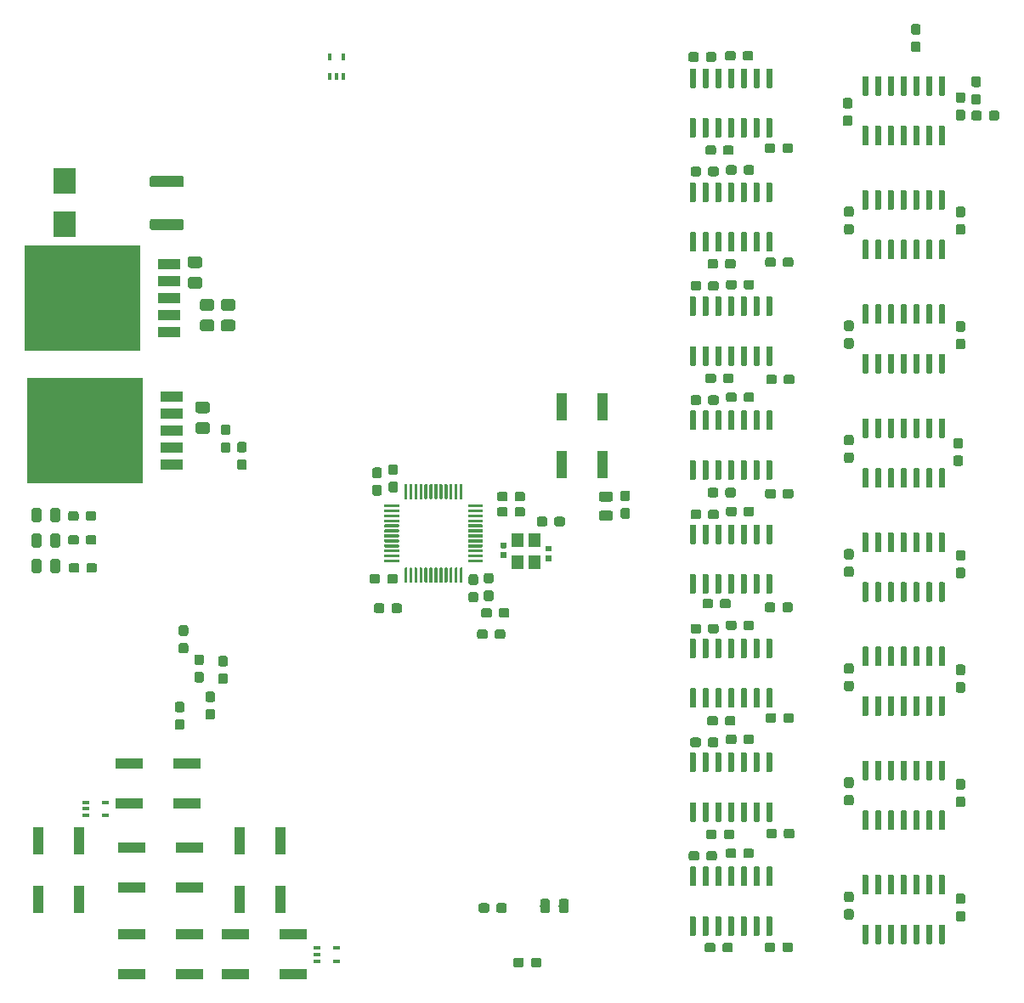
<source format=gbr>
G04 #@! TF.GenerationSoftware,KiCad,Pcbnew,(5.1.0)-1*
G04 #@! TF.CreationDate,2019-05-24T17:58:47+02:00*
G04 #@! TF.ProjectId,TiN_analog_sensor_emulation,54694e5f-616e-4616-9c6f-675f73656e73,rev?*
G04 #@! TF.SameCoordinates,Original*
G04 #@! TF.FileFunction,Paste,Top*
G04 #@! TF.FilePolarity,Positive*
%FSLAX46Y46*%
G04 Gerber Fmt 4.6, Leading zero omitted, Abs format (unit mm)*
G04 Created by KiCad (PCBNEW (5.1.0)-1) date 2019-05-24 17:58:47*
%MOMM*%
%LPD*%
G04 APERTURE LIST*
%ADD10R,2.800000X1.000000*%
%ADD11C,0.100000*%
%ADD12C,0.950000*%
%ADD13R,0.650000X0.400000*%
%ADD14R,1.000000X2.800000*%
%ADD15C,0.300000*%
%ADD16C,0.600000*%
%ADD17R,1.200000X1.400000*%
%ADD18R,0.400000X0.650000*%
%ADD19C,0.975000*%
%ADD20C,0.590000*%
%ADD21C,1.150000*%
%ADD22R,11.633200X10.591800*%
%ADD23R,2.286000X1.016000*%
%ADD24C,1.125000*%
%ADD25R,2.300000X2.500000*%
G04 APERTURE END LIST*
D10*
X113009000Y-147415000D03*
X107209000Y-147415000D03*
X113009000Y-143415000D03*
X107209000Y-143415000D03*
D11*
G36*
X132200279Y-110460644D02*
G01*
X132223334Y-110464063D01*
X132245943Y-110469727D01*
X132267887Y-110477579D01*
X132288957Y-110487544D01*
X132308948Y-110499526D01*
X132327668Y-110513410D01*
X132344938Y-110529062D01*
X132360590Y-110546332D01*
X132374474Y-110565052D01*
X132386456Y-110585043D01*
X132396421Y-110606113D01*
X132404273Y-110628057D01*
X132409937Y-110650666D01*
X132413356Y-110673721D01*
X132414500Y-110697000D01*
X132414500Y-111172000D01*
X132413356Y-111195279D01*
X132409937Y-111218334D01*
X132404273Y-111240943D01*
X132396421Y-111262887D01*
X132386456Y-111283957D01*
X132374474Y-111303948D01*
X132360590Y-111322668D01*
X132344938Y-111339938D01*
X132327668Y-111355590D01*
X132308948Y-111369474D01*
X132288957Y-111381456D01*
X132267887Y-111391421D01*
X132245943Y-111399273D01*
X132223334Y-111404937D01*
X132200279Y-111408356D01*
X132177000Y-111409500D01*
X131602000Y-111409500D01*
X131578721Y-111408356D01*
X131555666Y-111404937D01*
X131533057Y-111399273D01*
X131511113Y-111391421D01*
X131490043Y-111381456D01*
X131470052Y-111369474D01*
X131451332Y-111355590D01*
X131434062Y-111339938D01*
X131418410Y-111322668D01*
X131404526Y-111303948D01*
X131392544Y-111283957D01*
X131382579Y-111262887D01*
X131374727Y-111240943D01*
X131369063Y-111218334D01*
X131365644Y-111195279D01*
X131364500Y-111172000D01*
X131364500Y-110697000D01*
X131365644Y-110673721D01*
X131369063Y-110650666D01*
X131374727Y-110628057D01*
X131382579Y-110606113D01*
X131392544Y-110585043D01*
X131404526Y-110565052D01*
X131418410Y-110546332D01*
X131434062Y-110529062D01*
X131451332Y-110513410D01*
X131470052Y-110499526D01*
X131490043Y-110487544D01*
X131511113Y-110477579D01*
X131533057Y-110469727D01*
X131555666Y-110464063D01*
X131578721Y-110460644D01*
X131602000Y-110459500D01*
X132177000Y-110459500D01*
X132200279Y-110460644D01*
X132200279Y-110460644D01*
G37*
D12*
X131889500Y-110934500D03*
D11*
G36*
X133950279Y-110460644D02*
G01*
X133973334Y-110464063D01*
X133995943Y-110469727D01*
X134017887Y-110477579D01*
X134038957Y-110487544D01*
X134058948Y-110499526D01*
X134077668Y-110513410D01*
X134094938Y-110529062D01*
X134110590Y-110546332D01*
X134124474Y-110565052D01*
X134136456Y-110585043D01*
X134146421Y-110606113D01*
X134154273Y-110628057D01*
X134159937Y-110650666D01*
X134163356Y-110673721D01*
X134164500Y-110697000D01*
X134164500Y-111172000D01*
X134163356Y-111195279D01*
X134159937Y-111218334D01*
X134154273Y-111240943D01*
X134146421Y-111262887D01*
X134136456Y-111283957D01*
X134124474Y-111303948D01*
X134110590Y-111322668D01*
X134094938Y-111339938D01*
X134077668Y-111355590D01*
X134058948Y-111369474D01*
X134038957Y-111381456D01*
X134017887Y-111391421D01*
X133995943Y-111399273D01*
X133973334Y-111404937D01*
X133950279Y-111408356D01*
X133927000Y-111409500D01*
X133352000Y-111409500D01*
X133328721Y-111408356D01*
X133305666Y-111404937D01*
X133283057Y-111399273D01*
X133261113Y-111391421D01*
X133240043Y-111381456D01*
X133220052Y-111369474D01*
X133201332Y-111355590D01*
X133184062Y-111339938D01*
X133168410Y-111322668D01*
X133154526Y-111303948D01*
X133142544Y-111283957D01*
X133132579Y-111262887D01*
X133124727Y-111240943D01*
X133119063Y-111218334D01*
X133115644Y-111195279D01*
X133114500Y-111172000D01*
X133114500Y-110697000D01*
X133115644Y-110673721D01*
X133119063Y-110650666D01*
X133124727Y-110628057D01*
X133132579Y-110606113D01*
X133142544Y-110585043D01*
X133154526Y-110565052D01*
X133168410Y-110546332D01*
X133184062Y-110529062D01*
X133201332Y-110513410D01*
X133220052Y-110499526D01*
X133240043Y-110487544D01*
X133261113Y-110477579D01*
X133283057Y-110469727D01*
X133305666Y-110464063D01*
X133328721Y-110460644D01*
X133352000Y-110459500D01*
X133927000Y-110459500D01*
X133950279Y-110460644D01*
X133950279Y-110460644D01*
G37*
D12*
X133639500Y-110934500D03*
D13*
X104582000Y-130287000D03*
X104582000Y-131587000D03*
X102682000Y-130937000D03*
X102682000Y-131587000D03*
X102682000Y-130287000D03*
X127632500Y-144828500D03*
X127632500Y-146128500D03*
X125732500Y-145478500D03*
X125732500Y-146128500D03*
X125732500Y-144828500D03*
D10*
X117559500Y-143415000D03*
X123359500Y-143415000D03*
X117559500Y-147415000D03*
X123359500Y-147415000D03*
D11*
G36*
X144644979Y-110930544D02*
G01*
X144668034Y-110933963D01*
X144690643Y-110939627D01*
X144712587Y-110947479D01*
X144733657Y-110957444D01*
X144753648Y-110969426D01*
X144772368Y-110983310D01*
X144789638Y-110998962D01*
X144805290Y-111016232D01*
X144819174Y-111034952D01*
X144831156Y-111054943D01*
X144841121Y-111076013D01*
X144848973Y-111097957D01*
X144854637Y-111120566D01*
X144858056Y-111143621D01*
X144859200Y-111166900D01*
X144859200Y-111641900D01*
X144858056Y-111665179D01*
X144854637Y-111688234D01*
X144848973Y-111710843D01*
X144841121Y-111732787D01*
X144831156Y-111753857D01*
X144819174Y-111773848D01*
X144805290Y-111792568D01*
X144789638Y-111809838D01*
X144772368Y-111825490D01*
X144753648Y-111839374D01*
X144733657Y-111851356D01*
X144712587Y-111861321D01*
X144690643Y-111869173D01*
X144668034Y-111874837D01*
X144644979Y-111878256D01*
X144621700Y-111879400D01*
X144046700Y-111879400D01*
X144023421Y-111878256D01*
X144000366Y-111874837D01*
X143977757Y-111869173D01*
X143955813Y-111861321D01*
X143934743Y-111851356D01*
X143914752Y-111839374D01*
X143896032Y-111825490D01*
X143878762Y-111809838D01*
X143863110Y-111792568D01*
X143849226Y-111773848D01*
X143837244Y-111753857D01*
X143827279Y-111732787D01*
X143819427Y-111710843D01*
X143813763Y-111688234D01*
X143810344Y-111665179D01*
X143809200Y-111641900D01*
X143809200Y-111166900D01*
X143810344Y-111143621D01*
X143813763Y-111120566D01*
X143819427Y-111097957D01*
X143827279Y-111076013D01*
X143837244Y-111054943D01*
X143849226Y-111034952D01*
X143863110Y-111016232D01*
X143878762Y-110998962D01*
X143896032Y-110983310D01*
X143914752Y-110969426D01*
X143934743Y-110957444D01*
X143955813Y-110947479D01*
X143977757Y-110939627D01*
X144000366Y-110933963D01*
X144023421Y-110930544D01*
X144046700Y-110929400D01*
X144621700Y-110929400D01*
X144644979Y-110930544D01*
X144644979Y-110930544D01*
G37*
D12*
X144334200Y-111404400D03*
D11*
G36*
X142894979Y-110930544D02*
G01*
X142918034Y-110933963D01*
X142940643Y-110939627D01*
X142962587Y-110947479D01*
X142983657Y-110957444D01*
X143003648Y-110969426D01*
X143022368Y-110983310D01*
X143039638Y-110998962D01*
X143055290Y-111016232D01*
X143069174Y-111034952D01*
X143081156Y-111054943D01*
X143091121Y-111076013D01*
X143098973Y-111097957D01*
X143104637Y-111120566D01*
X143108056Y-111143621D01*
X143109200Y-111166900D01*
X143109200Y-111641900D01*
X143108056Y-111665179D01*
X143104637Y-111688234D01*
X143098973Y-111710843D01*
X143091121Y-111732787D01*
X143081156Y-111753857D01*
X143069174Y-111773848D01*
X143055290Y-111792568D01*
X143039638Y-111809838D01*
X143022368Y-111825490D01*
X143003648Y-111839374D01*
X142983657Y-111851356D01*
X142962587Y-111861321D01*
X142940643Y-111869173D01*
X142918034Y-111874837D01*
X142894979Y-111878256D01*
X142871700Y-111879400D01*
X142296700Y-111879400D01*
X142273421Y-111878256D01*
X142250366Y-111874837D01*
X142227757Y-111869173D01*
X142205813Y-111861321D01*
X142184743Y-111851356D01*
X142164752Y-111839374D01*
X142146032Y-111825490D01*
X142128762Y-111809838D01*
X142113110Y-111792568D01*
X142099226Y-111773848D01*
X142087244Y-111753857D01*
X142077279Y-111732787D01*
X142069427Y-111710843D01*
X142063763Y-111688234D01*
X142060344Y-111665179D01*
X142059200Y-111641900D01*
X142059200Y-111166900D01*
X142060344Y-111143621D01*
X142063763Y-111120566D01*
X142069427Y-111097957D01*
X142077279Y-111076013D01*
X142087244Y-111054943D01*
X142099226Y-111034952D01*
X142113110Y-111016232D01*
X142128762Y-110998962D01*
X142146032Y-110983310D01*
X142164752Y-110969426D01*
X142184743Y-110957444D01*
X142205813Y-110947479D01*
X142227757Y-110939627D01*
X142250366Y-110933963D01*
X142273421Y-110930544D01*
X142296700Y-110929400D01*
X142871700Y-110929400D01*
X142894979Y-110930544D01*
X142894979Y-110930544D01*
G37*
D12*
X142584200Y-111404400D03*
D14*
X154120600Y-90826000D03*
X154120600Y-96626000D03*
X150120600Y-90826000D03*
X150120600Y-96626000D03*
D11*
G36*
X140132051Y-106904961D02*
G01*
X140139332Y-106906041D01*
X140146471Y-106907829D01*
X140153401Y-106910309D01*
X140160055Y-106913456D01*
X140166368Y-106917240D01*
X140172279Y-106921624D01*
X140177733Y-106926567D01*
X140182676Y-106932021D01*
X140187060Y-106937932D01*
X140190844Y-106944245D01*
X140193991Y-106950899D01*
X140196471Y-106957829D01*
X140198259Y-106964968D01*
X140199339Y-106972249D01*
X140199700Y-106979600D01*
X140199700Y-108304600D01*
X140199339Y-108311951D01*
X140198259Y-108319232D01*
X140196471Y-108326371D01*
X140193991Y-108333301D01*
X140190844Y-108339955D01*
X140187060Y-108346268D01*
X140182676Y-108352179D01*
X140177733Y-108357633D01*
X140172279Y-108362576D01*
X140166368Y-108366960D01*
X140160055Y-108370744D01*
X140153401Y-108373891D01*
X140146471Y-108376371D01*
X140139332Y-108378159D01*
X140132051Y-108379239D01*
X140124700Y-108379600D01*
X139974700Y-108379600D01*
X139967349Y-108379239D01*
X139960068Y-108378159D01*
X139952929Y-108376371D01*
X139945999Y-108373891D01*
X139939345Y-108370744D01*
X139933032Y-108366960D01*
X139927121Y-108362576D01*
X139921667Y-108357633D01*
X139916724Y-108352179D01*
X139912340Y-108346268D01*
X139908556Y-108339955D01*
X139905409Y-108333301D01*
X139902929Y-108326371D01*
X139901141Y-108319232D01*
X139900061Y-108311951D01*
X139899700Y-108304600D01*
X139899700Y-106979600D01*
X139900061Y-106972249D01*
X139901141Y-106964968D01*
X139902929Y-106957829D01*
X139905409Y-106950899D01*
X139908556Y-106944245D01*
X139912340Y-106937932D01*
X139916724Y-106932021D01*
X139921667Y-106926567D01*
X139927121Y-106921624D01*
X139933032Y-106917240D01*
X139939345Y-106913456D01*
X139945999Y-106910309D01*
X139952929Y-106907829D01*
X139960068Y-106906041D01*
X139967349Y-106904961D01*
X139974700Y-106904600D01*
X140124700Y-106904600D01*
X140132051Y-106904961D01*
X140132051Y-106904961D01*
G37*
D15*
X140049700Y-107642100D03*
D11*
G36*
X139632051Y-106904961D02*
G01*
X139639332Y-106906041D01*
X139646471Y-106907829D01*
X139653401Y-106910309D01*
X139660055Y-106913456D01*
X139666368Y-106917240D01*
X139672279Y-106921624D01*
X139677733Y-106926567D01*
X139682676Y-106932021D01*
X139687060Y-106937932D01*
X139690844Y-106944245D01*
X139693991Y-106950899D01*
X139696471Y-106957829D01*
X139698259Y-106964968D01*
X139699339Y-106972249D01*
X139699700Y-106979600D01*
X139699700Y-108304600D01*
X139699339Y-108311951D01*
X139698259Y-108319232D01*
X139696471Y-108326371D01*
X139693991Y-108333301D01*
X139690844Y-108339955D01*
X139687060Y-108346268D01*
X139682676Y-108352179D01*
X139677733Y-108357633D01*
X139672279Y-108362576D01*
X139666368Y-108366960D01*
X139660055Y-108370744D01*
X139653401Y-108373891D01*
X139646471Y-108376371D01*
X139639332Y-108378159D01*
X139632051Y-108379239D01*
X139624700Y-108379600D01*
X139474700Y-108379600D01*
X139467349Y-108379239D01*
X139460068Y-108378159D01*
X139452929Y-108376371D01*
X139445999Y-108373891D01*
X139439345Y-108370744D01*
X139433032Y-108366960D01*
X139427121Y-108362576D01*
X139421667Y-108357633D01*
X139416724Y-108352179D01*
X139412340Y-108346268D01*
X139408556Y-108339955D01*
X139405409Y-108333301D01*
X139402929Y-108326371D01*
X139401141Y-108319232D01*
X139400061Y-108311951D01*
X139399700Y-108304600D01*
X139399700Y-106979600D01*
X139400061Y-106972249D01*
X139401141Y-106964968D01*
X139402929Y-106957829D01*
X139405409Y-106950899D01*
X139408556Y-106944245D01*
X139412340Y-106937932D01*
X139416724Y-106932021D01*
X139421667Y-106926567D01*
X139427121Y-106921624D01*
X139433032Y-106917240D01*
X139439345Y-106913456D01*
X139445999Y-106910309D01*
X139452929Y-106907829D01*
X139460068Y-106906041D01*
X139467349Y-106904961D01*
X139474700Y-106904600D01*
X139624700Y-106904600D01*
X139632051Y-106904961D01*
X139632051Y-106904961D01*
G37*
D15*
X139549700Y-107642100D03*
D11*
G36*
X139132051Y-106904961D02*
G01*
X139139332Y-106906041D01*
X139146471Y-106907829D01*
X139153401Y-106910309D01*
X139160055Y-106913456D01*
X139166368Y-106917240D01*
X139172279Y-106921624D01*
X139177733Y-106926567D01*
X139182676Y-106932021D01*
X139187060Y-106937932D01*
X139190844Y-106944245D01*
X139193991Y-106950899D01*
X139196471Y-106957829D01*
X139198259Y-106964968D01*
X139199339Y-106972249D01*
X139199700Y-106979600D01*
X139199700Y-108304600D01*
X139199339Y-108311951D01*
X139198259Y-108319232D01*
X139196471Y-108326371D01*
X139193991Y-108333301D01*
X139190844Y-108339955D01*
X139187060Y-108346268D01*
X139182676Y-108352179D01*
X139177733Y-108357633D01*
X139172279Y-108362576D01*
X139166368Y-108366960D01*
X139160055Y-108370744D01*
X139153401Y-108373891D01*
X139146471Y-108376371D01*
X139139332Y-108378159D01*
X139132051Y-108379239D01*
X139124700Y-108379600D01*
X138974700Y-108379600D01*
X138967349Y-108379239D01*
X138960068Y-108378159D01*
X138952929Y-108376371D01*
X138945999Y-108373891D01*
X138939345Y-108370744D01*
X138933032Y-108366960D01*
X138927121Y-108362576D01*
X138921667Y-108357633D01*
X138916724Y-108352179D01*
X138912340Y-108346268D01*
X138908556Y-108339955D01*
X138905409Y-108333301D01*
X138902929Y-108326371D01*
X138901141Y-108319232D01*
X138900061Y-108311951D01*
X138899700Y-108304600D01*
X138899700Y-106979600D01*
X138900061Y-106972249D01*
X138901141Y-106964968D01*
X138902929Y-106957829D01*
X138905409Y-106950899D01*
X138908556Y-106944245D01*
X138912340Y-106937932D01*
X138916724Y-106932021D01*
X138921667Y-106926567D01*
X138927121Y-106921624D01*
X138933032Y-106917240D01*
X138939345Y-106913456D01*
X138945999Y-106910309D01*
X138952929Y-106907829D01*
X138960068Y-106906041D01*
X138967349Y-106904961D01*
X138974700Y-106904600D01*
X139124700Y-106904600D01*
X139132051Y-106904961D01*
X139132051Y-106904961D01*
G37*
D15*
X139049700Y-107642100D03*
D11*
G36*
X138632051Y-106904961D02*
G01*
X138639332Y-106906041D01*
X138646471Y-106907829D01*
X138653401Y-106910309D01*
X138660055Y-106913456D01*
X138666368Y-106917240D01*
X138672279Y-106921624D01*
X138677733Y-106926567D01*
X138682676Y-106932021D01*
X138687060Y-106937932D01*
X138690844Y-106944245D01*
X138693991Y-106950899D01*
X138696471Y-106957829D01*
X138698259Y-106964968D01*
X138699339Y-106972249D01*
X138699700Y-106979600D01*
X138699700Y-108304600D01*
X138699339Y-108311951D01*
X138698259Y-108319232D01*
X138696471Y-108326371D01*
X138693991Y-108333301D01*
X138690844Y-108339955D01*
X138687060Y-108346268D01*
X138682676Y-108352179D01*
X138677733Y-108357633D01*
X138672279Y-108362576D01*
X138666368Y-108366960D01*
X138660055Y-108370744D01*
X138653401Y-108373891D01*
X138646471Y-108376371D01*
X138639332Y-108378159D01*
X138632051Y-108379239D01*
X138624700Y-108379600D01*
X138474700Y-108379600D01*
X138467349Y-108379239D01*
X138460068Y-108378159D01*
X138452929Y-108376371D01*
X138445999Y-108373891D01*
X138439345Y-108370744D01*
X138433032Y-108366960D01*
X138427121Y-108362576D01*
X138421667Y-108357633D01*
X138416724Y-108352179D01*
X138412340Y-108346268D01*
X138408556Y-108339955D01*
X138405409Y-108333301D01*
X138402929Y-108326371D01*
X138401141Y-108319232D01*
X138400061Y-108311951D01*
X138399700Y-108304600D01*
X138399700Y-106979600D01*
X138400061Y-106972249D01*
X138401141Y-106964968D01*
X138402929Y-106957829D01*
X138405409Y-106950899D01*
X138408556Y-106944245D01*
X138412340Y-106937932D01*
X138416724Y-106932021D01*
X138421667Y-106926567D01*
X138427121Y-106921624D01*
X138433032Y-106917240D01*
X138439345Y-106913456D01*
X138445999Y-106910309D01*
X138452929Y-106907829D01*
X138460068Y-106906041D01*
X138467349Y-106904961D01*
X138474700Y-106904600D01*
X138624700Y-106904600D01*
X138632051Y-106904961D01*
X138632051Y-106904961D01*
G37*
D15*
X138549700Y-107642100D03*
D11*
G36*
X138132051Y-106904961D02*
G01*
X138139332Y-106906041D01*
X138146471Y-106907829D01*
X138153401Y-106910309D01*
X138160055Y-106913456D01*
X138166368Y-106917240D01*
X138172279Y-106921624D01*
X138177733Y-106926567D01*
X138182676Y-106932021D01*
X138187060Y-106937932D01*
X138190844Y-106944245D01*
X138193991Y-106950899D01*
X138196471Y-106957829D01*
X138198259Y-106964968D01*
X138199339Y-106972249D01*
X138199700Y-106979600D01*
X138199700Y-108304600D01*
X138199339Y-108311951D01*
X138198259Y-108319232D01*
X138196471Y-108326371D01*
X138193991Y-108333301D01*
X138190844Y-108339955D01*
X138187060Y-108346268D01*
X138182676Y-108352179D01*
X138177733Y-108357633D01*
X138172279Y-108362576D01*
X138166368Y-108366960D01*
X138160055Y-108370744D01*
X138153401Y-108373891D01*
X138146471Y-108376371D01*
X138139332Y-108378159D01*
X138132051Y-108379239D01*
X138124700Y-108379600D01*
X137974700Y-108379600D01*
X137967349Y-108379239D01*
X137960068Y-108378159D01*
X137952929Y-108376371D01*
X137945999Y-108373891D01*
X137939345Y-108370744D01*
X137933032Y-108366960D01*
X137927121Y-108362576D01*
X137921667Y-108357633D01*
X137916724Y-108352179D01*
X137912340Y-108346268D01*
X137908556Y-108339955D01*
X137905409Y-108333301D01*
X137902929Y-108326371D01*
X137901141Y-108319232D01*
X137900061Y-108311951D01*
X137899700Y-108304600D01*
X137899700Y-106979600D01*
X137900061Y-106972249D01*
X137901141Y-106964968D01*
X137902929Y-106957829D01*
X137905409Y-106950899D01*
X137908556Y-106944245D01*
X137912340Y-106937932D01*
X137916724Y-106932021D01*
X137921667Y-106926567D01*
X137927121Y-106921624D01*
X137933032Y-106917240D01*
X137939345Y-106913456D01*
X137945999Y-106910309D01*
X137952929Y-106907829D01*
X137960068Y-106906041D01*
X137967349Y-106904961D01*
X137974700Y-106904600D01*
X138124700Y-106904600D01*
X138132051Y-106904961D01*
X138132051Y-106904961D01*
G37*
D15*
X138049700Y-107642100D03*
D11*
G36*
X137632051Y-106904961D02*
G01*
X137639332Y-106906041D01*
X137646471Y-106907829D01*
X137653401Y-106910309D01*
X137660055Y-106913456D01*
X137666368Y-106917240D01*
X137672279Y-106921624D01*
X137677733Y-106926567D01*
X137682676Y-106932021D01*
X137687060Y-106937932D01*
X137690844Y-106944245D01*
X137693991Y-106950899D01*
X137696471Y-106957829D01*
X137698259Y-106964968D01*
X137699339Y-106972249D01*
X137699700Y-106979600D01*
X137699700Y-108304600D01*
X137699339Y-108311951D01*
X137698259Y-108319232D01*
X137696471Y-108326371D01*
X137693991Y-108333301D01*
X137690844Y-108339955D01*
X137687060Y-108346268D01*
X137682676Y-108352179D01*
X137677733Y-108357633D01*
X137672279Y-108362576D01*
X137666368Y-108366960D01*
X137660055Y-108370744D01*
X137653401Y-108373891D01*
X137646471Y-108376371D01*
X137639332Y-108378159D01*
X137632051Y-108379239D01*
X137624700Y-108379600D01*
X137474700Y-108379600D01*
X137467349Y-108379239D01*
X137460068Y-108378159D01*
X137452929Y-108376371D01*
X137445999Y-108373891D01*
X137439345Y-108370744D01*
X137433032Y-108366960D01*
X137427121Y-108362576D01*
X137421667Y-108357633D01*
X137416724Y-108352179D01*
X137412340Y-108346268D01*
X137408556Y-108339955D01*
X137405409Y-108333301D01*
X137402929Y-108326371D01*
X137401141Y-108319232D01*
X137400061Y-108311951D01*
X137399700Y-108304600D01*
X137399700Y-106979600D01*
X137400061Y-106972249D01*
X137401141Y-106964968D01*
X137402929Y-106957829D01*
X137405409Y-106950899D01*
X137408556Y-106944245D01*
X137412340Y-106937932D01*
X137416724Y-106932021D01*
X137421667Y-106926567D01*
X137427121Y-106921624D01*
X137433032Y-106917240D01*
X137439345Y-106913456D01*
X137445999Y-106910309D01*
X137452929Y-106907829D01*
X137460068Y-106906041D01*
X137467349Y-106904961D01*
X137474700Y-106904600D01*
X137624700Y-106904600D01*
X137632051Y-106904961D01*
X137632051Y-106904961D01*
G37*
D15*
X137549700Y-107642100D03*
D11*
G36*
X137132051Y-106904961D02*
G01*
X137139332Y-106906041D01*
X137146471Y-106907829D01*
X137153401Y-106910309D01*
X137160055Y-106913456D01*
X137166368Y-106917240D01*
X137172279Y-106921624D01*
X137177733Y-106926567D01*
X137182676Y-106932021D01*
X137187060Y-106937932D01*
X137190844Y-106944245D01*
X137193991Y-106950899D01*
X137196471Y-106957829D01*
X137198259Y-106964968D01*
X137199339Y-106972249D01*
X137199700Y-106979600D01*
X137199700Y-108304600D01*
X137199339Y-108311951D01*
X137198259Y-108319232D01*
X137196471Y-108326371D01*
X137193991Y-108333301D01*
X137190844Y-108339955D01*
X137187060Y-108346268D01*
X137182676Y-108352179D01*
X137177733Y-108357633D01*
X137172279Y-108362576D01*
X137166368Y-108366960D01*
X137160055Y-108370744D01*
X137153401Y-108373891D01*
X137146471Y-108376371D01*
X137139332Y-108378159D01*
X137132051Y-108379239D01*
X137124700Y-108379600D01*
X136974700Y-108379600D01*
X136967349Y-108379239D01*
X136960068Y-108378159D01*
X136952929Y-108376371D01*
X136945999Y-108373891D01*
X136939345Y-108370744D01*
X136933032Y-108366960D01*
X136927121Y-108362576D01*
X136921667Y-108357633D01*
X136916724Y-108352179D01*
X136912340Y-108346268D01*
X136908556Y-108339955D01*
X136905409Y-108333301D01*
X136902929Y-108326371D01*
X136901141Y-108319232D01*
X136900061Y-108311951D01*
X136899700Y-108304600D01*
X136899700Y-106979600D01*
X136900061Y-106972249D01*
X136901141Y-106964968D01*
X136902929Y-106957829D01*
X136905409Y-106950899D01*
X136908556Y-106944245D01*
X136912340Y-106937932D01*
X136916724Y-106932021D01*
X136921667Y-106926567D01*
X136927121Y-106921624D01*
X136933032Y-106917240D01*
X136939345Y-106913456D01*
X136945999Y-106910309D01*
X136952929Y-106907829D01*
X136960068Y-106906041D01*
X136967349Y-106904961D01*
X136974700Y-106904600D01*
X137124700Y-106904600D01*
X137132051Y-106904961D01*
X137132051Y-106904961D01*
G37*
D15*
X137049700Y-107642100D03*
D11*
G36*
X136632051Y-106904961D02*
G01*
X136639332Y-106906041D01*
X136646471Y-106907829D01*
X136653401Y-106910309D01*
X136660055Y-106913456D01*
X136666368Y-106917240D01*
X136672279Y-106921624D01*
X136677733Y-106926567D01*
X136682676Y-106932021D01*
X136687060Y-106937932D01*
X136690844Y-106944245D01*
X136693991Y-106950899D01*
X136696471Y-106957829D01*
X136698259Y-106964968D01*
X136699339Y-106972249D01*
X136699700Y-106979600D01*
X136699700Y-108304600D01*
X136699339Y-108311951D01*
X136698259Y-108319232D01*
X136696471Y-108326371D01*
X136693991Y-108333301D01*
X136690844Y-108339955D01*
X136687060Y-108346268D01*
X136682676Y-108352179D01*
X136677733Y-108357633D01*
X136672279Y-108362576D01*
X136666368Y-108366960D01*
X136660055Y-108370744D01*
X136653401Y-108373891D01*
X136646471Y-108376371D01*
X136639332Y-108378159D01*
X136632051Y-108379239D01*
X136624700Y-108379600D01*
X136474700Y-108379600D01*
X136467349Y-108379239D01*
X136460068Y-108378159D01*
X136452929Y-108376371D01*
X136445999Y-108373891D01*
X136439345Y-108370744D01*
X136433032Y-108366960D01*
X136427121Y-108362576D01*
X136421667Y-108357633D01*
X136416724Y-108352179D01*
X136412340Y-108346268D01*
X136408556Y-108339955D01*
X136405409Y-108333301D01*
X136402929Y-108326371D01*
X136401141Y-108319232D01*
X136400061Y-108311951D01*
X136399700Y-108304600D01*
X136399700Y-106979600D01*
X136400061Y-106972249D01*
X136401141Y-106964968D01*
X136402929Y-106957829D01*
X136405409Y-106950899D01*
X136408556Y-106944245D01*
X136412340Y-106937932D01*
X136416724Y-106932021D01*
X136421667Y-106926567D01*
X136427121Y-106921624D01*
X136433032Y-106917240D01*
X136439345Y-106913456D01*
X136445999Y-106910309D01*
X136452929Y-106907829D01*
X136460068Y-106906041D01*
X136467349Y-106904961D01*
X136474700Y-106904600D01*
X136624700Y-106904600D01*
X136632051Y-106904961D01*
X136632051Y-106904961D01*
G37*
D15*
X136549700Y-107642100D03*
D11*
G36*
X136132051Y-106904961D02*
G01*
X136139332Y-106906041D01*
X136146471Y-106907829D01*
X136153401Y-106910309D01*
X136160055Y-106913456D01*
X136166368Y-106917240D01*
X136172279Y-106921624D01*
X136177733Y-106926567D01*
X136182676Y-106932021D01*
X136187060Y-106937932D01*
X136190844Y-106944245D01*
X136193991Y-106950899D01*
X136196471Y-106957829D01*
X136198259Y-106964968D01*
X136199339Y-106972249D01*
X136199700Y-106979600D01*
X136199700Y-108304600D01*
X136199339Y-108311951D01*
X136198259Y-108319232D01*
X136196471Y-108326371D01*
X136193991Y-108333301D01*
X136190844Y-108339955D01*
X136187060Y-108346268D01*
X136182676Y-108352179D01*
X136177733Y-108357633D01*
X136172279Y-108362576D01*
X136166368Y-108366960D01*
X136160055Y-108370744D01*
X136153401Y-108373891D01*
X136146471Y-108376371D01*
X136139332Y-108378159D01*
X136132051Y-108379239D01*
X136124700Y-108379600D01*
X135974700Y-108379600D01*
X135967349Y-108379239D01*
X135960068Y-108378159D01*
X135952929Y-108376371D01*
X135945999Y-108373891D01*
X135939345Y-108370744D01*
X135933032Y-108366960D01*
X135927121Y-108362576D01*
X135921667Y-108357633D01*
X135916724Y-108352179D01*
X135912340Y-108346268D01*
X135908556Y-108339955D01*
X135905409Y-108333301D01*
X135902929Y-108326371D01*
X135901141Y-108319232D01*
X135900061Y-108311951D01*
X135899700Y-108304600D01*
X135899700Y-106979600D01*
X135900061Y-106972249D01*
X135901141Y-106964968D01*
X135902929Y-106957829D01*
X135905409Y-106950899D01*
X135908556Y-106944245D01*
X135912340Y-106937932D01*
X135916724Y-106932021D01*
X135921667Y-106926567D01*
X135927121Y-106921624D01*
X135933032Y-106917240D01*
X135939345Y-106913456D01*
X135945999Y-106910309D01*
X135952929Y-106907829D01*
X135960068Y-106906041D01*
X135967349Y-106904961D01*
X135974700Y-106904600D01*
X136124700Y-106904600D01*
X136132051Y-106904961D01*
X136132051Y-106904961D01*
G37*
D15*
X136049700Y-107642100D03*
D11*
G36*
X135632051Y-106904961D02*
G01*
X135639332Y-106906041D01*
X135646471Y-106907829D01*
X135653401Y-106910309D01*
X135660055Y-106913456D01*
X135666368Y-106917240D01*
X135672279Y-106921624D01*
X135677733Y-106926567D01*
X135682676Y-106932021D01*
X135687060Y-106937932D01*
X135690844Y-106944245D01*
X135693991Y-106950899D01*
X135696471Y-106957829D01*
X135698259Y-106964968D01*
X135699339Y-106972249D01*
X135699700Y-106979600D01*
X135699700Y-108304600D01*
X135699339Y-108311951D01*
X135698259Y-108319232D01*
X135696471Y-108326371D01*
X135693991Y-108333301D01*
X135690844Y-108339955D01*
X135687060Y-108346268D01*
X135682676Y-108352179D01*
X135677733Y-108357633D01*
X135672279Y-108362576D01*
X135666368Y-108366960D01*
X135660055Y-108370744D01*
X135653401Y-108373891D01*
X135646471Y-108376371D01*
X135639332Y-108378159D01*
X135632051Y-108379239D01*
X135624700Y-108379600D01*
X135474700Y-108379600D01*
X135467349Y-108379239D01*
X135460068Y-108378159D01*
X135452929Y-108376371D01*
X135445999Y-108373891D01*
X135439345Y-108370744D01*
X135433032Y-108366960D01*
X135427121Y-108362576D01*
X135421667Y-108357633D01*
X135416724Y-108352179D01*
X135412340Y-108346268D01*
X135408556Y-108339955D01*
X135405409Y-108333301D01*
X135402929Y-108326371D01*
X135401141Y-108319232D01*
X135400061Y-108311951D01*
X135399700Y-108304600D01*
X135399700Y-106979600D01*
X135400061Y-106972249D01*
X135401141Y-106964968D01*
X135402929Y-106957829D01*
X135405409Y-106950899D01*
X135408556Y-106944245D01*
X135412340Y-106937932D01*
X135416724Y-106932021D01*
X135421667Y-106926567D01*
X135427121Y-106921624D01*
X135433032Y-106917240D01*
X135439345Y-106913456D01*
X135445999Y-106910309D01*
X135452929Y-106907829D01*
X135460068Y-106906041D01*
X135467349Y-106904961D01*
X135474700Y-106904600D01*
X135624700Y-106904600D01*
X135632051Y-106904961D01*
X135632051Y-106904961D01*
G37*
D15*
X135549700Y-107642100D03*
D11*
G36*
X135132051Y-106904961D02*
G01*
X135139332Y-106906041D01*
X135146471Y-106907829D01*
X135153401Y-106910309D01*
X135160055Y-106913456D01*
X135166368Y-106917240D01*
X135172279Y-106921624D01*
X135177733Y-106926567D01*
X135182676Y-106932021D01*
X135187060Y-106937932D01*
X135190844Y-106944245D01*
X135193991Y-106950899D01*
X135196471Y-106957829D01*
X135198259Y-106964968D01*
X135199339Y-106972249D01*
X135199700Y-106979600D01*
X135199700Y-108304600D01*
X135199339Y-108311951D01*
X135198259Y-108319232D01*
X135196471Y-108326371D01*
X135193991Y-108333301D01*
X135190844Y-108339955D01*
X135187060Y-108346268D01*
X135182676Y-108352179D01*
X135177733Y-108357633D01*
X135172279Y-108362576D01*
X135166368Y-108366960D01*
X135160055Y-108370744D01*
X135153401Y-108373891D01*
X135146471Y-108376371D01*
X135139332Y-108378159D01*
X135132051Y-108379239D01*
X135124700Y-108379600D01*
X134974700Y-108379600D01*
X134967349Y-108379239D01*
X134960068Y-108378159D01*
X134952929Y-108376371D01*
X134945999Y-108373891D01*
X134939345Y-108370744D01*
X134933032Y-108366960D01*
X134927121Y-108362576D01*
X134921667Y-108357633D01*
X134916724Y-108352179D01*
X134912340Y-108346268D01*
X134908556Y-108339955D01*
X134905409Y-108333301D01*
X134902929Y-108326371D01*
X134901141Y-108319232D01*
X134900061Y-108311951D01*
X134899700Y-108304600D01*
X134899700Y-106979600D01*
X134900061Y-106972249D01*
X134901141Y-106964968D01*
X134902929Y-106957829D01*
X134905409Y-106950899D01*
X134908556Y-106944245D01*
X134912340Y-106937932D01*
X134916724Y-106932021D01*
X134921667Y-106926567D01*
X134927121Y-106921624D01*
X134933032Y-106917240D01*
X134939345Y-106913456D01*
X134945999Y-106910309D01*
X134952929Y-106907829D01*
X134960068Y-106906041D01*
X134967349Y-106904961D01*
X134974700Y-106904600D01*
X135124700Y-106904600D01*
X135132051Y-106904961D01*
X135132051Y-106904961D01*
G37*
D15*
X135049700Y-107642100D03*
D11*
G36*
X134632051Y-106904961D02*
G01*
X134639332Y-106906041D01*
X134646471Y-106907829D01*
X134653401Y-106910309D01*
X134660055Y-106913456D01*
X134666368Y-106917240D01*
X134672279Y-106921624D01*
X134677733Y-106926567D01*
X134682676Y-106932021D01*
X134687060Y-106937932D01*
X134690844Y-106944245D01*
X134693991Y-106950899D01*
X134696471Y-106957829D01*
X134698259Y-106964968D01*
X134699339Y-106972249D01*
X134699700Y-106979600D01*
X134699700Y-108304600D01*
X134699339Y-108311951D01*
X134698259Y-108319232D01*
X134696471Y-108326371D01*
X134693991Y-108333301D01*
X134690844Y-108339955D01*
X134687060Y-108346268D01*
X134682676Y-108352179D01*
X134677733Y-108357633D01*
X134672279Y-108362576D01*
X134666368Y-108366960D01*
X134660055Y-108370744D01*
X134653401Y-108373891D01*
X134646471Y-108376371D01*
X134639332Y-108378159D01*
X134632051Y-108379239D01*
X134624700Y-108379600D01*
X134474700Y-108379600D01*
X134467349Y-108379239D01*
X134460068Y-108378159D01*
X134452929Y-108376371D01*
X134445999Y-108373891D01*
X134439345Y-108370744D01*
X134433032Y-108366960D01*
X134427121Y-108362576D01*
X134421667Y-108357633D01*
X134416724Y-108352179D01*
X134412340Y-108346268D01*
X134408556Y-108339955D01*
X134405409Y-108333301D01*
X134402929Y-108326371D01*
X134401141Y-108319232D01*
X134400061Y-108311951D01*
X134399700Y-108304600D01*
X134399700Y-106979600D01*
X134400061Y-106972249D01*
X134401141Y-106964968D01*
X134402929Y-106957829D01*
X134405409Y-106950899D01*
X134408556Y-106944245D01*
X134412340Y-106937932D01*
X134416724Y-106932021D01*
X134421667Y-106926567D01*
X134427121Y-106921624D01*
X134433032Y-106917240D01*
X134439345Y-106913456D01*
X134445999Y-106910309D01*
X134452929Y-106907829D01*
X134460068Y-106906041D01*
X134467349Y-106904961D01*
X134474700Y-106904600D01*
X134624700Y-106904600D01*
X134632051Y-106904961D01*
X134632051Y-106904961D01*
G37*
D15*
X134549700Y-107642100D03*
D11*
G36*
X133807051Y-106079961D02*
G01*
X133814332Y-106081041D01*
X133821471Y-106082829D01*
X133828401Y-106085309D01*
X133835055Y-106088456D01*
X133841368Y-106092240D01*
X133847279Y-106096624D01*
X133852733Y-106101567D01*
X133857676Y-106107021D01*
X133862060Y-106112932D01*
X133865844Y-106119245D01*
X133868991Y-106125899D01*
X133871471Y-106132829D01*
X133873259Y-106139968D01*
X133874339Y-106147249D01*
X133874700Y-106154600D01*
X133874700Y-106304600D01*
X133874339Y-106311951D01*
X133873259Y-106319232D01*
X133871471Y-106326371D01*
X133868991Y-106333301D01*
X133865844Y-106339955D01*
X133862060Y-106346268D01*
X133857676Y-106352179D01*
X133852733Y-106357633D01*
X133847279Y-106362576D01*
X133841368Y-106366960D01*
X133835055Y-106370744D01*
X133828401Y-106373891D01*
X133821471Y-106376371D01*
X133814332Y-106378159D01*
X133807051Y-106379239D01*
X133799700Y-106379600D01*
X132474700Y-106379600D01*
X132467349Y-106379239D01*
X132460068Y-106378159D01*
X132452929Y-106376371D01*
X132445999Y-106373891D01*
X132439345Y-106370744D01*
X132433032Y-106366960D01*
X132427121Y-106362576D01*
X132421667Y-106357633D01*
X132416724Y-106352179D01*
X132412340Y-106346268D01*
X132408556Y-106339955D01*
X132405409Y-106333301D01*
X132402929Y-106326371D01*
X132401141Y-106319232D01*
X132400061Y-106311951D01*
X132399700Y-106304600D01*
X132399700Y-106154600D01*
X132400061Y-106147249D01*
X132401141Y-106139968D01*
X132402929Y-106132829D01*
X132405409Y-106125899D01*
X132408556Y-106119245D01*
X132412340Y-106112932D01*
X132416724Y-106107021D01*
X132421667Y-106101567D01*
X132427121Y-106096624D01*
X132433032Y-106092240D01*
X132439345Y-106088456D01*
X132445999Y-106085309D01*
X132452929Y-106082829D01*
X132460068Y-106081041D01*
X132467349Y-106079961D01*
X132474700Y-106079600D01*
X133799700Y-106079600D01*
X133807051Y-106079961D01*
X133807051Y-106079961D01*
G37*
D15*
X133137200Y-106229600D03*
D11*
G36*
X133807051Y-105579961D02*
G01*
X133814332Y-105581041D01*
X133821471Y-105582829D01*
X133828401Y-105585309D01*
X133835055Y-105588456D01*
X133841368Y-105592240D01*
X133847279Y-105596624D01*
X133852733Y-105601567D01*
X133857676Y-105607021D01*
X133862060Y-105612932D01*
X133865844Y-105619245D01*
X133868991Y-105625899D01*
X133871471Y-105632829D01*
X133873259Y-105639968D01*
X133874339Y-105647249D01*
X133874700Y-105654600D01*
X133874700Y-105804600D01*
X133874339Y-105811951D01*
X133873259Y-105819232D01*
X133871471Y-105826371D01*
X133868991Y-105833301D01*
X133865844Y-105839955D01*
X133862060Y-105846268D01*
X133857676Y-105852179D01*
X133852733Y-105857633D01*
X133847279Y-105862576D01*
X133841368Y-105866960D01*
X133835055Y-105870744D01*
X133828401Y-105873891D01*
X133821471Y-105876371D01*
X133814332Y-105878159D01*
X133807051Y-105879239D01*
X133799700Y-105879600D01*
X132474700Y-105879600D01*
X132467349Y-105879239D01*
X132460068Y-105878159D01*
X132452929Y-105876371D01*
X132445999Y-105873891D01*
X132439345Y-105870744D01*
X132433032Y-105866960D01*
X132427121Y-105862576D01*
X132421667Y-105857633D01*
X132416724Y-105852179D01*
X132412340Y-105846268D01*
X132408556Y-105839955D01*
X132405409Y-105833301D01*
X132402929Y-105826371D01*
X132401141Y-105819232D01*
X132400061Y-105811951D01*
X132399700Y-105804600D01*
X132399700Y-105654600D01*
X132400061Y-105647249D01*
X132401141Y-105639968D01*
X132402929Y-105632829D01*
X132405409Y-105625899D01*
X132408556Y-105619245D01*
X132412340Y-105612932D01*
X132416724Y-105607021D01*
X132421667Y-105601567D01*
X132427121Y-105596624D01*
X132433032Y-105592240D01*
X132439345Y-105588456D01*
X132445999Y-105585309D01*
X132452929Y-105582829D01*
X132460068Y-105581041D01*
X132467349Y-105579961D01*
X132474700Y-105579600D01*
X133799700Y-105579600D01*
X133807051Y-105579961D01*
X133807051Y-105579961D01*
G37*
D15*
X133137200Y-105729600D03*
D11*
G36*
X133807051Y-105079961D02*
G01*
X133814332Y-105081041D01*
X133821471Y-105082829D01*
X133828401Y-105085309D01*
X133835055Y-105088456D01*
X133841368Y-105092240D01*
X133847279Y-105096624D01*
X133852733Y-105101567D01*
X133857676Y-105107021D01*
X133862060Y-105112932D01*
X133865844Y-105119245D01*
X133868991Y-105125899D01*
X133871471Y-105132829D01*
X133873259Y-105139968D01*
X133874339Y-105147249D01*
X133874700Y-105154600D01*
X133874700Y-105304600D01*
X133874339Y-105311951D01*
X133873259Y-105319232D01*
X133871471Y-105326371D01*
X133868991Y-105333301D01*
X133865844Y-105339955D01*
X133862060Y-105346268D01*
X133857676Y-105352179D01*
X133852733Y-105357633D01*
X133847279Y-105362576D01*
X133841368Y-105366960D01*
X133835055Y-105370744D01*
X133828401Y-105373891D01*
X133821471Y-105376371D01*
X133814332Y-105378159D01*
X133807051Y-105379239D01*
X133799700Y-105379600D01*
X132474700Y-105379600D01*
X132467349Y-105379239D01*
X132460068Y-105378159D01*
X132452929Y-105376371D01*
X132445999Y-105373891D01*
X132439345Y-105370744D01*
X132433032Y-105366960D01*
X132427121Y-105362576D01*
X132421667Y-105357633D01*
X132416724Y-105352179D01*
X132412340Y-105346268D01*
X132408556Y-105339955D01*
X132405409Y-105333301D01*
X132402929Y-105326371D01*
X132401141Y-105319232D01*
X132400061Y-105311951D01*
X132399700Y-105304600D01*
X132399700Y-105154600D01*
X132400061Y-105147249D01*
X132401141Y-105139968D01*
X132402929Y-105132829D01*
X132405409Y-105125899D01*
X132408556Y-105119245D01*
X132412340Y-105112932D01*
X132416724Y-105107021D01*
X132421667Y-105101567D01*
X132427121Y-105096624D01*
X132433032Y-105092240D01*
X132439345Y-105088456D01*
X132445999Y-105085309D01*
X132452929Y-105082829D01*
X132460068Y-105081041D01*
X132467349Y-105079961D01*
X132474700Y-105079600D01*
X133799700Y-105079600D01*
X133807051Y-105079961D01*
X133807051Y-105079961D01*
G37*
D15*
X133137200Y-105229600D03*
D11*
G36*
X133807051Y-104579961D02*
G01*
X133814332Y-104581041D01*
X133821471Y-104582829D01*
X133828401Y-104585309D01*
X133835055Y-104588456D01*
X133841368Y-104592240D01*
X133847279Y-104596624D01*
X133852733Y-104601567D01*
X133857676Y-104607021D01*
X133862060Y-104612932D01*
X133865844Y-104619245D01*
X133868991Y-104625899D01*
X133871471Y-104632829D01*
X133873259Y-104639968D01*
X133874339Y-104647249D01*
X133874700Y-104654600D01*
X133874700Y-104804600D01*
X133874339Y-104811951D01*
X133873259Y-104819232D01*
X133871471Y-104826371D01*
X133868991Y-104833301D01*
X133865844Y-104839955D01*
X133862060Y-104846268D01*
X133857676Y-104852179D01*
X133852733Y-104857633D01*
X133847279Y-104862576D01*
X133841368Y-104866960D01*
X133835055Y-104870744D01*
X133828401Y-104873891D01*
X133821471Y-104876371D01*
X133814332Y-104878159D01*
X133807051Y-104879239D01*
X133799700Y-104879600D01*
X132474700Y-104879600D01*
X132467349Y-104879239D01*
X132460068Y-104878159D01*
X132452929Y-104876371D01*
X132445999Y-104873891D01*
X132439345Y-104870744D01*
X132433032Y-104866960D01*
X132427121Y-104862576D01*
X132421667Y-104857633D01*
X132416724Y-104852179D01*
X132412340Y-104846268D01*
X132408556Y-104839955D01*
X132405409Y-104833301D01*
X132402929Y-104826371D01*
X132401141Y-104819232D01*
X132400061Y-104811951D01*
X132399700Y-104804600D01*
X132399700Y-104654600D01*
X132400061Y-104647249D01*
X132401141Y-104639968D01*
X132402929Y-104632829D01*
X132405409Y-104625899D01*
X132408556Y-104619245D01*
X132412340Y-104612932D01*
X132416724Y-104607021D01*
X132421667Y-104601567D01*
X132427121Y-104596624D01*
X132433032Y-104592240D01*
X132439345Y-104588456D01*
X132445999Y-104585309D01*
X132452929Y-104582829D01*
X132460068Y-104581041D01*
X132467349Y-104579961D01*
X132474700Y-104579600D01*
X133799700Y-104579600D01*
X133807051Y-104579961D01*
X133807051Y-104579961D01*
G37*
D15*
X133137200Y-104729600D03*
D11*
G36*
X133807051Y-104079961D02*
G01*
X133814332Y-104081041D01*
X133821471Y-104082829D01*
X133828401Y-104085309D01*
X133835055Y-104088456D01*
X133841368Y-104092240D01*
X133847279Y-104096624D01*
X133852733Y-104101567D01*
X133857676Y-104107021D01*
X133862060Y-104112932D01*
X133865844Y-104119245D01*
X133868991Y-104125899D01*
X133871471Y-104132829D01*
X133873259Y-104139968D01*
X133874339Y-104147249D01*
X133874700Y-104154600D01*
X133874700Y-104304600D01*
X133874339Y-104311951D01*
X133873259Y-104319232D01*
X133871471Y-104326371D01*
X133868991Y-104333301D01*
X133865844Y-104339955D01*
X133862060Y-104346268D01*
X133857676Y-104352179D01*
X133852733Y-104357633D01*
X133847279Y-104362576D01*
X133841368Y-104366960D01*
X133835055Y-104370744D01*
X133828401Y-104373891D01*
X133821471Y-104376371D01*
X133814332Y-104378159D01*
X133807051Y-104379239D01*
X133799700Y-104379600D01*
X132474700Y-104379600D01*
X132467349Y-104379239D01*
X132460068Y-104378159D01*
X132452929Y-104376371D01*
X132445999Y-104373891D01*
X132439345Y-104370744D01*
X132433032Y-104366960D01*
X132427121Y-104362576D01*
X132421667Y-104357633D01*
X132416724Y-104352179D01*
X132412340Y-104346268D01*
X132408556Y-104339955D01*
X132405409Y-104333301D01*
X132402929Y-104326371D01*
X132401141Y-104319232D01*
X132400061Y-104311951D01*
X132399700Y-104304600D01*
X132399700Y-104154600D01*
X132400061Y-104147249D01*
X132401141Y-104139968D01*
X132402929Y-104132829D01*
X132405409Y-104125899D01*
X132408556Y-104119245D01*
X132412340Y-104112932D01*
X132416724Y-104107021D01*
X132421667Y-104101567D01*
X132427121Y-104096624D01*
X132433032Y-104092240D01*
X132439345Y-104088456D01*
X132445999Y-104085309D01*
X132452929Y-104082829D01*
X132460068Y-104081041D01*
X132467349Y-104079961D01*
X132474700Y-104079600D01*
X133799700Y-104079600D01*
X133807051Y-104079961D01*
X133807051Y-104079961D01*
G37*
D15*
X133137200Y-104229600D03*
D11*
G36*
X133807051Y-103579961D02*
G01*
X133814332Y-103581041D01*
X133821471Y-103582829D01*
X133828401Y-103585309D01*
X133835055Y-103588456D01*
X133841368Y-103592240D01*
X133847279Y-103596624D01*
X133852733Y-103601567D01*
X133857676Y-103607021D01*
X133862060Y-103612932D01*
X133865844Y-103619245D01*
X133868991Y-103625899D01*
X133871471Y-103632829D01*
X133873259Y-103639968D01*
X133874339Y-103647249D01*
X133874700Y-103654600D01*
X133874700Y-103804600D01*
X133874339Y-103811951D01*
X133873259Y-103819232D01*
X133871471Y-103826371D01*
X133868991Y-103833301D01*
X133865844Y-103839955D01*
X133862060Y-103846268D01*
X133857676Y-103852179D01*
X133852733Y-103857633D01*
X133847279Y-103862576D01*
X133841368Y-103866960D01*
X133835055Y-103870744D01*
X133828401Y-103873891D01*
X133821471Y-103876371D01*
X133814332Y-103878159D01*
X133807051Y-103879239D01*
X133799700Y-103879600D01*
X132474700Y-103879600D01*
X132467349Y-103879239D01*
X132460068Y-103878159D01*
X132452929Y-103876371D01*
X132445999Y-103873891D01*
X132439345Y-103870744D01*
X132433032Y-103866960D01*
X132427121Y-103862576D01*
X132421667Y-103857633D01*
X132416724Y-103852179D01*
X132412340Y-103846268D01*
X132408556Y-103839955D01*
X132405409Y-103833301D01*
X132402929Y-103826371D01*
X132401141Y-103819232D01*
X132400061Y-103811951D01*
X132399700Y-103804600D01*
X132399700Y-103654600D01*
X132400061Y-103647249D01*
X132401141Y-103639968D01*
X132402929Y-103632829D01*
X132405409Y-103625899D01*
X132408556Y-103619245D01*
X132412340Y-103612932D01*
X132416724Y-103607021D01*
X132421667Y-103601567D01*
X132427121Y-103596624D01*
X132433032Y-103592240D01*
X132439345Y-103588456D01*
X132445999Y-103585309D01*
X132452929Y-103582829D01*
X132460068Y-103581041D01*
X132467349Y-103579961D01*
X132474700Y-103579600D01*
X133799700Y-103579600D01*
X133807051Y-103579961D01*
X133807051Y-103579961D01*
G37*
D15*
X133137200Y-103729600D03*
D11*
G36*
X133807051Y-103079961D02*
G01*
X133814332Y-103081041D01*
X133821471Y-103082829D01*
X133828401Y-103085309D01*
X133835055Y-103088456D01*
X133841368Y-103092240D01*
X133847279Y-103096624D01*
X133852733Y-103101567D01*
X133857676Y-103107021D01*
X133862060Y-103112932D01*
X133865844Y-103119245D01*
X133868991Y-103125899D01*
X133871471Y-103132829D01*
X133873259Y-103139968D01*
X133874339Y-103147249D01*
X133874700Y-103154600D01*
X133874700Y-103304600D01*
X133874339Y-103311951D01*
X133873259Y-103319232D01*
X133871471Y-103326371D01*
X133868991Y-103333301D01*
X133865844Y-103339955D01*
X133862060Y-103346268D01*
X133857676Y-103352179D01*
X133852733Y-103357633D01*
X133847279Y-103362576D01*
X133841368Y-103366960D01*
X133835055Y-103370744D01*
X133828401Y-103373891D01*
X133821471Y-103376371D01*
X133814332Y-103378159D01*
X133807051Y-103379239D01*
X133799700Y-103379600D01*
X132474700Y-103379600D01*
X132467349Y-103379239D01*
X132460068Y-103378159D01*
X132452929Y-103376371D01*
X132445999Y-103373891D01*
X132439345Y-103370744D01*
X132433032Y-103366960D01*
X132427121Y-103362576D01*
X132421667Y-103357633D01*
X132416724Y-103352179D01*
X132412340Y-103346268D01*
X132408556Y-103339955D01*
X132405409Y-103333301D01*
X132402929Y-103326371D01*
X132401141Y-103319232D01*
X132400061Y-103311951D01*
X132399700Y-103304600D01*
X132399700Y-103154600D01*
X132400061Y-103147249D01*
X132401141Y-103139968D01*
X132402929Y-103132829D01*
X132405409Y-103125899D01*
X132408556Y-103119245D01*
X132412340Y-103112932D01*
X132416724Y-103107021D01*
X132421667Y-103101567D01*
X132427121Y-103096624D01*
X132433032Y-103092240D01*
X132439345Y-103088456D01*
X132445999Y-103085309D01*
X132452929Y-103082829D01*
X132460068Y-103081041D01*
X132467349Y-103079961D01*
X132474700Y-103079600D01*
X133799700Y-103079600D01*
X133807051Y-103079961D01*
X133807051Y-103079961D01*
G37*
D15*
X133137200Y-103229600D03*
D11*
G36*
X133807051Y-102579961D02*
G01*
X133814332Y-102581041D01*
X133821471Y-102582829D01*
X133828401Y-102585309D01*
X133835055Y-102588456D01*
X133841368Y-102592240D01*
X133847279Y-102596624D01*
X133852733Y-102601567D01*
X133857676Y-102607021D01*
X133862060Y-102612932D01*
X133865844Y-102619245D01*
X133868991Y-102625899D01*
X133871471Y-102632829D01*
X133873259Y-102639968D01*
X133874339Y-102647249D01*
X133874700Y-102654600D01*
X133874700Y-102804600D01*
X133874339Y-102811951D01*
X133873259Y-102819232D01*
X133871471Y-102826371D01*
X133868991Y-102833301D01*
X133865844Y-102839955D01*
X133862060Y-102846268D01*
X133857676Y-102852179D01*
X133852733Y-102857633D01*
X133847279Y-102862576D01*
X133841368Y-102866960D01*
X133835055Y-102870744D01*
X133828401Y-102873891D01*
X133821471Y-102876371D01*
X133814332Y-102878159D01*
X133807051Y-102879239D01*
X133799700Y-102879600D01*
X132474700Y-102879600D01*
X132467349Y-102879239D01*
X132460068Y-102878159D01*
X132452929Y-102876371D01*
X132445999Y-102873891D01*
X132439345Y-102870744D01*
X132433032Y-102866960D01*
X132427121Y-102862576D01*
X132421667Y-102857633D01*
X132416724Y-102852179D01*
X132412340Y-102846268D01*
X132408556Y-102839955D01*
X132405409Y-102833301D01*
X132402929Y-102826371D01*
X132401141Y-102819232D01*
X132400061Y-102811951D01*
X132399700Y-102804600D01*
X132399700Y-102654600D01*
X132400061Y-102647249D01*
X132401141Y-102639968D01*
X132402929Y-102632829D01*
X132405409Y-102625899D01*
X132408556Y-102619245D01*
X132412340Y-102612932D01*
X132416724Y-102607021D01*
X132421667Y-102601567D01*
X132427121Y-102596624D01*
X132433032Y-102592240D01*
X132439345Y-102588456D01*
X132445999Y-102585309D01*
X132452929Y-102582829D01*
X132460068Y-102581041D01*
X132467349Y-102579961D01*
X132474700Y-102579600D01*
X133799700Y-102579600D01*
X133807051Y-102579961D01*
X133807051Y-102579961D01*
G37*
D15*
X133137200Y-102729600D03*
D11*
G36*
X133807051Y-102079961D02*
G01*
X133814332Y-102081041D01*
X133821471Y-102082829D01*
X133828401Y-102085309D01*
X133835055Y-102088456D01*
X133841368Y-102092240D01*
X133847279Y-102096624D01*
X133852733Y-102101567D01*
X133857676Y-102107021D01*
X133862060Y-102112932D01*
X133865844Y-102119245D01*
X133868991Y-102125899D01*
X133871471Y-102132829D01*
X133873259Y-102139968D01*
X133874339Y-102147249D01*
X133874700Y-102154600D01*
X133874700Y-102304600D01*
X133874339Y-102311951D01*
X133873259Y-102319232D01*
X133871471Y-102326371D01*
X133868991Y-102333301D01*
X133865844Y-102339955D01*
X133862060Y-102346268D01*
X133857676Y-102352179D01*
X133852733Y-102357633D01*
X133847279Y-102362576D01*
X133841368Y-102366960D01*
X133835055Y-102370744D01*
X133828401Y-102373891D01*
X133821471Y-102376371D01*
X133814332Y-102378159D01*
X133807051Y-102379239D01*
X133799700Y-102379600D01*
X132474700Y-102379600D01*
X132467349Y-102379239D01*
X132460068Y-102378159D01*
X132452929Y-102376371D01*
X132445999Y-102373891D01*
X132439345Y-102370744D01*
X132433032Y-102366960D01*
X132427121Y-102362576D01*
X132421667Y-102357633D01*
X132416724Y-102352179D01*
X132412340Y-102346268D01*
X132408556Y-102339955D01*
X132405409Y-102333301D01*
X132402929Y-102326371D01*
X132401141Y-102319232D01*
X132400061Y-102311951D01*
X132399700Y-102304600D01*
X132399700Y-102154600D01*
X132400061Y-102147249D01*
X132401141Y-102139968D01*
X132402929Y-102132829D01*
X132405409Y-102125899D01*
X132408556Y-102119245D01*
X132412340Y-102112932D01*
X132416724Y-102107021D01*
X132421667Y-102101567D01*
X132427121Y-102096624D01*
X132433032Y-102092240D01*
X132439345Y-102088456D01*
X132445999Y-102085309D01*
X132452929Y-102082829D01*
X132460068Y-102081041D01*
X132467349Y-102079961D01*
X132474700Y-102079600D01*
X133799700Y-102079600D01*
X133807051Y-102079961D01*
X133807051Y-102079961D01*
G37*
D15*
X133137200Y-102229600D03*
D11*
G36*
X133807051Y-101579961D02*
G01*
X133814332Y-101581041D01*
X133821471Y-101582829D01*
X133828401Y-101585309D01*
X133835055Y-101588456D01*
X133841368Y-101592240D01*
X133847279Y-101596624D01*
X133852733Y-101601567D01*
X133857676Y-101607021D01*
X133862060Y-101612932D01*
X133865844Y-101619245D01*
X133868991Y-101625899D01*
X133871471Y-101632829D01*
X133873259Y-101639968D01*
X133874339Y-101647249D01*
X133874700Y-101654600D01*
X133874700Y-101804600D01*
X133874339Y-101811951D01*
X133873259Y-101819232D01*
X133871471Y-101826371D01*
X133868991Y-101833301D01*
X133865844Y-101839955D01*
X133862060Y-101846268D01*
X133857676Y-101852179D01*
X133852733Y-101857633D01*
X133847279Y-101862576D01*
X133841368Y-101866960D01*
X133835055Y-101870744D01*
X133828401Y-101873891D01*
X133821471Y-101876371D01*
X133814332Y-101878159D01*
X133807051Y-101879239D01*
X133799700Y-101879600D01*
X132474700Y-101879600D01*
X132467349Y-101879239D01*
X132460068Y-101878159D01*
X132452929Y-101876371D01*
X132445999Y-101873891D01*
X132439345Y-101870744D01*
X132433032Y-101866960D01*
X132427121Y-101862576D01*
X132421667Y-101857633D01*
X132416724Y-101852179D01*
X132412340Y-101846268D01*
X132408556Y-101839955D01*
X132405409Y-101833301D01*
X132402929Y-101826371D01*
X132401141Y-101819232D01*
X132400061Y-101811951D01*
X132399700Y-101804600D01*
X132399700Y-101654600D01*
X132400061Y-101647249D01*
X132401141Y-101639968D01*
X132402929Y-101632829D01*
X132405409Y-101625899D01*
X132408556Y-101619245D01*
X132412340Y-101612932D01*
X132416724Y-101607021D01*
X132421667Y-101601567D01*
X132427121Y-101596624D01*
X132433032Y-101592240D01*
X132439345Y-101588456D01*
X132445999Y-101585309D01*
X132452929Y-101582829D01*
X132460068Y-101581041D01*
X132467349Y-101579961D01*
X132474700Y-101579600D01*
X133799700Y-101579600D01*
X133807051Y-101579961D01*
X133807051Y-101579961D01*
G37*
D15*
X133137200Y-101729600D03*
D11*
G36*
X133807051Y-101079961D02*
G01*
X133814332Y-101081041D01*
X133821471Y-101082829D01*
X133828401Y-101085309D01*
X133835055Y-101088456D01*
X133841368Y-101092240D01*
X133847279Y-101096624D01*
X133852733Y-101101567D01*
X133857676Y-101107021D01*
X133862060Y-101112932D01*
X133865844Y-101119245D01*
X133868991Y-101125899D01*
X133871471Y-101132829D01*
X133873259Y-101139968D01*
X133874339Y-101147249D01*
X133874700Y-101154600D01*
X133874700Y-101304600D01*
X133874339Y-101311951D01*
X133873259Y-101319232D01*
X133871471Y-101326371D01*
X133868991Y-101333301D01*
X133865844Y-101339955D01*
X133862060Y-101346268D01*
X133857676Y-101352179D01*
X133852733Y-101357633D01*
X133847279Y-101362576D01*
X133841368Y-101366960D01*
X133835055Y-101370744D01*
X133828401Y-101373891D01*
X133821471Y-101376371D01*
X133814332Y-101378159D01*
X133807051Y-101379239D01*
X133799700Y-101379600D01*
X132474700Y-101379600D01*
X132467349Y-101379239D01*
X132460068Y-101378159D01*
X132452929Y-101376371D01*
X132445999Y-101373891D01*
X132439345Y-101370744D01*
X132433032Y-101366960D01*
X132427121Y-101362576D01*
X132421667Y-101357633D01*
X132416724Y-101352179D01*
X132412340Y-101346268D01*
X132408556Y-101339955D01*
X132405409Y-101333301D01*
X132402929Y-101326371D01*
X132401141Y-101319232D01*
X132400061Y-101311951D01*
X132399700Y-101304600D01*
X132399700Y-101154600D01*
X132400061Y-101147249D01*
X132401141Y-101139968D01*
X132402929Y-101132829D01*
X132405409Y-101125899D01*
X132408556Y-101119245D01*
X132412340Y-101112932D01*
X132416724Y-101107021D01*
X132421667Y-101101567D01*
X132427121Y-101096624D01*
X132433032Y-101092240D01*
X132439345Y-101088456D01*
X132445999Y-101085309D01*
X132452929Y-101082829D01*
X132460068Y-101081041D01*
X132467349Y-101079961D01*
X132474700Y-101079600D01*
X133799700Y-101079600D01*
X133807051Y-101079961D01*
X133807051Y-101079961D01*
G37*
D15*
X133137200Y-101229600D03*
D11*
G36*
X133807051Y-100579961D02*
G01*
X133814332Y-100581041D01*
X133821471Y-100582829D01*
X133828401Y-100585309D01*
X133835055Y-100588456D01*
X133841368Y-100592240D01*
X133847279Y-100596624D01*
X133852733Y-100601567D01*
X133857676Y-100607021D01*
X133862060Y-100612932D01*
X133865844Y-100619245D01*
X133868991Y-100625899D01*
X133871471Y-100632829D01*
X133873259Y-100639968D01*
X133874339Y-100647249D01*
X133874700Y-100654600D01*
X133874700Y-100804600D01*
X133874339Y-100811951D01*
X133873259Y-100819232D01*
X133871471Y-100826371D01*
X133868991Y-100833301D01*
X133865844Y-100839955D01*
X133862060Y-100846268D01*
X133857676Y-100852179D01*
X133852733Y-100857633D01*
X133847279Y-100862576D01*
X133841368Y-100866960D01*
X133835055Y-100870744D01*
X133828401Y-100873891D01*
X133821471Y-100876371D01*
X133814332Y-100878159D01*
X133807051Y-100879239D01*
X133799700Y-100879600D01*
X132474700Y-100879600D01*
X132467349Y-100879239D01*
X132460068Y-100878159D01*
X132452929Y-100876371D01*
X132445999Y-100873891D01*
X132439345Y-100870744D01*
X132433032Y-100866960D01*
X132427121Y-100862576D01*
X132421667Y-100857633D01*
X132416724Y-100852179D01*
X132412340Y-100846268D01*
X132408556Y-100839955D01*
X132405409Y-100833301D01*
X132402929Y-100826371D01*
X132401141Y-100819232D01*
X132400061Y-100811951D01*
X132399700Y-100804600D01*
X132399700Y-100654600D01*
X132400061Y-100647249D01*
X132401141Y-100639968D01*
X132402929Y-100632829D01*
X132405409Y-100625899D01*
X132408556Y-100619245D01*
X132412340Y-100612932D01*
X132416724Y-100607021D01*
X132421667Y-100601567D01*
X132427121Y-100596624D01*
X132433032Y-100592240D01*
X132439345Y-100588456D01*
X132445999Y-100585309D01*
X132452929Y-100582829D01*
X132460068Y-100581041D01*
X132467349Y-100579961D01*
X132474700Y-100579600D01*
X133799700Y-100579600D01*
X133807051Y-100579961D01*
X133807051Y-100579961D01*
G37*
D15*
X133137200Y-100729600D03*
D11*
G36*
X134632051Y-98579961D02*
G01*
X134639332Y-98581041D01*
X134646471Y-98582829D01*
X134653401Y-98585309D01*
X134660055Y-98588456D01*
X134666368Y-98592240D01*
X134672279Y-98596624D01*
X134677733Y-98601567D01*
X134682676Y-98607021D01*
X134687060Y-98612932D01*
X134690844Y-98619245D01*
X134693991Y-98625899D01*
X134696471Y-98632829D01*
X134698259Y-98639968D01*
X134699339Y-98647249D01*
X134699700Y-98654600D01*
X134699700Y-99979600D01*
X134699339Y-99986951D01*
X134698259Y-99994232D01*
X134696471Y-100001371D01*
X134693991Y-100008301D01*
X134690844Y-100014955D01*
X134687060Y-100021268D01*
X134682676Y-100027179D01*
X134677733Y-100032633D01*
X134672279Y-100037576D01*
X134666368Y-100041960D01*
X134660055Y-100045744D01*
X134653401Y-100048891D01*
X134646471Y-100051371D01*
X134639332Y-100053159D01*
X134632051Y-100054239D01*
X134624700Y-100054600D01*
X134474700Y-100054600D01*
X134467349Y-100054239D01*
X134460068Y-100053159D01*
X134452929Y-100051371D01*
X134445999Y-100048891D01*
X134439345Y-100045744D01*
X134433032Y-100041960D01*
X134427121Y-100037576D01*
X134421667Y-100032633D01*
X134416724Y-100027179D01*
X134412340Y-100021268D01*
X134408556Y-100014955D01*
X134405409Y-100008301D01*
X134402929Y-100001371D01*
X134401141Y-99994232D01*
X134400061Y-99986951D01*
X134399700Y-99979600D01*
X134399700Y-98654600D01*
X134400061Y-98647249D01*
X134401141Y-98639968D01*
X134402929Y-98632829D01*
X134405409Y-98625899D01*
X134408556Y-98619245D01*
X134412340Y-98612932D01*
X134416724Y-98607021D01*
X134421667Y-98601567D01*
X134427121Y-98596624D01*
X134433032Y-98592240D01*
X134439345Y-98588456D01*
X134445999Y-98585309D01*
X134452929Y-98582829D01*
X134460068Y-98581041D01*
X134467349Y-98579961D01*
X134474700Y-98579600D01*
X134624700Y-98579600D01*
X134632051Y-98579961D01*
X134632051Y-98579961D01*
G37*
D15*
X134549700Y-99317100D03*
D11*
G36*
X135132051Y-98579961D02*
G01*
X135139332Y-98581041D01*
X135146471Y-98582829D01*
X135153401Y-98585309D01*
X135160055Y-98588456D01*
X135166368Y-98592240D01*
X135172279Y-98596624D01*
X135177733Y-98601567D01*
X135182676Y-98607021D01*
X135187060Y-98612932D01*
X135190844Y-98619245D01*
X135193991Y-98625899D01*
X135196471Y-98632829D01*
X135198259Y-98639968D01*
X135199339Y-98647249D01*
X135199700Y-98654600D01*
X135199700Y-99979600D01*
X135199339Y-99986951D01*
X135198259Y-99994232D01*
X135196471Y-100001371D01*
X135193991Y-100008301D01*
X135190844Y-100014955D01*
X135187060Y-100021268D01*
X135182676Y-100027179D01*
X135177733Y-100032633D01*
X135172279Y-100037576D01*
X135166368Y-100041960D01*
X135160055Y-100045744D01*
X135153401Y-100048891D01*
X135146471Y-100051371D01*
X135139332Y-100053159D01*
X135132051Y-100054239D01*
X135124700Y-100054600D01*
X134974700Y-100054600D01*
X134967349Y-100054239D01*
X134960068Y-100053159D01*
X134952929Y-100051371D01*
X134945999Y-100048891D01*
X134939345Y-100045744D01*
X134933032Y-100041960D01*
X134927121Y-100037576D01*
X134921667Y-100032633D01*
X134916724Y-100027179D01*
X134912340Y-100021268D01*
X134908556Y-100014955D01*
X134905409Y-100008301D01*
X134902929Y-100001371D01*
X134901141Y-99994232D01*
X134900061Y-99986951D01*
X134899700Y-99979600D01*
X134899700Y-98654600D01*
X134900061Y-98647249D01*
X134901141Y-98639968D01*
X134902929Y-98632829D01*
X134905409Y-98625899D01*
X134908556Y-98619245D01*
X134912340Y-98612932D01*
X134916724Y-98607021D01*
X134921667Y-98601567D01*
X134927121Y-98596624D01*
X134933032Y-98592240D01*
X134939345Y-98588456D01*
X134945999Y-98585309D01*
X134952929Y-98582829D01*
X134960068Y-98581041D01*
X134967349Y-98579961D01*
X134974700Y-98579600D01*
X135124700Y-98579600D01*
X135132051Y-98579961D01*
X135132051Y-98579961D01*
G37*
D15*
X135049700Y-99317100D03*
D11*
G36*
X135632051Y-98579961D02*
G01*
X135639332Y-98581041D01*
X135646471Y-98582829D01*
X135653401Y-98585309D01*
X135660055Y-98588456D01*
X135666368Y-98592240D01*
X135672279Y-98596624D01*
X135677733Y-98601567D01*
X135682676Y-98607021D01*
X135687060Y-98612932D01*
X135690844Y-98619245D01*
X135693991Y-98625899D01*
X135696471Y-98632829D01*
X135698259Y-98639968D01*
X135699339Y-98647249D01*
X135699700Y-98654600D01*
X135699700Y-99979600D01*
X135699339Y-99986951D01*
X135698259Y-99994232D01*
X135696471Y-100001371D01*
X135693991Y-100008301D01*
X135690844Y-100014955D01*
X135687060Y-100021268D01*
X135682676Y-100027179D01*
X135677733Y-100032633D01*
X135672279Y-100037576D01*
X135666368Y-100041960D01*
X135660055Y-100045744D01*
X135653401Y-100048891D01*
X135646471Y-100051371D01*
X135639332Y-100053159D01*
X135632051Y-100054239D01*
X135624700Y-100054600D01*
X135474700Y-100054600D01*
X135467349Y-100054239D01*
X135460068Y-100053159D01*
X135452929Y-100051371D01*
X135445999Y-100048891D01*
X135439345Y-100045744D01*
X135433032Y-100041960D01*
X135427121Y-100037576D01*
X135421667Y-100032633D01*
X135416724Y-100027179D01*
X135412340Y-100021268D01*
X135408556Y-100014955D01*
X135405409Y-100008301D01*
X135402929Y-100001371D01*
X135401141Y-99994232D01*
X135400061Y-99986951D01*
X135399700Y-99979600D01*
X135399700Y-98654600D01*
X135400061Y-98647249D01*
X135401141Y-98639968D01*
X135402929Y-98632829D01*
X135405409Y-98625899D01*
X135408556Y-98619245D01*
X135412340Y-98612932D01*
X135416724Y-98607021D01*
X135421667Y-98601567D01*
X135427121Y-98596624D01*
X135433032Y-98592240D01*
X135439345Y-98588456D01*
X135445999Y-98585309D01*
X135452929Y-98582829D01*
X135460068Y-98581041D01*
X135467349Y-98579961D01*
X135474700Y-98579600D01*
X135624700Y-98579600D01*
X135632051Y-98579961D01*
X135632051Y-98579961D01*
G37*
D15*
X135549700Y-99317100D03*
D11*
G36*
X136132051Y-98579961D02*
G01*
X136139332Y-98581041D01*
X136146471Y-98582829D01*
X136153401Y-98585309D01*
X136160055Y-98588456D01*
X136166368Y-98592240D01*
X136172279Y-98596624D01*
X136177733Y-98601567D01*
X136182676Y-98607021D01*
X136187060Y-98612932D01*
X136190844Y-98619245D01*
X136193991Y-98625899D01*
X136196471Y-98632829D01*
X136198259Y-98639968D01*
X136199339Y-98647249D01*
X136199700Y-98654600D01*
X136199700Y-99979600D01*
X136199339Y-99986951D01*
X136198259Y-99994232D01*
X136196471Y-100001371D01*
X136193991Y-100008301D01*
X136190844Y-100014955D01*
X136187060Y-100021268D01*
X136182676Y-100027179D01*
X136177733Y-100032633D01*
X136172279Y-100037576D01*
X136166368Y-100041960D01*
X136160055Y-100045744D01*
X136153401Y-100048891D01*
X136146471Y-100051371D01*
X136139332Y-100053159D01*
X136132051Y-100054239D01*
X136124700Y-100054600D01*
X135974700Y-100054600D01*
X135967349Y-100054239D01*
X135960068Y-100053159D01*
X135952929Y-100051371D01*
X135945999Y-100048891D01*
X135939345Y-100045744D01*
X135933032Y-100041960D01*
X135927121Y-100037576D01*
X135921667Y-100032633D01*
X135916724Y-100027179D01*
X135912340Y-100021268D01*
X135908556Y-100014955D01*
X135905409Y-100008301D01*
X135902929Y-100001371D01*
X135901141Y-99994232D01*
X135900061Y-99986951D01*
X135899700Y-99979600D01*
X135899700Y-98654600D01*
X135900061Y-98647249D01*
X135901141Y-98639968D01*
X135902929Y-98632829D01*
X135905409Y-98625899D01*
X135908556Y-98619245D01*
X135912340Y-98612932D01*
X135916724Y-98607021D01*
X135921667Y-98601567D01*
X135927121Y-98596624D01*
X135933032Y-98592240D01*
X135939345Y-98588456D01*
X135945999Y-98585309D01*
X135952929Y-98582829D01*
X135960068Y-98581041D01*
X135967349Y-98579961D01*
X135974700Y-98579600D01*
X136124700Y-98579600D01*
X136132051Y-98579961D01*
X136132051Y-98579961D01*
G37*
D15*
X136049700Y-99317100D03*
D11*
G36*
X136632051Y-98579961D02*
G01*
X136639332Y-98581041D01*
X136646471Y-98582829D01*
X136653401Y-98585309D01*
X136660055Y-98588456D01*
X136666368Y-98592240D01*
X136672279Y-98596624D01*
X136677733Y-98601567D01*
X136682676Y-98607021D01*
X136687060Y-98612932D01*
X136690844Y-98619245D01*
X136693991Y-98625899D01*
X136696471Y-98632829D01*
X136698259Y-98639968D01*
X136699339Y-98647249D01*
X136699700Y-98654600D01*
X136699700Y-99979600D01*
X136699339Y-99986951D01*
X136698259Y-99994232D01*
X136696471Y-100001371D01*
X136693991Y-100008301D01*
X136690844Y-100014955D01*
X136687060Y-100021268D01*
X136682676Y-100027179D01*
X136677733Y-100032633D01*
X136672279Y-100037576D01*
X136666368Y-100041960D01*
X136660055Y-100045744D01*
X136653401Y-100048891D01*
X136646471Y-100051371D01*
X136639332Y-100053159D01*
X136632051Y-100054239D01*
X136624700Y-100054600D01*
X136474700Y-100054600D01*
X136467349Y-100054239D01*
X136460068Y-100053159D01*
X136452929Y-100051371D01*
X136445999Y-100048891D01*
X136439345Y-100045744D01*
X136433032Y-100041960D01*
X136427121Y-100037576D01*
X136421667Y-100032633D01*
X136416724Y-100027179D01*
X136412340Y-100021268D01*
X136408556Y-100014955D01*
X136405409Y-100008301D01*
X136402929Y-100001371D01*
X136401141Y-99994232D01*
X136400061Y-99986951D01*
X136399700Y-99979600D01*
X136399700Y-98654600D01*
X136400061Y-98647249D01*
X136401141Y-98639968D01*
X136402929Y-98632829D01*
X136405409Y-98625899D01*
X136408556Y-98619245D01*
X136412340Y-98612932D01*
X136416724Y-98607021D01*
X136421667Y-98601567D01*
X136427121Y-98596624D01*
X136433032Y-98592240D01*
X136439345Y-98588456D01*
X136445999Y-98585309D01*
X136452929Y-98582829D01*
X136460068Y-98581041D01*
X136467349Y-98579961D01*
X136474700Y-98579600D01*
X136624700Y-98579600D01*
X136632051Y-98579961D01*
X136632051Y-98579961D01*
G37*
D15*
X136549700Y-99317100D03*
D11*
G36*
X137132051Y-98579961D02*
G01*
X137139332Y-98581041D01*
X137146471Y-98582829D01*
X137153401Y-98585309D01*
X137160055Y-98588456D01*
X137166368Y-98592240D01*
X137172279Y-98596624D01*
X137177733Y-98601567D01*
X137182676Y-98607021D01*
X137187060Y-98612932D01*
X137190844Y-98619245D01*
X137193991Y-98625899D01*
X137196471Y-98632829D01*
X137198259Y-98639968D01*
X137199339Y-98647249D01*
X137199700Y-98654600D01*
X137199700Y-99979600D01*
X137199339Y-99986951D01*
X137198259Y-99994232D01*
X137196471Y-100001371D01*
X137193991Y-100008301D01*
X137190844Y-100014955D01*
X137187060Y-100021268D01*
X137182676Y-100027179D01*
X137177733Y-100032633D01*
X137172279Y-100037576D01*
X137166368Y-100041960D01*
X137160055Y-100045744D01*
X137153401Y-100048891D01*
X137146471Y-100051371D01*
X137139332Y-100053159D01*
X137132051Y-100054239D01*
X137124700Y-100054600D01*
X136974700Y-100054600D01*
X136967349Y-100054239D01*
X136960068Y-100053159D01*
X136952929Y-100051371D01*
X136945999Y-100048891D01*
X136939345Y-100045744D01*
X136933032Y-100041960D01*
X136927121Y-100037576D01*
X136921667Y-100032633D01*
X136916724Y-100027179D01*
X136912340Y-100021268D01*
X136908556Y-100014955D01*
X136905409Y-100008301D01*
X136902929Y-100001371D01*
X136901141Y-99994232D01*
X136900061Y-99986951D01*
X136899700Y-99979600D01*
X136899700Y-98654600D01*
X136900061Y-98647249D01*
X136901141Y-98639968D01*
X136902929Y-98632829D01*
X136905409Y-98625899D01*
X136908556Y-98619245D01*
X136912340Y-98612932D01*
X136916724Y-98607021D01*
X136921667Y-98601567D01*
X136927121Y-98596624D01*
X136933032Y-98592240D01*
X136939345Y-98588456D01*
X136945999Y-98585309D01*
X136952929Y-98582829D01*
X136960068Y-98581041D01*
X136967349Y-98579961D01*
X136974700Y-98579600D01*
X137124700Y-98579600D01*
X137132051Y-98579961D01*
X137132051Y-98579961D01*
G37*
D15*
X137049700Y-99317100D03*
D11*
G36*
X137632051Y-98579961D02*
G01*
X137639332Y-98581041D01*
X137646471Y-98582829D01*
X137653401Y-98585309D01*
X137660055Y-98588456D01*
X137666368Y-98592240D01*
X137672279Y-98596624D01*
X137677733Y-98601567D01*
X137682676Y-98607021D01*
X137687060Y-98612932D01*
X137690844Y-98619245D01*
X137693991Y-98625899D01*
X137696471Y-98632829D01*
X137698259Y-98639968D01*
X137699339Y-98647249D01*
X137699700Y-98654600D01*
X137699700Y-99979600D01*
X137699339Y-99986951D01*
X137698259Y-99994232D01*
X137696471Y-100001371D01*
X137693991Y-100008301D01*
X137690844Y-100014955D01*
X137687060Y-100021268D01*
X137682676Y-100027179D01*
X137677733Y-100032633D01*
X137672279Y-100037576D01*
X137666368Y-100041960D01*
X137660055Y-100045744D01*
X137653401Y-100048891D01*
X137646471Y-100051371D01*
X137639332Y-100053159D01*
X137632051Y-100054239D01*
X137624700Y-100054600D01*
X137474700Y-100054600D01*
X137467349Y-100054239D01*
X137460068Y-100053159D01*
X137452929Y-100051371D01*
X137445999Y-100048891D01*
X137439345Y-100045744D01*
X137433032Y-100041960D01*
X137427121Y-100037576D01*
X137421667Y-100032633D01*
X137416724Y-100027179D01*
X137412340Y-100021268D01*
X137408556Y-100014955D01*
X137405409Y-100008301D01*
X137402929Y-100001371D01*
X137401141Y-99994232D01*
X137400061Y-99986951D01*
X137399700Y-99979600D01*
X137399700Y-98654600D01*
X137400061Y-98647249D01*
X137401141Y-98639968D01*
X137402929Y-98632829D01*
X137405409Y-98625899D01*
X137408556Y-98619245D01*
X137412340Y-98612932D01*
X137416724Y-98607021D01*
X137421667Y-98601567D01*
X137427121Y-98596624D01*
X137433032Y-98592240D01*
X137439345Y-98588456D01*
X137445999Y-98585309D01*
X137452929Y-98582829D01*
X137460068Y-98581041D01*
X137467349Y-98579961D01*
X137474700Y-98579600D01*
X137624700Y-98579600D01*
X137632051Y-98579961D01*
X137632051Y-98579961D01*
G37*
D15*
X137549700Y-99317100D03*
D11*
G36*
X138132051Y-98579961D02*
G01*
X138139332Y-98581041D01*
X138146471Y-98582829D01*
X138153401Y-98585309D01*
X138160055Y-98588456D01*
X138166368Y-98592240D01*
X138172279Y-98596624D01*
X138177733Y-98601567D01*
X138182676Y-98607021D01*
X138187060Y-98612932D01*
X138190844Y-98619245D01*
X138193991Y-98625899D01*
X138196471Y-98632829D01*
X138198259Y-98639968D01*
X138199339Y-98647249D01*
X138199700Y-98654600D01*
X138199700Y-99979600D01*
X138199339Y-99986951D01*
X138198259Y-99994232D01*
X138196471Y-100001371D01*
X138193991Y-100008301D01*
X138190844Y-100014955D01*
X138187060Y-100021268D01*
X138182676Y-100027179D01*
X138177733Y-100032633D01*
X138172279Y-100037576D01*
X138166368Y-100041960D01*
X138160055Y-100045744D01*
X138153401Y-100048891D01*
X138146471Y-100051371D01*
X138139332Y-100053159D01*
X138132051Y-100054239D01*
X138124700Y-100054600D01*
X137974700Y-100054600D01*
X137967349Y-100054239D01*
X137960068Y-100053159D01*
X137952929Y-100051371D01*
X137945999Y-100048891D01*
X137939345Y-100045744D01*
X137933032Y-100041960D01*
X137927121Y-100037576D01*
X137921667Y-100032633D01*
X137916724Y-100027179D01*
X137912340Y-100021268D01*
X137908556Y-100014955D01*
X137905409Y-100008301D01*
X137902929Y-100001371D01*
X137901141Y-99994232D01*
X137900061Y-99986951D01*
X137899700Y-99979600D01*
X137899700Y-98654600D01*
X137900061Y-98647249D01*
X137901141Y-98639968D01*
X137902929Y-98632829D01*
X137905409Y-98625899D01*
X137908556Y-98619245D01*
X137912340Y-98612932D01*
X137916724Y-98607021D01*
X137921667Y-98601567D01*
X137927121Y-98596624D01*
X137933032Y-98592240D01*
X137939345Y-98588456D01*
X137945999Y-98585309D01*
X137952929Y-98582829D01*
X137960068Y-98581041D01*
X137967349Y-98579961D01*
X137974700Y-98579600D01*
X138124700Y-98579600D01*
X138132051Y-98579961D01*
X138132051Y-98579961D01*
G37*
D15*
X138049700Y-99317100D03*
D11*
G36*
X138632051Y-98579961D02*
G01*
X138639332Y-98581041D01*
X138646471Y-98582829D01*
X138653401Y-98585309D01*
X138660055Y-98588456D01*
X138666368Y-98592240D01*
X138672279Y-98596624D01*
X138677733Y-98601567D01*
X138682676Y-98607021D01*
X138687060Y-98612932D01*
X138690844Y-98619245D01*
X138693991Y-98625899D01*
X138696471Y-98632829D01*
X138698259Y-98639968D01*
X138699339Y-98647249D01*
X138699700Y-98654600D01*
X138699700Y-99979600D01*
X138699339Y-99986951D01*
X138698259Y-99994232D01*
X138696471Y-100001371D01*
X138693991Y-100008301D01*
X138690844Y-100014955D01*
X138687060Y-100021268D01*
X138682676Y-100027179D01*
X138677733Y-100032633D01*
X138672279Y-100037576D01*
X138666368Y-100041960D01*
X138660055Y-100045744D01*
X138653401Y-100048891D01*
X138646471Y-100051371D01*
X138639332Y-100053159D01*
X138632051Y-100054239D01*
X138624700Y-100054600D01*
X138474700Y-100054600D01*
X138467349Y-100054239D01*
X138460068Y-100053159D01*
X138452929Y-100051371D01*
X138445999Y-100048891D01*
X138439345Y-100045744D01*
X138433032Y-100041960D01*
X138427121Y-100037576D01*
X138421667Y-100032633D01*
X138416724Y-100027179D01*
X138412340Y-100021268D01*
X138408556Y-100014955D01*
X138405409Y-100008301D01*
X138402929Y-100001371D01*
X138401141Y-99994232D01*
X138400061Y-99986951D01*
X138399700Y-99979600D01*
X138399700Y-98654600D01*
X138400061Y-98647249D01*
X138401141Y-98639968D01*
X138402929Y-98632829D01*
X138405409Y-98625899D01*
X138408556Y-98619245D01*
X138412340Y-98612932D01*
X138416724Y-98607021D01*
X138421667Y-98601567D01*
X138427121Y-98596624D01*
X138433032Y-98592240D01*
X138439345Y-98588456D01*
X138445999Y-98585309D01*
X138452929Y-98582829D01*
X138460068Y-98581041D01*
X138467349Y-98579961D01*
X138474700Y-98579600D01*
X138624700Y-98579600D01*
X138632051Y-98579961D01*
X138632051Y-98579961D01*
G37*
D15*
X138549700Y-99317100D03*
D11*
G36*
X139132051Y-98579961D02*
G01*
X139139332Y-98581041D01*
X139146471Y-98582829D01*
X139153401Y-98585309D01*
X139160055Y-98588456D01*
X139166368Y-98592240D01*
X139172279Y-98596624D01*
X139177733Y-98601567D01*
X139182676Y-98607021D01*
X139187060Y-98612932D01*
X139190844Y-98619245D01*
X139193991Y-98625899D01*
X139196471Y-98632829D01*
X139198259Y-98639968D01*
X139199339Y-98647249D01*
X139199700Y-98654600D01*
X139199700Y-99979600D01*
X139199339Y-99986951D01*
X139198259Y-99994232D01*
X139196471Y-100001371D01*
X139193991Y-100008301D01*
X139190844Y-100014955D01*
X139187060Y-100021268D01*
X139182676Y-100027179D01*
X139177733Y-100032633D01*
X139172279Y-100037576D01*
X139166368Y-100041960D01*
X139160055Y-100045744D01*
X139153401Y-100048891D01*
X139146471Y-100051371D01*
X139139332Y-100053159D01*
X139132051Y-100054239D01*
X139124700Y-100054600D01*
X138974700Y-100054600D01*
X138967349Y-100054239D01*
X138960068Y-100053159D01*
X138952929Y-100051371D01*
X138945999Y-100048891D01*
X138939345Y-100045744D01*
X138933032Y-100041960D01*
X138927121Y-100037576D01*
X138921667Y-100032633D01*
X138916724Y-100027179D01*
X138912340Y-100021268D01*
X138908556Y-100014955D01*
X138905409Y-100008301D01*
X138902929Y-100001371D01*
X138901141Y-99994232D01*
X138900061Y-99986951D01*
X138899700Y-99979600D01*
X138899700Y-98654600D01*
X138900061Y-98647249D01*
X138901141Y-98639968D01*
X138902929Y-98632829D01*
X138905409Y-98625899D01*
X138908556Y-98619245D01*
X138912340Y-98612932D01*
X138916724Y-98607021D01*
X138921667Y-98601567D01*
X138927121Y-98596624D01*
X138933032Y-98592240D01*
X138939345Y-98588456D01*
X138945999Y-98585309D01*
X138952929Y-98582829D01*
X138960068Y-98581041D01*
X138967349Y-98579961D01*
X138974700Y-98579600D01*
X139124700Y-98579600D01*
X139132051Y-98579961D01*
X139132051Y-98579961D01*
G37*
D15*
X139049700Y-99317100D03*
D11*
G36*
X139632051Y-98579961D02*
G01*
X139639332Y-98581041D01*
X139646471Y-98582829D01*
X139653401Y-98585309D01*
X139660055Y-98588456D01*
X139666368Y-98592240D01*
X139672279Y-98596624D01*
X139677733Y-98601567D01*
X139682676Y-98607021D01*
X139687060Y-98612932D01*
X139690844Y-98619245D01*
X139693991Y-98625899D01*
X139696471Y-98632829D01*
X139698259Y-98639968D01*
X139699339Y-98647249D01*
X139699700Y-98654600D01*
X139699700Y-99979600D01*
X139699339Y-99986951D01*
X139698259Y-99994232D01*
X139696471Y-100001371D01*
X139693991Y-100008301D01*
X139690844Y-100014955D01*
X139687060Y-100021268D01*
X139682676Y-100027179D01*
X139677733Y-100032633D01*
X139672279Y-100037576D01*
X139666368Y-100041960D01*
X139660055Y-100045744D01*
X139653401Y-100048891D01*
X139646471Y-100051371D01*
X139639332Y-100053159D01*
X139632051Y-100054239D01*
X139624700Y-100054600D01*
X139474700Y-100054600D01*
X139467349Y-100054239D01*
X139460068Y-100053159D01*
X139452929Y-100051371D01*
X139445999Y-100048891D01*
X139439345Y-100045744D01*
X139433032Y-100041960D01*
X139427121Y-100037576D01*
X139421667Y-100032633D01*
X139416724Y-100027179D01*
X139412340Y-100021268D01*
X139408556Y-100014955D01*
X139405409Y-100008301D01*
X139402929Y-100001371D01*
X139401141Y-99994232D01*
X139400061Y-99986951D01*
X139399700Y-99979600D01*
X139399700Y-98654600D01*
X139400061Y-98647249D01*
X139401141Y-98639968D01*
X139402929Y-98632829D01*
X139405409Y-98625899D01*
X139408556Y-98619245D01*
X139412340Y-98612932D01*
X139416724Y-98607021D01*
X139421667Y-98601567D01*
X139427121Y-98596624D01*
X139433032Y-98592240D01*
X139439345Y-98588456D01*
X139445999Y-98585309D01*
X139452929Y-98582829D01*
X139460068Y-98581041D01*
X139467349Y-98579961D01*
X139474700Y-98579600D01*
X139624700Y-98579600D01*
X139632051Y-98579961D01*
X139632051Y-98579961D01*
G37*
D15*
X139549700Y-99317100D03*
D11*
G36*
X140132051Y-98579961D02*
G01*
X140139332Y-98581041D01*
X140146471Y-98582829D01*
X140153401Y-98585309D01*
X140160055Y-98588456D01*
X140166368Y-98592240D01*
X140172279Y-98596624D01*
X140177733Y-98601567D01*
X140182676Y-98607021D01*
X140187060Y-98612932D01*
X140190844Y-98619245D01*
X140193991Y-98625899D01*
X140196471Y-98632829D01*
X140198259Y-98639968D01*
X140199339Y-98647249D01*
X140199700Y-98654600D01*
X140199700Y-99979600D01*
X140199339Y-99986951D01*
X140198259Y-99994232D01*
X140196471Y-100001371D01*
X140193991Y-100008301D01*
X140190844Y-100014955D01*
X140187060Y-100021268D01*
X140182676Y-100027179D01*
X140177733Y-100032633D01*
X140172279Y-100037576D01*
X140166368Y-100041960D01*
X140160055Y-100045744D01*
X140153401Y-100048891D01*
X140146471Y-100051371D01*
X140139332Y-100053159D01*
X140132051Y-100054239D01*
X140124700Y-100054600D01*
X139974700Y-100054600D01*
X139967349Y-100054239D01*
X139960068Y-100053159D01*
X139952929Y-100051371D01*
X139945999Y-100048891D01*
X139939345Y-100045744D01*
X139933032Y-100041960D01*
X139927121Y-100037576D01*
X139921667Y-100032633D01*
X139916724Y-100027179D01*
X139912340Y-100021268D01*
X139908556Y-100014955D01*
X139905409Y-100008301D01*
X139902929Y-100001371D01*
X139901141Y-99994232D01*
X139900061Y-99986951D01*
X139899700Y-99979600D01*
X139899700Y-98654600D01*
X139900061Y-98647249D01*
X139901141Y-98639968D01*
X139902929Y-98632829D01*
X139905409Y-98625899D01*
X139908556Y-98619245D01*
X139912340Y-98612932D01*
X139916724Y-98607021D01*
X139921667Y-98601567D01*
X139927121Y-98596624D01*
X139933032Y-98592240D01*
X139939345Y-98588456D01*
X139945999Y-98585309D01*
X139952929Y-98582829D01*
X139960068Y-98581041D01*
X139967349Y-98579961D01*
X139974700Y-98579600D01*
X140124700Y-98579600D01*
X140132051Y-98579961D01*
X140132051Y-98579961D01*
G37*
D15*
X140049700Y-99317100D03*
D11*
G36*
X142132051Y-100579961D02*
G01*
X142139332Y-100581041D01*
X142146471Y-100582829D01*
X142153401Y-100585309D01*
X142160055Y-100588456D01*
X142166368Y-100592240D01*
X142172279Y-100596624D01*
X142177733Y-100601567D01*
X142182676Y-100607021D01*
X142187060Y-100612932D01*
X142190844Y-100619245D01*
X142193991Y-100625899D01*
X142196471Y-100632829D01*
X142198259Y-100639968D01*
X142199339Y-100647249D01*
X142199700Y-100654600D01*
X142199700Y-100804600D01*
X142199339Y-100811951D01*
X142198259Y-100819232D01*
X142196471Y-100826371D01*
X142193991Y-100833301D01*
X142190844Y-100839955D01*
X142187060Y-100846268D01*
X142182676Y-100852179D01*
X142177733Y-100857633D01*
X142172279Y-100862576D01*
X142166368Y-100866960D01*
X142160055Y-100870744D01*
X142153401Y-100873891D01*
X142146471Y-100876371D01*
X142139332Y-100878159D01*
X142132051Y-100879239D01*
X142124700Y-100879600D01*
X140799700Y-100879600D01*
X140792349Y-100879239D01*
X140785068Y-100878159D01*
X140777929Y-100876371D01*
X140770999Y-100873891D01*
X140764345Y-100870744D01*
X140758032Y-100866960D01*
X140752121Y-100862576D01*
X140746667Y-100857633D01*
X140741724Y-100852179D01*
X140737340Y-100846268D01*
X140733556Y-100839955D01*
X140730409Y-100833301D01*
X140727929Y-100826371D01*
X140726141Y-100819232D01*
X140725061Y-100811951D01*
X140724700Y-100804600D01*
X140724700Y-100654600D01*
X140725061Y-100647249D01*
X140726141Y-100639968D01*
X140727929Y-100632829D01*
X140730409Y-100625899D01*
X140733556Y-100619245D01*
X140737340Y-100612932D01*
X140741724Y-100607021D01*
X140746667Y-100601567D01*
X140752121Y-100596624D01*
X140758032Y-100592240D01*
X140764345Y-100588456D01*
X140770999Y-100585309D01*
X140777929Y-100582829D01*
X140785068Y-100581041D01*
X140792349Y-100579961D01*
X140799700Y-100579600D01*
X142124700Y-100579600D01*
X142132051Y-100579961D01*
X142132051Y-100579961D01*
G37*
D15*
X141462200Y-100729600D03*
D11*
G36*
X142132051Y-101079961D02*
G01*
X142139332Y-101081041D01*
X142146471Y-101082829D01*
X142153401Y-101085309D01*
X142160055Y-101088456D01*
X142166368Y-101092240D01*
X142172279Y-101096624D01*
X142177733Y-101101567D01*
X142182676Y-101107021D01*
X142187060Y-101112932D01*
X142190844Y-101119245D01*
X142193991Y-101125899D01*
X142196471Y-101132829D01*
X142198259Y-101139968D01*
X142199339Y-101147249D01*
X142199700Y-101154600D01*
X142199700Y-101304600D01*
X142199339Y-101311951D01*
X142198259Y-101319232D01*
X142196471Y-101326371D01*
X142193991Y-101333301D01*
X142190844Y-101339955D01*
X142187060Y-101346268D01*
X142182676Y-101352179D01*
X142177733Y-101357633D01*
X142172279Y-101362576D01*
X142166368Y-101366960D01*
X142160055Y-101370744D01*
X142153401Y-101373891D01*
X142146471Y-101376371D01*
X142139332Y-101378159D01*
X142132051Y-101379239D01*
X142124700Y-101379600D01*
X140799700Y-101379600D01*
X140792349Y-101379239D01*
X140785068Y-101378159D01*
X140777929Y-101376371D01*
X140770999Y-101373891D01*
X140764345Y-101370744D01*
X140758032Y-101366960D01*
X140752121Y-101362576D01*
X140746667Y-101357633D01*
X140741724Y-101352179D01*
X140737340Y-101346268D01*
X140733556Y-101339955D01*
X140730409Y-101333301D01*
X140727929Y-101326371D01*
X140726141Y-101319232D01*
X140725061Y-101311951D01*
X140724700Y-101304600D01*
X140724700Y-101154600D01*
X140725061Y-101147249D01*
X140726141Y-101139968D01*
X140727929Y-101132829D01*
X140730409Y-101125899D01*
X140733556Y-101119245D01*
X140737340Y-101112932D01*
X140741724Y-101107021D01*
X140746667Y-101101567D01*
X140752121Y-101096624D01*
X140758032Y-101092240D01*
X140764345Y-101088456D01*
X140770999Y-101085309D01*
X140777929Y-101082829D01*
X140785068Y-101081041D01*
X140792349Y-101079961D01*
X140799700Y-101079600D01*
X142124700Y-101079600D01*
X142132051Y-101079961D01*
X142132051Y-101079961D01*
G37*
D15*
X141462200Y-101229600D03*
D11*
G36*
X142132051Y-101579961D02*
G01*
X142139332Y-101581041D01*
X142146471Y-101582829D01*
X142153401Y-101585309D01*
X142160055Y-101588456D01*
X142166368Y-101592240D01*
X142172279Y-101596624D01*
X142177733Y-101601567D01*
X142182676Y-101607021D01*
X142187060Y-101612932D01*
X142190844Y-101619245D01*
X142193991Y-101625899D01*
X142196471Y-101632829D01*
X142198259Y-101639968D01*
X142199339Y-101647249D01*
X142199700Y-101654600D01*
X142199700Y-101804600D01*
X142199339Y-101811951D01*
X142198259Y-101819232D01*
X142196471Y-101826371D01*
X142193991Y-101833301D01*
X142190844Y-101839955D01*
X142187060Y-101846268D01*
X142182676Y-101852179D01*
X142177733Y-101857633D01*
X142172279Y-101862576D01*
X142166368Y-101866960D01*
X142160055Y-101870744D01*
X142153401Y-101873891D01*
X142146471Y-101876371D01*
X142139332Y-101878159D01*
X142132051Y-101879239D01*
X142124700Y-101879600D01*
X140799700Y-101879600D01*
X140792349Y-101879239D01*
X140785068Y-101878159D01*
X140777929Y-101876371D01*
X140770999Y-101873891D01*
X140764345Y-101870744D01*
X140758032Y-101866960D01*
X140752121Y-101862576D01*
X140746667Y-101857633D01*
X140741724Y-101852179D01*
X140737340Y-101846268D01*
X140733556Y-101839955D01*
X140730409Y-101833301D01*
X140727929Y-101826371D01*
X140726141Y-101819232D01*
X140725061Y-101811951D01*
X140724700Y-101804600D01*
X140724700Y-101654600D01*
X140725061Y-101647249D01*
X140726141Y-101639968D01*
X140727929Y-101632829D01*
X140730409Y-101625899D01*
X140733556Y-101619245D01*
X140737340Y-101612932D01*
X140741724Y-101607021D01*
X140746667Y-101601567D01*
X140752121Y-101596624D01*
X140758032Y-101592240D01*
X140764345Y-101588456D01*
X140770999Y-101585309D01*
X140777929Y-101582829D01*
X140785068Y-101581041D01*
X140792349Y-101579961D01*
X140799700Y-101579600D01*
X142124700Y-101579600D01*
X142132051Y-101579961D01*
X142132051Y-101579961D01*
G37*
D15*
X141462200Y-101729600D03*
D11*
G36*
X142132051Y-102079961D02*
G01*
X142139332Y-102081041D01*
X142146471Y-102082829D01*
X142153401Y-102085309D01*
X142160055Y-102088456D01*
X142166368Y-102092240D01*
X142172279Y-102096624D01*
X142177733Y-102101567D01*
X142182676Y-102107021D01*
X142187060Y-102112932D01*
X142190844Y-102119245D01*
X142193991Y-102125899D01*
X142196471Y-102132829D01*
X142198259Y-102139968D01*
X142199339Y-102147249D01*
X142199700Y-102154600D01*
X142199700Y-102304600D01*
X142199339Y-102311951D01*
X142198259Y-102319232D01*
X142196471Y-102326371D01*
X142193991Y-102333301D01*
X142190844Y-102339955D01*
X142187060Y-102346268D01*
X142182676Y-102352179D01*
X142177733Y-102357633D01*
X142172279Y-102362576D01*
X142166368Y-102366960D01*
X142160055Y-102370744D01*
X142153401Y-102373891D01*
X142146471Y-102376371D01*
X142139332Y-102378159D01*
X142132051Y-102379239D01*
X142124700Y-102379600D01*
X140799700Y-102379600D01*
X140792349Y-102379239D01*
X140785068Y-102378159D01*
X140777929Y-102376371D01*
X140770999Y-102373891D01*
X140764345Y-102370744D01*
X140758032Y-102366960D01*
X140752121Y-102362576D01*
X140746667Y-102357633D01*
X140741724Y-102352179D01*
X140737340Y-102346268D01*
X140733556Y-102339955D01*
X140730409Y-102333301D01*
X140727929Y-102326371D01*
X140726141Y-102319232D01*
X140725061Y-102311951D01*
X140724700Y-102304600D01*
X140724700Y-102154600D01*
X140725061Y-102147249D01*
X140726141Y-102139968D01*
X140727929Y-102132829D01*
X140730409Y-102125899D01*
X140733556Y-102119245D01*
X140737340Y-102112932D01*
X140741724Y-102107021D01*
X140746667Y-102101567D01*
X140752121Y-102096624D01*
X140758032Y-102092240D01*
X140764345Y-102088456D01*
X140770999Y-102085309D01*
X140777929Y-102082829D01*
X140785068Y-102081041D01*
X140792349Y-102079961D01*
X140799700Y-102079600D01*
X142124700Y-102079600D01*
X142132051Y-102079961D01*
X142132051Y-102079961D01*
G37*
D15*
X141462200Y-102229600D03*
D11*
G36*
X142132051Y-102579961D02*
G01*
X142139332Y-102581041D01*
X142146471Y-102582829D01*
X142153401Y-102585309D01*
X142160055Y-102588456D01*
X142166368Y-102592240D01*
X142172279Y-102596624D01*
X142177733Y-102601567D01*
X142182676Y-102607021D01*
X142187060Y-102612932D01*
X142190844Y-102619245D01*
X142193991Y-102625899D01*
X142196471Y-102632829D01*
X142198259Y-102639968D01*
X142199339Y-102647249D01*
X142199700Y-102654600D01*
X142199700Y-102804600D01*
X142199339Y-102811951D01*
X142198259Y-102819232D01*
X142196471Y-102826371D01*
X142193991Y-102833301D01*
X142190844Y-102839955D01*
X142187060Y-102846268D01*
X142182676Y-102852179D01*
X142177733Y-102857633D01*
X142172279Y-102862576D01*
X142166368Y-102866960D01*
X142160055Y-102870744D01*
X142153401Y-102873891D01*
X142146471Y-102876371D01*
X142139332Y-102878159D01*
X142132051Y-102879239D01*
X142124700Y-102879600D01*
X140799700Y-102879600D01*
X140792349Y-102879239D01*
X140785068Y-102878159D01*
X140777929Y-102876371D01*
X140770999Y-102873891D01*
X140764345Y-102870744D01*
X140758032Y-102866960D01*
X140752121Y-102862576D01*
X140746667Y-102857633D01*
X140741724Y-102852179D01*
X140737340Y-102846268D01*
X140733556Y-102839955D01*
X140730409Y-102833301D01*
X140727929Y-102826371D01*
X140726141Y-102819232D01*
X140725061Y-102811951D01*
X140724700Y-102804600D01*
X140724700Y-102654600D01*
X140725061Y-102647249D01*
X140726141Y-102639968D01*
X140727929Y-102632829D01*
X140730409Y-102625899D01*
X140733556Y-102619245D01*
X140737340Y-102612932D01*
X140741724Y-102607021D01*
X140746667Y-102601567D01*
X140752121Y-102596624D01*
X140758032Y-102592240D01*
X140764345Y-102588456D01*
X140770999Y-102585309D01*
X140777929Y-102582829D01*
X140785068Y-102581041D01*
X140792349Y-102579961D01*
X140799700Y-102579600D01*
X142124700Y-102579600D01*
X142132051Y-102579961D01*
X142132051Y-102579961D01*
G37*
D15*
X141462200Y-102729600D03*
D11*
G36*
X142132051Y-103079961D02*
G01*
X142139332Y-103081041D01*
X142146471Y-103082829D01*
X142153401Y-103085309D01*
X142160055Y-103088456D01*
X142166368Y-103092240D01*
X142172279Y-103096624D01*
X142177733Y-103101567D01*
X142182676Y-103107021D01*
X142187060Y-103112932D01*
X142190844Y-103119245D01*
X142193991Y-103125899D01*
X142196471Y-103132829D01*
X142198259Y-103139968D01*
X142199339Y-103147249D01*
X142199700Y-103154600D01*
X142199700Y-103304600D01*
X142199339Y-103311951D01*
X142198259Y-103319232D01*
X142196471Y-103326371D01*
X142193991Y-103333301D01*
X142190844Y-103339955D01*
X142187060Y-103346268D01*
X142182676Y-103352179D01*
X142177733Y-103357633D01*
X142172279Y-103362576D01*
X142166368Y-103366960D01*
X142160055Y-103370744D01*
X142153401Y-103373891D01*
X142146471Y-103376371D01*
X142139332Y-103378159D01*
X142132051Y-103379239D01*
X142124700Y-103379600D01*
X140799700Y-103379600D01*
X140792349Y-103379239D01*
X140785068Y-103378159D01*
X140777929Y-103376371D01*
X140770999Y-103373891D01*
X140764345Y-103370744D01*
X140758032Y-103366960D01*
X140752121Y-103362576D01*
X140746667Y-103357633D01*
X140741724Y-103352179D01*
X140737340Y-103346268D01*
X140733556Y-103339955D01*
X140730409Y-103333301D01*
X140727929Y-103326371D01*
X140726141Y-103319232D01*
X140725061Y-103311951D01*
X140724700Y-103304600D01*
X140724700Y-103154600D01*
X140725061Y-103147249D01*
X140726141Y-103139968D01*
X140727929Y-103132829D01*
X140730409Y-103125899D01*
X140733556Y-103119245D01*
X140737340Y-103112932D01*
X140741724Y-103107021D01*
X140746667Y-103101567D01*
X140752121Y-103096624D01*
X140758032Y-103092240D01*
X140764345Y-103088456D01*
X140770999Y-103085309D01*
X140777929Y-103082829D01*
X140785068Y-103081041D01*
X140792349Y-103079961D01*
X140799700Y-103079600D01*
X142124700Y-103079600D01*
X142132051Y-103079961D01*
X142132051Y-103079961D01*
G37*
D15*
X141462200Y-103229600D03*
D11*
G36*
X142132051Y-103579961D02*
G01*
X142139332Y-103581041D01*
X142146471Y-103582829D01*
X142153401Y-103585309D01*
X142160055Y-103588456D01*
X142166368Y-103592240D01*
X142172279Y-103596624D01*
X142177733Y-103601567D01*
X142182676Y-103607021D01*
X142187060Y-103612932D01*
X142190844Y-103619245D01*
X142193991Y-103625899D01*
X142196471Y-103632829D01*
X142198259Y-103639968D01*
X142199339Y-103647249D01*
X142199700Y-103654600D01*
X142199700Y-103804600D01*
X142199339Y-103811951D01*
X142198259Y-103819232D01*
X142196471Y-103826371D01*
X142193991Y-103833301D01*
X142190844Y-103839955D01*
X142187060Y-103846268D01*
X142182676Y-103852179D01*
X142177733Y-103857633D01*
X142172279Y-103862576D01*
X142166368Y-103866960D01*
X142160055Y-103870744D01*
X142153401Y-103873891D01*
X142146471Y-103876371D01*
X142139332Y-103878159D01*
X142132051Y-103879239D01*
X142124700Y-103879600D01*
X140799700Y-103879600D01*
X140792349Y-103879239D01*
X140785068Y-103878159D01*
X140777929Y-103876371D01*
X140770999Y-103873891D01*
X140764345Y-103870744D01*
X140758032Y-103866960D01*
X140752121Y-103862576D01*
X140746667Y-103857633D01*
X140741724Y-103852179D01*
X140737340Y-103846268D01*
X140733556Y-103839955D01*
X140730409Y-103833301D01*
X140727929Y-103826371D01*
X140726141Y-103819232D01*
X140725061Y-103811951D01*
X140724700Y-103804600D01*
X140724700Y-103654600D01*
X140725061Y-103647249D01*
X140726141Y-103639968D01*
X140727929Y-103632829D01*
X140730409Y-103625899D01*
X140733556Y-103619245D01*
X140737340Y-103612932D01*
X140741724Y-103607021D01*
X140746667Y-103601567D01*
X140752121Y-103596624D01*
X140758032Y-103592240D01*
X140764345Y-103588456D01*
X140770999Y-103585309D01*
X140777929Y-103582829D01*
X140785068Y-103581041D01*
X140792349Y-103579961D01*
X140799700Y-103579600D01*
X142124700Y-103579600D01*
X142132051Y-103579961D01*
X142132051Y-103579961D01*
G37*
D15*
X141462200Y-103729600D03*
D11*
G36*
X142132051Y-104079961D02*
G01*
X142139332Y-104081041D01*
X142146471Y-104082829D01*
X142153401Y-104085309D01*
X142160055Y-104088456D01*
X142166368Y-104092240D01*
X142172279Y-104096624D01*
X142177733Y-104101567D01*
X142182676Y-104107021D01*
X142187060Y-104112932D01*
X142190844Y-104119245D01*
X142193991Y-104125899D01*
X142196471Y-104132829D01*
X142198259Y-104139968D01*
X142199339Y-104147249D01*
X142199700Y-104154600D01*
X142199700Y-104304600D01*
X142199339Y-104311951D01*
X142198259Y-104319232D01*
X142196471Y-104326371D01*
X142193991Y-104333301D01*
X142190844Y-104339955D01*
X142187060Y-104346268D01*
X142182676Y-104352179D01*
X142177733Y-104357633D01*
X142172279Y-104362576D01*
X142166368Y-104366960D01*
X142160055Y-104370744D01*
X142153401Y-104373891D01*
X142146471Y-104376371D01*
X142139332Y-104378159D01*
X142132051Y-104379239D01*
X142124700Y-104379600D01*
X140799700Y-104379600D01*
X140792349Y-104379239D01*
X140785068Y-104378159D01*
X140777929Y-104376371D01*
X140770999Y-104373891D01*
X140764345Y-104370744D01*
X140758032Y-104366960D01*
X140752121Y-104362576D01*
X140746667Y-104357633D01*
X140741724Y-104352179D01*
X140737340Y-104346268D01*
X140733556Y-104339955D01*
X140730409Y-104333301D01*
X140727929Y-104326371D01*
X140726141Y-104319232D01*
X140725061Y-104311951D01*
X140724700Y-104304600D01*
X140724700Y-104154600D01*
X140725061Y-104147249D01*
X140726141Y-104139968D01*
X140727929Y-104132829D01*
X140730409Y-104125899D01*
X140733556Y-104119245D01*
X140737340Y-104112932D01*
X140741724Y-104107021D01*
X140746667Y-104101567D01*
X140752121Y-104096624D01*
X140758032Y-104092240D01*
X140764345Y-104088456D01*
X140770999Y-104085309D01*
X140777929Y-104082829D01*
X140785068Y-104081041D01*
X140792349Y-104079961D01*
X140799700Y-104079600D01*
X142124700Y-104079600D01*
X142132051Y-104079961D01*
X142132051Y-104079961D01*
G37*
D15*
X141462200Y-104229600D03*
D11*
G36*
X142132051Y-104579961D02*
G01*
X142139332Y-104581041D01*
X142146471Y-104582829D01*
X142153401Y-104585309D01*
X142160055Y-104588456D01*
X142166368Y-104592240D01*
X142172279Y-104596624D01*
X142177733Y-104601567D01*
X142182676Y-104607021D01*
X142187060Y-104612932D01*
X142190844Y-104619245D01*
X142193991Y-104625899D01*
X142196471Y-104632829D01*
X142198259Y-104639968D01*
X142199339Y-104647249D01*
X142199700Y-104654600D01*
X142199700Y-104804600D01*
X142199339Y-104811951D01*
X142198259Y-104819232D01*
X142196471Y-104826371D01*
X142193991Y-104833301D01*
X142190844Y-104839955D01*
X142187060Y-104846268D01*
X142182676Y-104852179D01*
X142177733Y-104857633D01*
X142172279Y-104862576D01*
X142166368Y-104866960D01*
X142160055Y-104870744D01*
X142153401Y-104873891D01*
X142146471Y-104876371D01*
X142139332Y-104878159D01*
X142132051Y-104879239D01*
X142124700Y-104879600D01*
X140799700Y-104879600D01*
X140792349Y-104879239D01*
X140785068Y-104878159D01*
X140777929Y-104876371D01*
X140770999Y-104873891D01*
X140764345Y-104870744D01*
X140758032Y-104866960D01*
X140752121Y-104862576D01*
X140746667Y-104857633D01*
X140741724Y-104852179D01*
X140737340Y-104846268D01*
X140733556Y-104839955D01*
X140730409Y-104833301D01*
X140727929Y-104826371D01*
X140726141Y-104819232D01*
X140725061Y-104811951D01*
X140724700Y-104804600D01*
X140724700Y-104654600D01*
X140725061Y-104647249D01*
X140726141Y-104639968D01*
X140727929Y-104632829D01*
X140730409Y-104625899D01*
X140733556Y-104619245D01*
X140737340Y-104612932D01*
X140741724Y-104607021D01*
X140746667Y-104601567D01*
X140752121Y-104596624D01*
X140758032Y-104592240D01*
X140764345Y-104588456D01*
X140770999Y-104585309D01*
X140777929Y-104582829D01*
X140785068Y-104581041D01*
X140792349Y-104579961D01*
X140799700Y-104579600D01*
X142124700Y-104579600D01*
X142132051Y-104579961D01*
X142132051Y-104579961D01*
G37*
D15*
X141462200Y-104729600D03*
D11*
G36*
X142132051Y-105079961D02*
G01*
X142139332Y-105081041D01*
X142146471Y-105082829D01*
X142153401Y-105085309D01*
X142160055Y-105088456D01*
X142166368Y-105092240D01*
X142172279Y-105096624D01*
X142177733Y-105101567D01*
X142182676Y-105107021D01*
X142187060Y-105112932D01*
X142190844Y-105119245D01*
X142193991Y-105125899D01*
X142196471Y-105132829D01*
X142198259Y-105139968D01*
X142199339Y-105147249D01*
X142199700Y-105154600D01*
X142199700Y-105304600D01*
X142199339Y-105311951D01*
X142198259Y-105319232D01*
X142196471Y-105326371D01*
X142193991Y-105333301D01*
X142190844Y-105339955D01*
X142187060Y-105346268D01*
X142182676Y-105352179D01*
X142177733Y-105357633D01*
X142172279Y-105362576D01*
X142166368Y-105366960D01*
X142160055Y-105370744D01*
X142153401Y-105373891D01*
X142146471Y-105376371D01*
X142139332Y-105378159D01*
X142132051Y-105379239D01*
X142124700Y-105379600D01*
X140799700Y-105379600D01*
X140792349Y-105379239D01*
X140785068Y-105378159D01*
X140777929Y-105376371D01*
X140770999Y-105373891D01*
X140764345Y-105370744D01*
X140758032Y-105366960D01*
X140752121Y-105362576D01*
X140746667Y-105357633D01*
X140741724Y-105352179D01*
X140737340Y-105346268D01*
X140733556Y-105339955D01*
X140730409Y-105333301D01*
X140727929Y-105326371D01*
X140726141Y-105319232D01*
X140725061Y-105311951D01*
X140724700Y-105304600D01*
X140724700Y-105154600D01*
X140725061Y-105147249D01*
X140726141Y-105139968D01*
X140727929Y-105132829D01*
X140730409Y-105125899D01*
X140733556Y-105119245D01*
X140737340Y-105112932D01*
X140741724Y-105107021D01*
X140746667Y-105101567D01*
X140752121Y-105096624D01*
X140758032Y-105092240D01*
X140764345Y-105088456D01*
X140770999Y-105085309D01*
X140777929Y-105082829D01*
X140785068Y-105081041D01*
X140792349Y-105079961D01*
X140799700Y-105079600D01*
X142124700Y-105079600D01*
X142132051Y-105079961D01*
X142132051Y-105079961D01*
G37*
D15*
X141462200Y-105229600D03*
D11*
G36*
X142132051Y-105579961D02*
G01*
X142139332Y-105581041D01*
X142146471Y-105582829D01*
X142153401Y-105585309D01*
X142160055Y-105588456D01*
X142166368Y-105592240D01*
X142172279Y-105596624D01*
X142177733Y-105601567D01*
X142182676Y-105607021D01*
X142187060Y-105612932D01*
X142190844Y-105619245D01*
X142193991Y-105625899D01*
X142196471Y-105632829D01*
X142198259Y-105639968D01*
X142199339Y-105647249D01*
X142199700Y-105654600D01*
X142199700Y-105804600D01*
X142199339Y-105811951D01*
X142198259Y-105819232D01*
X142196471Y-105826371D01*
X142193991Y-105833301D01*
X142190844Y-105839955D01*
X142187060Y-105846268D01*
X142182676Y-105852179D01*
X142177733Y-105857633D01*
X142172279Y-105862576D01*
X142166368Y-105866960D01*
X142160055Y-105870744D01*
X142153401Y-105873891D01*
X142146471Y-105876371D01*
X142139332Y-105878159D01*
X142132051Y-105879239D01*
X142124700Y-105879600D01*
X140799700Y-105879600D01*
X140792349Y-105879239D01*
X140785068Y-105878159D01*
X140777929Y-105876371D01*
X140770999Y-105873891D01*
X140764345Y-105870744D01*
X140758032Y-105866960D01*
X140752121Y-105862576D01*
X140746667Y-105857633D01*
X140741724Y-105852179D01*
X140737340Y-105846268D01*
X140733556Y-105839955D01*
X140730409Y-105833301D01*
X140727929Y-105826371D01*
X140726141Y-105819232D01*
X140725061Y-105811951D01*
X140724700Y-105804600D01*
X140724700Y-105654600D01*
X140725061Y-105647249D01*
X140726141Y-105639968D01*
X140727929Y-105632829D01*
X140730409Y-105625899D01*
X140733556Y-105619245D01*
X140737340Y-105612932D01*
X140741724Y-105607021D01*
X140746667Y-105601567D01*
X140752121Y-105596624D01*
X140758032Y-105592240D01*
X140764345Y-105588456D01*
X140770999Y-105585309D01*
X140777929Y-105582829D01*
X140785068Y-105581041D01*
X140792349Y-105579961D01*
X140799700Y-105579600D01*
X142124700Y-105579600D01*
X142132051Y-105579961D01*
X142132051Y-105579961D01*
G37*
D15*
X141462200Y-105729600D03*
D11*
G36*
X142132051Y-106079961D02*
G01*
X142139332Y-106081041D01*
X142146471Y-106082829D01*
X142153401Y-106085309D01*
X142160055Y-106088456D01*
X142166368Y-106092240D01*
X142172279Y-106096624D01*
X142177733Y-106101567D01*
X142182676Y-106107021D01*
X142187060Y-106112932D01*
X142190844Y-106119245D01*
X142193991Y-106125899D01*
X142196471Y-106132829D01*
X142198259Y-106139968D01*
X142199339Y-106147249D01*
X142199700Y-106154600D01*
X142199700Y-106304600D01*
X142199339Y-106311951D01*
X142198259Y-106319232D01*
X142196471Y-106326371D01*
X142193991Y-106333301D01*
X142190844Y-106339955D01*
X142187060Y-106346268D01*
X142182676Y-106352179D01*
X142177733Y-106357633D01*
X142172279Y-106362576D01*
X142166368Y-106366960D01*
X142160055Y-106370744D01*
X142153401Y-106373891D01*
X142146471Y-106376371D01*
X142139332Y-106378159D01*
X142132051Y-106379239D01*
X142124700Y-106379600D01*
X140799700Y-106379600D01*
X140792349Y-106379239D01*
X140785068Y-106378159D01*
X140777929Y-106376371D01*
X140770999Y-106373891D01*
X140764345Y-106370744D01*
X140758032Y-106366960D01*
X140752121Y-106362576D01*
X140746667Y-106357633D01*
X140741724Y-106352179D01*
X140737340Y-106346268D01*
X140733556Y-106339955D01*
X140730409Y-106333301D01*
X140727929Y-106326371D01*
X140726141Y-106319232D01*
X140725061Y-106311951D01*
X140724700Y-106304600D01*
X140724700Y-106154600D01*
X140725061Y-106147249D01*
X140726141Y-106139968D01*
X140727929Y-106132829D01*
X140730409Y-106125899D01*
X140733556Y-106119245D01*
X140737340Y-106112932D01*
X140741724Y-106107021D01*
X140746667Y-106101567D01*
X140752121Y-106096624D01*
X140758032Y-106092240D01*
X140764345Y-106088456D01*
X140770999Y-106085309D01*
X140777929Y-106082829D01*
X140785068Y-106081041D01*
X140792349Y-106079961D01*
X140799700Y-106079600D01*
X142124700Y-106079600D01*
X142132051Y-106079961D01*
X142132051Y-106079961D01*
G37*
D15*
X141462200Y-106229600D03*
D11*
G36*
X163305273Y-79862722D02*
G01*
X163319834Y-79864882D01*
X163334113Y-79868459D01*
X163347973Y-79873418D01*
X163361280Y-79879712D01*
X163373906Y-79887280D01*
X163385729Y-79896048D01*
X163396636Y-79905934D01*
X163406522Y-79916841D01*
X163415290Y-79928664D01*
X163422858Y-79941290D01*
X163429152Y-79954597D01*
X163434111Y-79968457D01*
X163437688Y-79982736D01*
X163439848Y-79997297D01*
X163440570Y-80012000D01*
X163440570Y-81662000D01*
X163439848Y-81676703D01*
X163437688Y-81691264D01*
X163434111Y-81705543D01*
X163429152Y-81719403D01*
X163422858Y-81732710D01*
X163415290Y-81745336D01*
X163406522Y-81757159D01*
X163396636Y-81768066D01*
X163385729Y-81777952D01*
X163373906Y-81786720D01*
X163361280Y-81794288D01*
X163347973Y-81800582D01*
X163334113Y-81805541D01*
X163319834Y-81809118D01*
X163305273Y-81811278D01*
X163290570Y-81812000D01*
X162990570Y-81812000D01*
X162975867Y-81811278D01*
X162961306Y-81809118D01*
X162947027Y-81805541D01*
X162933167Y-81800582D01*
X162919860Y-81794288D01*
X162907234Y-81786720D01*
X162895411Y-81777952D01*
X162884504Y-81768066D01*
X162874618Y-81757159D01*
X162865850Y-81745336D01*
X162858282Y-81732710D01*
X162851988Y-81719403D01*
X162847029Y-81705543D01*
X162843452Y-81691264D01*
X162841292Y-81676703D01*
X162840570Y-81662000D01*
X162840570Y-80012000D01*
X162841292Y-79997297D01*
X162843452Y-79982736D01*
X162847029Y-79968457D01*
X162851988Y-79954597D01*
X162858282Y-79941290D01*
X162865850Y-79928664D01*
X162874618Y-79916841D01*
X162884504Y-79905934D01*
X162895411Y-79896048D01*
X162907234Y-79887280D01*
X162919860Y-79879712D01*
X162933167Y-79873418D01*
X162947027Y-79868459D01*
X162961306Y-79864882D01*
X162975867Y-79862722D01*
X162990570Y-79862000D01*
X163290570Y-79862000D01*
X163305273Y-79862722D01*
X163305273Y-79862722D01*
G37*
D16*
X163140570Y-80837000D03*
D11*
G36*
X164575273Y-79862722D02*
G01*
X164589834Y-79864882D01*
X164604113Y-79868459D01*
X164617973Y-79873418D01*
X164631280Y-79879712D01*
X164643906Y-79887280D01*
X164655729Y-79896048D01*
X164666636Y-79905934D01*
X164676522Y-79916841D01*
X164685290Y-79928664D01*
X164692858Y-79941290D01*
X164699152Y-79954597D01*
X164704111Y-79968457D01*
X164707688Y-79982736D01*
X164709848Y-79997297D01*
X164710570Y-80012000D01*
X164710570Y-81662000D01*
X164709848Y-81676703D01*
X164707688Y-81691264D01*
X164704111Y-81705543D01*
X164699152Y-81719403D01*
X164692858Y-81732710D01*
X164685290Y-81745336D01*
X164676522Y-81757159D01*
X164666636Y-81768066D01*
X164655729Y-81777952D01*
X164643906Y-81786720D01*
X164631280Y-81794288D01*
X164617973Y-81800582D01*
X164604113Y-81805541D01*
X164589834Y-81809118D01*
X164575273Y-81811278D01*
X164560570Y-81812000D01*
X164260570Y-81812000D01*
X164245867Y-81811278D01*
X164231306Y-81809118D01*
X164217027Y-81805541D01*
X164203167Y-81800582D01*
X164189860Y-81794288D01*
X164177234Y-81786720D01*
X164165411Y-81777952D01*
X164154504Y-81768066D01*
X164144618Y-81757159D01*
X164135850Y-81745336D01*
X164128282Y-81732710D01*
X164121988Y-81719403D01*
X164117029Y-81705543D01*
X164113452Y-81691264D01*
X164111292Y-81676703D01*
X164110570Y-81662000D01*
X164110570Y-80012000D01*
X164111292Y-79997297D01*
X164113452Y-79982736D01*
X164117029Y-79968457D01*
X164121988Y-79954597D01*
X164128282Y-79941290D01*
X164135850Y-79928664D01*
X164144618Y-79916841D01*
X164154504Y-79905934D01*
X164165411Y-79896048D01*
X164177234Y-79887280D01*
X164189860Y-79879712D01*
X164203167Y-79873418D01*
X164217027Y-79868459D01*
X164231306Y-79864882D01*
X164245867Y-79862722D01*
X164260570Y-79862000D01*
X164560570Y-79862000D01*
X164575273Y-79862722D01*
X164575273Y-79862722D01*
G37*
D16*
X164410570Y-80837000D03*
D11*
G36*
X165845273Y-79862722D02*
G01*
X165859834Y-79864882D01*
X165874113Y-79868459D01*
X165887973Y-79873418D01*
X165901280Y-79879712D01*
X165913906Y-79887280D01*
X165925729Y-79896048D01*
X165936636Y-79905934D01*
X165946522Y-79916841D01*
X165955290Y-79928664D01*
X165962858Y-79941290D01*
X165969152Y-79954597D01*
X165974111Y-79968457D01*
X165977688Y-79982736D01*
X165979848Y-79997297D01*
X165980570Y-80012000D01*
X165980570Y-81662000D01*
X165979848Y-81676703D01*
X165977688Y-81691264D01*
X165974111Y-81705543D01*
X165969152Y-81719403D01*
X165962858Y-81732710D01*
X165955290Y-81745336D01*
X165946522Y-81757159D01*
X165936636Y-81768066D01*
X165925729Y-81777952D01*
X165913906Y-81786720D01*
X165901280Y-81794288D01*
X165887973Y-81800582D01*
X165874113Y-81805541D01*
X165859834Y-81809118D01*
X165845273Y-81811278D01*
X165830570Y-81812000D01*
X165530570Y-81812000D01*
X165515867Y-81811278D01*
X165501306Y-81809118D01*
X165487027Y-81805541D01*
X165473167Y-81800582D01*
X165459860Y-81794288D01*
X165447234Y-81786720D01*
X165435411Y-81777952D01*
X165424504Y-81768066D01*
X165414618Y-81757159D01*
X165405850Y-81745336D01*
X165398282Y-81732710D01*
X165391988Y-81719403D01*
X165387029Y-81705543D01*
X165383452Y-81691264D01*
X165381292Y-81676703D01*
X165380570Y-81662000D01*
X165380570Y-80012000D01*
X165381292Y-79997297D01*
X165383452Y-79982736D01*
X165387029Y-79968457D01*
X165391988Y-79954597D01*
X165398282Y-79941290D01*
X165405850Y-79928664D01*
X165414618Y-79916841D01*
X165424504Y-79905934D01*
X165435411Y-79896048D01*
X165447234Y-79887280D01*
X165459860Y-79879712D01*
X165473167Y-79873418D01*
X165487027Y-79868459D01*
X165501306Y-79864882D01*
X165515867Y-79862722D01*
X165530570Y-79862000D01*
X165830570Y-79862000D01*
X165845273Y-79862722D01*
X165845273Y-79862722D01*
G37*
D16*
X165680570Y-80837000D03*
D11*
G36*
X167115273Y-79862722D02*
G01*
X167129834Y-79864882D01*
X167144113Y-79868459D01*
X167157973Y-79873418D01*
X167171280Y-79879712D01*
X167183906Y-79887280D01*
X167195729Y-79896048D01*
X167206636Y-79905934D01*
X167216522Y-79916841D01*
X167225290Y-79928664D01*
X167232858Y-79941290D01*
X167239152Y-79954597D01*
X167244111Y-79968457D01*
X167247688Y-79982736D01*
X167249848Y-79997297D01*
X167250570Y-80012000D01*
X167250570Y-81662000D01*
X167249848Y-81676703D01*
X167247688Y-81691264D01*
X167244111Y-81705543D01*
X167239152Y-81719403D01*
X167232858Y-81732710D01*
X167225290Y-81745336D01*
X167216522Y-81757159D01*
X167206636Y-81768066D01*
X167195729Y-81777952D01*
X167183906Y-81786720D01*
X167171280Y-81794288D01*
X167157973Y-81800582D01*
X167144113Y-81805541D01*
X167129834Y-81809118D01*
X167115273Y-81811278D01*
X167100570Y-81812000D01*
X166800570Y-81812000D01*
X166785867Y-81811278D01*
X166771306Y-81809118D01*
X166757027Y-81805541D01*
X166743167Y-81800582D01*
X166729860Y-81794288D01*
X166717234Y-81786720D01*
X166705411Y-81777952D01*
X166694504Y-81768066D01*
X166684618Y-81757159D01*
X166675850Y-81745336D01*
X166668282Y-81732710D01*
X166661988Y-81719403D01*
X166657029Y-81705543D01*
X166653452Y-81691264D01*
X166651292Y-81676703D01*
X166650570Y-81662000D01*
X166650570Y-80012000D01*
X166651292Y-79997297D01*
X166653452Y-79982736D01*
X166657029Y-79968457D01*
X166661988Y-79954597D01*
X166668282Y-79941290D01*
X166675850Y-79928664D01*
X166684618Y-79916841D01*
X166694504Y-79905934D01*
X166705411Y-79896048D01*
X166717234Y-79887280D01*
X166729860Y-79879712D01*
X166743167Y-79873418D01*
X166757027Y-79868459D01*
X166771306Y-79864882D01*
X166785867Y-79862722D01*
X166800570Y-79862000D01*
X167100570Y-79862000D01*
X167115273Y-79862722D01*
X167115273Y-79862722D01*
G37*
D16*
X166950570Y-80837000D03*
D11*
G36*
X168385273Y-79862722D02*
G01*
X168399834Y-79864882D01*
X168414113Y-79868459D01*
X168427973Y-79873418D01*
X168441280Y-79879712D01*
X168453906Y-79887280D01*
X168465729Y-79896048D01*
X168476636Y-79905934D01*
X168486522Y-79916841D01*
X168495290Y-79928664D01*
X168502858Y-79941290D01*
X168509152Y-79954597D01*
X168514111Y-79968457D01*
X168517688Y-79982736D01*
X168519848Y-79997297D01*
X168520570Y-80012000D01*
X168520570Y-81662000D01*
X168519848Y-81676703D01*
X168517688Y-81691264D01*
X168514111Y-81705543D01*
X168509152Y-81719403D01*
X168502858Y-81732710D01*
X168495290Y-81745336D01*
X168486522Y-81757159D01*
X168476636Y-81768066D01*
X168465729Y-81777952D01*
X168453906Y-81786720D01*
X168441280Y-81794288D01*
X168427973Y-81800582D01*
X168414113Y-81805541D01*
X168399834Y-81809118D01*
X168385273Y-81811278D01*
X168370570Y-81812000D01*
X168070570Y-81812000D01*
X168055867Y-81811278D01*
X168041306Y-81809118D01*
X168027027Y-81805541D01*
X168013167Y-81800582D01*
X167999860Y-81794288D01*
X167987234Y-81786720D01*
X167975411Y-81777952D01*
X167964504Y-81768066D01*
X167954618Y-81757159D01*
X167945850Y-81745336D01*
X167938282Y-81732710D01*
X167931988Y-81719403D01*
X167927029Y-81705543D01*
X167923452Y-81691264D01*
X167921292Y-81676703D01*
X167920570Y-81662000D01*
X167920570Y-80012000D01*
X167921292Y-79997297D01*
X167923452Y-79982736D01*
X167927029Y-79968457D01*
X167931988Y-79954597D01*
X167938282Y-79941290D01*
X167945850Y-79928664D01*
X167954618Y-79916841D01*
X167964504Y-79905934D01*
X167975411Y-79896048D01*
X167987234Y-79887280D01*
X167999860Y-79879712D01*
X168013167Y-79873418D01*
X168027027Y-79868459D01*
X168041306Y-79864882D01*
X168055867Y-79862722D01*
X168070570Y-79862000D01*
X168370570Y-79862000D01*
X168385273Y-79862722D01*
X168385273Y-79862722D01*
G37*
D16*
X168220570Y-80837000D03*
D11*
G36*
X169655273Y-79862722D02*
G01*
X169669834Y-79864882D01*
X169684113Y-79868459D01*
X169697973Y-79873418D01*
X169711280Y-79879712D01*
X169723906Y-79887280D01*
X169735729Y-79896048D01*
X169746636Y-79905934D01*
X169756522Y-79916841D01*
X169765290Y-79928664D01*
X169772858Y-79941290D01*
X169779152Y-79954597D01*
X169784111Y-79968457D01*
X169787688Y-79982736D01*
X169789848Y-79997297D01*
X169790570Y-80012000D01*
X169790570Y-81662000D01*
X169789848Y-81676703D01*
X169787688Y-81691264D01*
X169784111Y-81705543D01*
X169779152Y-81719403D01*
X169772858Y-81732710D01*
X169765290Y-81745336D01*
X169756522Y-81757159D01*
X169746636Y-81768066D01*
X169735729Y-81777952D01*
X169723906Y-81786720D01*
X169711280Y-81794288D01*
X169697973Y-81800582D01*
X169684113Y-81805541D01*
X169669834Y-81809118D01*
X169655273Y-81811278D01*
X169640570Y-81812000D01*
X169340570Y-81812000D01*
X169325867Y-81811278D01*
X169311306Y-81809118D01*
X169297027Y-81805541D01*
X169283167Y-81800582D01*
X169269860Y-81794288D01*
X169257234Y-81786720D01*
X169245411Y-81777952D01*
X169234504Y-81768066D01*
X169224618Y-81757159D01*
X169215850Y-81745336D01*
X169208282Y-81732710D01*
X169201988Y-81719403D01*
X169197029Y-81705543D01*
X169193452Y-81691264D01*
X169191292Y-81676703D01*
X169190570Y-81662000D01*
X169190570Y-80012000D01*
X169191292Y-79997297D01*
X169193452Y-79982736D01*
X169197029Y-79968457D01*
X169201988Y-79954597D01*
X169208282Y-79941290D01*
X169215850Y-79928664D01*
X169224618Y-79916841D01*
X169234504Y-79905934D01*
X169245411Y-79896048D01*
X169257234Y-79887280D01*
X169269860Y-79879712D01*
X169283167Y-79873418D01*
X169297027Y-79868459D01*
X169311306Y-79864882D01*
X169325867Y-79862722D01*
X169340570Y-79862000D01*
X169640570Y-79862000D01*
X169655273Y-79862722D01*
X169655273Y-79862722D01*
G37*
D16*
X169490570Y-80837000D03*
D11*
G36*
X170925273Y-79862722D02*
G01*
X170939834Y-79864882D01*
X170954113Y-79868459D01*
X170967973Y-79873418D01*
X170981280Y-79879712D01*
X170993906Y-79887280D01*
X171005729Y-79896048D01*
X171016636Y-79905934D01*
X171026522Y-79916841D01*
X171035290Y-79928664D01*
X171042858Y-79941290D01*
X171049152Y-79954597D01*
X171054111Y-79968457D01*
X171057688Y-79982736D01*
X171059848Y-79997297D01*
X171060570Y-80012000D01*
X171060570Y-81662000D01*
X171059848Y-81676703D01*
X171057688Y-81691264D01*
X171054111Y-81705543D01*
X171049152Y-81719403D01*
X171042858Y-81732710D01*
X171035290Y-81745336D01*
X171026522Y-81757159D01*
X171016636Y-81768066D01*
X171005729Y-81777952D01*
X170993906Y-81786720D01*
X170981280Y-81794288D01*
X170967973Y-81800582D01*
X170954113Y-81805541D01*
X170939834Y-81809118D01*
X170925273Y-81811278D01*
X170910570Y-81812000D01*
X170610570Y-81812000D01*
X170595867Y-81811278D01*
X170581306Y-81809118D01*
X170567027Y-81805541D01*
X170553167Y-81800582D01*
X170539860Y-81794288D01*
X170527234Y-81786720D01*
X170515411Y-81777952D01*
X170504504Y-81768066D01*
X170494618Y-81757159D01*
X170485850Y-81745336D01*
X170478282Y-81732710D01*
X170471988Y-81719403D01*
X170467029Y-81705543D01*
X170463452Y-81691264D01*
X170461292Y-81676703D01*
X170460570Y-81662000D01*
X170460570Y-80012000D01*
X170461292Y-79997297D01*
X170463452Y-79982736D01*
X170467029Y-79968457D01*
X170471988Y-79954597D01*
X170478282Y-79941290D01*
X170485850Y-79928664D01*
X170494618Y-79916841D01*
X170504504Y-79905934D01*
X170515411Y-79896048D01*
X170527234Y-79887280D01*
X170539860Y-79879712D01*
X170553167Y-79873418D01*
X170567027Y-79868459D01*
X170581306Y-79864882D01*
X170595867Y-79862722D01*
X170610570Y-79862000D01*
X170910570Y-79862000D01*
X170925273Y-79862722D01*
X170925273Y-79862722D01*
G37*
D16*
X170760570Y-80837000D03*
D11*
G36*
X170925273Y-84812722D02*
G01*
X170939834Y-84814882D01*
X170954113Y-84818459D01*
X170967973Y-84823418D01*
X170981280Y-84829712D01*
X170993906Y-84837280D01*
X171005729Y-84846048D01*
X171016636Y-84855934D01*
X171026522Y-84866841D01*
X171035290Y-84878664D01*
X171042858Y-84891290D01*
X171049152Y-84904597D01*
X171054111Y-84918457D01*
X171057688Y-84932736D01*
X171059848Y-84947297D01*
X171060570Y-84962000D01*
X171060570Y-86612000D01*
X171059848Y-86626703D01*
X171057688Y-86641264D01*
X171054111Y-86655543D01*
X171049152Y-86669403D01*
X171042858Y-86682710D01*
X171035290Y-86695336D01*
X171026522Y-86707159D01*
X171016636Y-86718066D01*
X171005729Y-86727952D01*
X170993906Y-86736720D01*
X170981280Y-86744288D01*
X170967973Y-86750582D01*
X170954113Y-86755541D01*
X170939834Y-86759118D01*
X170925273Y-86761278D01*
X170910570Y-86762000D01*
X170610570Y-86762000D01*
X170595867Y-86761278D01*
X170581306Y-86759118D01*
X170567027Y-86755541D01*
X170553167Y-86750582D01*
X170539860Y-86744288D01*
X170527234Y-86736720D01*
X170515411Y-86727952D01*
X170504504Y-86718066D01*
X170494618Y-86707159D01*
X170485850Y-86695336D01*
X170478282Y-86682710D01*
X170471988Y-86669403D01*
X170467029Y-86655543D01*
X170463452Y-86641264D01*
X170461292Y-86626703D01*
X170460570Y-86612000D01*
X170460570Y-84962000D01*
X170461292Y-84947297D01*
X170463452Y-84932736D01*
X170467029Y-84918457D01*
X170471988Y-84904597D01*
X170478282Y-84891290D01*
X170485850Y-84878664D01*
X170494618Y-84866841D01*
X170504504Y-84855934D01*
X170515411Y-84846048D01*
X170527234Y-84837280D01*
X170539860Y-84829712D01*
X170553167Y-84823418D01*
X170567027Y-84818459D01*
X170581306Y-84814882D01*
X170595867Y-84812722D01*
X170610570Y-84812000D01*
X170910570Y-84812000D01*
X170925273Y-84812722D01*
X170925273Y-84812722D01*
G37*
D16*
X170760570Y-85787000D03*
D11*
G36*
X169655273Y-84812722D02*
G01*
X169669834Y-84814882D01*
X169684113Y-84818459D01*
X169697973Y-84823418D01*
X169711280Y-84829712D01*
X169723906Y-84837280D01*
X169735729Y-84846048D01*
X169746636Y-84855934D01*
X169756522Y-84866841D01*
X169765290Y-84878664D01*
X169772858Y-84891290D01*
X169779152Y-84904597D01*
X169784111Y-84918457D01*
X169787688Y-84932736D01*
X169789848Y-84947297D01*
X169790570Y-84962000D01*
X169790570Y-86612000D01*
X169789848Y-86626703D01*
X169787688Y-86641264D01*
X169784111Y-86655543D01*
X169779152Y-86669403D01*
X169772858Y-86682710D01*
X169765290Y-86695336D01*
X169756522Y-86707159D01*
X169746636Y-86718066D01*
X169735729Y-86727952D01*
X169723906Y-86736720D01*
X169711280Y-86744288D01*
X169697973Y-86750582D01*
X169684113Y-86755541D01*
X169669834Y-86759118D01*
X169655273Y-86761278D01*
X169640570Y-86762000D01*
X169340570Y-86762000D01*
X169325867Y-86761278D01*
X169311306Y-86759118D01*
X169297027Y-86755541D01*
X169283167Y-86750582D01*
X169269860Y-86744288D01*
X169257234Y-86736720D01*
X169245411Y-86727952D01*
X169234504Y-86718066D01*
X169224618Y-86707159D01*
X169215850Y-86695336D01*
X169208282Y-86682710D01*
X169201988Y-86669403D01*
X169197029Y-86655543D01*
X169193452Y-86641264D01*
X169191292Y-86626703D01*
X169190570Y-86612000D01*
X169190570Y-84962000D01*
X169191292Y-84947297D01*
X169193452Y-84932736D01*
X169197029Y-84918457D01*
X169201988Y-84904597D01*
X169208282Y-84891290D01*
X169215850Y-84878664D01*
X169224618Y-84866841D01*
X169234504Y-84855934D01*
X169245411Y-84846048D01*
X169257234Y-84837280D01*
X169269860Y-84829712D01*
X169283167Y-84823418D01*
X169297027Y-84818459D01*
X169311306Y-84814882D01*
X169325867Y-84812722D01*
X169340570Y-84812000D01*
X169640570Y-84812000D01*
X169655273Y-84812722D01*
X169655273Y-84812722D01*
G37*
D16*
X169490570Y-85787000D03*
D11*
G36*
X168385273Y-84812722D02*
G01*
X168399834Y-84814882D01*
X168414113Y-84818459D01*
X168427973Y-84823418D01*
X168441280Y-84829712D01*
X168453906Y-84837280D01*
X168465729Y-84846048D01*
X168476636Y-84855934D01*
X168486522Y-84866841D01*
X168495290Y-84878664D01*
X168502858Y-84891290D01*
X168509152Y-84904597D01*
X168514111Y-84918457D01*
X168517688Y-84932736D01*
X168519848Y-84947297D01*
X168520570Y-84962000D01*
X168520570Y-86612000D01*
X168519848Y-86626703D01*
X168517688Y-86641264D01*
X168514111Y-86655543D01*
X168509152Y-86669403D01*
X168502858Y-86682710D01*
X168495290Y-86695336D01*
X168486522Y-86707159D01*
X168476636Y-86718066D01*
X168465729Y-86727952D01*
X168453906Y-86736720D01*
X168441280Y-86744288D01*
X168427973Y-86750582D01*
X168414113Y-86755541D01*
X168399834Y-86759118D01*
X168385273Y-86761278D01*
X168370570Y-86762000D01*
X168070570Y-86762000D01*
X168055867Y-86761278D01*
X168041306Y-86759118D01*
X168027027Y-86755541D01*
X168013167Y-86750582D01*
X167999860Y-86744288D01*
X167987234Y-86736720D01*
X167975411Y-86727952D01*
X167964504Y-86718066D01*
X167954618Y-86707159D01*
X167945850Y-86695336D01*
X167938282Y-86682710D01*
X167931988Y-86669403D01*
X167927029Y-86655543D01*
X167923452Y-86641264D01*
X167921292Y-86626703D01*
X167920570Y-86612000D01*
X167920570Y-84962000D01*
X167921292Y-84947297D01*
X167923452Y-84932736D01*
X167927029Y-84918457D01*
X167931988Y-84904597D01*
X167938282Y-84891290D01*
X167945850Y-84878664D01*
X167954618Y-84866841D01*
X167964504Y-84855934D01*
X167975411Y-84846048D01*
X167987234Y-84837280D01*
X167999860Y-84829712D01*
X168013167Y-84823418D01*
X168027027Y-84818459D01*
X168041306Y-84814882D01*
X168055867Y-84812722D01*
X168070570Y-84812000D01*
X168370570Y-84812000D01*
X168385273Y-84812722D01*
X168385273Y-84812722D01*
G37*
D16*
X168220570Y-85787000D03*
D11*
G36*
X167115273Y-84812722D02*
G01*
X167129834Y-84814882D01*
X167144113Y-84818459D01*
X167157973Y-84823418D01*
X167171280Y-84829712D01*
X167183906Y-84837280D01*
X167195729Y-84846048D01*
X167206636Y-84855934D01*
X167216522Y-84866841D01*
X167225290Y-84878664D01*
X167232858Y-84891290D01*
X167239152Y-84904597D01*
X167244111Y-84918457D01*
X167247688Y-84932736D01*
X167249848Y-84947297D01*
X167250570Y-84962000D01*
X167250570Y-86612000D01*
X167249848Y-86626703D01*
X167247688Y-86641264D01*
X167244111Y-86655543D01*
X167239152Y-86669403D01*
X167232858Y-86682710D01*
X167225290Y-86695336D01*
X167216522Y-86707159D01*
X167206636Y-86718066D01*
X167195729Y-86727952D01*
X167183906Y-86736720D01*
X167171280Y-86744288D01*
X167157973Y-86750582D01*
X167144113Y-86755541D01*
X167129834Y-86759118D01*
X167115273Y-86761278D01*
X167100570Y-86762000D01*
X166800570Y-86762000D01*
X166785867Y-86761278D01*
X166771306Y-86759118D01*
X166757027Y-86755541D01*
X166743167Y-86750582D01*
X166729860Y-86744288D01*
X166717234Y-86736720D01*
X166705411Y-86727952D01*
X166694504Y-86718066D01*
X166684618Y-86707159D01*
X166675850Y-86695336D01*
X166668282Y-86682710D01*
X166661988Y-86669403D01*
X166657029Y-86655543D01*
X166653452Y-86641264D01*
X166651292Y-86626703D01*
X166650570Y-86612000D01*
X166650570Y-84962000D01*
X166651292Y-84947297D01*
X166653452Y-84932736D01*
X166657029Y-84918457D01*
X166661988Y-84904597D01*
X166668282Y-84891290D01*
X166675850Y-84878664D01*
X166684618Y-84866841D01*
X166694504Y-84855934D01*
X166705411Y-84846048D01*
X166717234Y-84837280D01*
X166729860Y-84829712D01*
X166743167Y-84823418D01*
X166757027Y-84818459D01*
X166771306Y-84814882D01*
X166785867Y-84812722D01*
X166800570Y-84812000D01*
X167100570Y-84812000D01*
X167115273Y-84812722D01*
X167115273Y-84812722D01*
G37*
D16*
X166950570Y-85787000D03*
D11*
G36*
X165845273Y-84812722D02*
G01*
X165859834Y-84814882D01*
X165874113Y-84818459D01*
X165887973Y-84823418D01*
X165901280Y-84829712D01*
X165913906Y-84837280D01*
X165925729Y-84846048D01*
X165936636Y-84855934D01*
X165946522Y-84866841D01*
X165955290Y-84878664D01*
X165962858Y-84891290D01*
X165969152Y-84904597D01*
X165974111Y-84918457D01*
X165977688Y-84932736D01*
X165979848Y-84947297D01*
X165980570Y-84962000D01*
X165980570Y-86612000D01*
X165979848Y-86626703D01*
X165977688Y-86641264D01*
X165974111Y-86655543D01*
X165969152Y-86669403D01*
X165962858Y-86682710D01*
X165955290Y-86695336D01*
X165946522Y-86707159D01*
X165936636Y-86718066D01*
X165925729Y-86727952D01*
X165913906Y-86736720D01*
X165901280Y-86744288D01*
X165887973Y-86750582D01*
X165874113Y-86755541D01*
X165859834Y-86759118D01*
X165845273Y-86761278D01*
X165830570Y-86762000D01*
X165530570Y-86762000D01*
X165515867Y-86761278D01*
X165501306Y-86759118D01*
X165487027Y-86755541D01*
X165473167Y-86750582D01*
X165459860Y-86744288D01*
X165447234Y-86736720D01*
X165435411Y-86727952D01*
X165424504Y-86718066D01*
X165414618Y-86707159D01*
X165405850Y-86695336D01*
X165398282Y-86682710D01*
X165391988Y-86669403D01*
X165387029Y-86655543D01*
X165383452Y-86641264D01*
X165381292Y-86626703D01*
X165380570Y-86612000D01*
X165380570Y-84962000D01*
X165381292Y-84947297D01*
X165383452Y-84932736D01*
X165387029Y-84918457D01*
X165391988Y-84904597D01*
X165398282Y-84891290D01*
X165405850Y-84878664D01*
X165414618Y-84866841D01*
X165424504Y-84855934D01*
X165435411Y-84846048D01*
X165447234Y-84837280D01*
X165459860Y-84829712D01*
X165473167Y-84823418D01*
X165487027Y-84818459D01*
X165501306Y-84814882D01*
X165515867Y-84812722D01*
X165530570Y-84812000D01*
X165830570Y-84812000D01*
X165845273Y-84812722D01*
X165845273Y-84812722D01*
G37*
D16*
X165680570Y-85787000D03*
D11*
G36*
X164575273Y-84812722D02*
G01*
X164589834Y-84814882D01*
X164604113Y-84818459D01*
X164617973Y-84823418D01*
X164631280Y-84829712D01*
X164643906Y-84837280D01*
X164655729Y-84846048D01*
X164666636Y-84855934D01*
X164676522Y-84866841D01*
X164685290Y-84878664D01*
X164692858Y-84891290D01*
X164699152Y-84904597D01*
X164704111Y-84918457D01*
X164707688Y-84932736D01*
X164709848Y-84947297D01*
X164710570Y-84962000D01*
X164710570Y-86612000D01*
X164709848Y-86626703D01*
X164707688Y-86641264D01*
X164704111Y-86655543D01*
X164699152Y-86669403D01*
X164692858Y-86682710D01*
X164685290Y-86695336D01*
X164676522Y-86707159D01*
X164666636Y-86718066D01*
X164655729Y-86727952D01*
X164643906Y-86736720D01*
X164631280Y-86744288D01*
X164617973Y-86750582D01*
X164604113Y-86755541D01*
X164589834Y-86759118D01*
X164575273Y-86761278D01*
X164560570Y-86762000D01*
X164260570Y-86762000D01*
X164245867Y-86761278D01*
X164231306Y-86759118D01*
X164217027Y-86755541D01*
X164203167Y-86750582D01*
X164189860Y-86744288D01*
X164177234Y-86736720D01*
X164165411Y-86727952D01*
X164154504Y-86718066D01*
X164144618Y-86707159D01*
X164135850Y-86695336D01*
X164128282Y-86682710D01*
X164121988Y-86669403D01*
X164117029Y-86655543D01*
X164113452Y-86641264D01*
X164111292Y-86626703D01*
X164110570Y-86612000D01*
X164110570Y-84962000D01*
X164111292Y-84947297D01*
X164113452Y-84932736D01*
X164117029Y-84918457D01*
X164121988Y-84904597D01*
X164128282Y-84891290D01*
X164135850Y-84878664D01*
X164144618Y-84866841D01*
X164154504Y-84855934D01*
X164165411Y-84846048D01*
X164177234Y-84837280D01*
X164189860Y-84829712D01*
X164203167Y-84823418D01*
X164217027Y-84818459D01*
X164231306Y-84814882D01*
X164245867Y-84812722D01*
X164260570Y-84812000D01*
X164560570Y-84812000D01*
X164575273Y-84812722D01*
X164575273Y-84812722D01*
G37*
D16*
X164410570Y-85787000D03*
D11*
G36*
X163305273Y-84812722D02*
G01*
X163319834Y-84814882D01*
X163334113Y-84818459D01*
X163347973Y-84823418D01*
X163361280Y-84829712D01*
X163373906Y-84837280D01*
X163385729Y-84846048D01*
X163396636Y-84855934D01*
X163406522Y-84866841D01*
X163415290Y-84878664D01*
X163422858Y-84891290D01*
X163429152Y-84904597D01*
X163434111Y-84918457D01*
X163437688Y-84932736D01*
X163439848Y-84947297D01*
X163440570Y-84962000D01*
X163440570Y-86612000D01*
X163439848Y-86626703D01*
X163437688Y-86641264D01*
X163434111Y-86655543D01*
X163429152Y-86669403D01*
X163422858Y-86682710D01*
X163415290Y-86695336D01*
X163406522Y-86707159D01*
X163396636Y-86718066D01*
X163385729Y-86727952D01*
X163373906Y-86736720D01*
X163361280Y-86744288D01*
X163347973Y-86750582D01*
X163334113Y-86755541D01*
X163319834Y-86759118D01*
X163305273Y-86761278D01*
X163290570Y-86762000D01*
X162990570Y-86762000D01*
X162975867Y-86761278D01*
X162961306Y-86759118D01*
X162947027Y-86755541D01*
X162933167Y-86750582D01*
X162919860Y-86744288D01*
X162907234Y-86736720D01*
X162895411Y-86727952D01*
X162884504Y-86718066D01*
X162874618Y-86707159D01*
X162865850Y-86695336D01*
X162858282Y-86682710D01*
X162851988Y-86669403D01*
X162847029Y-86655543D01*
X162843452Y-86641264D01*
X162841292Y-86626703D01*
X162840570Y-86612000D01*
X162840570Y-84962000D01*
X162841292Y-84947297D01*
X162843452Y-84932736D01*
X162847029Y-84918457D01*
X162851988Y-84904597D01*
X162858282Y-84891290D01*
X162865850Y-84878664D01*
X162874618Y-84866841D01*
X162884504Y-84855934D01*
X162895411Y-84846048D01*
X162907234Y-84837280D01*
X162919860Y-84829712D01*
X162933167Y-84823418D01*
X162947027Y-84818459D01*
X162961306Y-84814882D01*
X162975867Y-84812722D01*
X162990570Y-84812000D01*
X163290570Y-84812000D01*
X163305273Y-84812722D01*
X163305273Y-84812722D01*
G37*
D16*
X163140570Y-85787000D03*
D11*
G36*
X163305273Y-136695222D02*
G01*
X163319834Y-136697382D01*
X163334113Y-136700959D01*
X163347973Y-136705918D01*
X163361280Y-136712212D01*
X163373906Y-136719780D01*
X163385729Y-136728548D01*
X163396636Y-136738434D01*
X163406522Y-136749341D01*
X163415290Y-136761164D01*
X163422858Y-136773790D01*
X163429152Y-136787097D01*
X163434111Y-136800957D01*
X163437688Y-136815236D01*
X163439848Y-136829797D01*
X163440570Y-136844500D01*
X163440570Y-138494500D01*
X163439848Y-138509203D01*
X163437688Y-138523764D01*
X163434111Y-138538043D01*
X163429152Y-138551903D01*
X163422858Y-138565210D01*
X163415290Y-138577836D01*
X163406522Y-138589659D01*
X163396636Y-138600566D01*
X163385729Y-138610452D01*
X163373906Y-138619220D01*
X163361280Y-138626788D01*
X163347973Y-138633082D01*
X163334113Y-138638041D01*
X163319834Y-138641618D01*
X163305273Y-138643778D01*
X163290570Y-138644500D01*
X162990570Y-138644500D01*
X162975867Y-138643778D01*
X162961306Y-138641618D01*
X162947027Y-138638041D01*
X162933167Y-138633082D01*
X162919860Y-138626788D01*
X162907234Y-138619220D01*
X162895411Y-138610452D01*
X162884504Y-138600566D01*
X162874618Y-138589659D01*
X162865850Y-138577836D01*
X162858282Y-138565210D01*
X162851988Y-138551903D01*
X162847029Y-138538043D01*
X162843452Y-138523764D01*
X162841292Y-138509203D01*
X162840570Y-138494500D01*
X162840570Y-136844500D01*
X162841292Y-136829797D01*
X162843452Y-136815236D01*
X162847029Y-136800957D01*
X162851988Y-136787097D01*
X162858282Y-136773790D01*
X162865850Y-136761164D01*
X162874618Y-136749341D01*
X162884504Y-136738434D01*
X162895411Y-136728548D01*
X162907234Y-136719780D01*
X162919860Y-136712212D01*
X162933167Y-136705918D01*
X162947027Y-136700959D01*
X162961306Y-136697382D01*
X162975867Y-136695222D01*
X162990570Y-136694500D01*
X163290570Y-136694500D01*
X163305273Y-136695222D01*
X163305273Y-136695222D01*
G37*
D16*
X163140570Y-137669500D03*
D11*
G36*
X164575273Y-136695222D02*
G01*
X164589834Y-136697382D01*
X164604113Y-136700959D01*
X164617973Y-136705918D01*
X164631280Y-136712212D01*
X164643906Y-136719780D01*
X164655729Y-136728548D01*
X164666636Y-136738434D01*
X164676522Y-136749341D01*
X164685290Y-136761164D01*
X164692858Y-136773790D01*
X164699152Y-136787097D01*
X164704111Y-136800957D01*
X164707688Y-136815236D01*
X164709848Y-136829797D01*
X164710570Y-136844500D01*
X164710570Y-138494500D01*
X164709848Y-138509203D01*
X164707688Y-138523764D01*
X164704111Y-138538043D01*
X164699152Y-138551903D01*
X164692858Y-138565210D01*
X164685290Y-138577836D01*
X164676522Y-138589659D01*
X164666636Y-138600566D01*
X164655729Y-138610452D01*
X164643906Y-138619220D01*
X164631280Y-138626788D01*
X164617973Y-138633082D01*
X164604113Y-138638041D01*
X164589834Y-138641618D01*
X164575273Y-138643778D01*
X164560570Y-138644500D01*
X164260570Y-138644500D01*
X164245867Y-138643778D01*
X164231306Y-138641618D01*
X164217027Y-138638041D01*
X164203167Y-138633082D01*
X164189860Y-138626788D01*
X164177234Y-138619220D01*
X164165411Y-138610452D01*
X164154504Y-138600566D01*
X164144618Y-138589659D01*
X164135850Y-138577836D01*
X164128282Y-138565210D01*
X164121988Y-138551903D01*
X164117029Y-138538043D01*
X164113452Y-138523764D01*
X164111292Y-138509203D01*
X164110570Y-138494500D01*
X164110570Y-136844500D01*
X164111292Y-136829797D01*
X164113452Y-136815236D01*
X164117029Y-136800957D01*
X164121988Y-136787097D01*
X164128282Y-136773790D01*
X164135850Y-136761164D01*
X164144618Y-136749341D01*
X164154504Y-136738434D01*
X164165411Y-136728548D01*
X164177234Y-136719780D01*
X164189860Y-136712212D01*
X164203167Y-136705918D01*
X164217027Y-136700959D01*
X164231306Y-136697382D01*
X164245867Y-136695222D01*
X164260570Y-136694500D01*
X164560570Y-136694500D01*
X164575273Y-136695222D01*
X164575273Y-136695222D01*
G37*
D16*
X164410570Y-137669500D03*
D11*
G36*
X165845273Y-136695222D02*
G01*
X165859834Y-136697382D01*
X165874113Y-136700959D01*
X165887973Y-136705918D01*
X165901280Y-136712212D01*
X165913906Y-136719780D01*
X165925729Y-136728548D01*
X165936636Y-136738434D01*
X165946522Y-136749341D01*
X165955290Y-136761164D01*
X165962858Y-136773790D01*
X165969152Y-136787097D01*
X165974111Y-136800957D01*
X165977688Y-136815236D01*
X165979848Y-136829797D01*
X165980570Y-136844500D01*
X165980570Y-138494500D01*
X165979848Y-138509203D01*
X165977688Y-138523764D01*
X165974111Y-138538043D01*
X165969152Y-138551903D01*
X165962858Y-138565210D01*
X165955290Y-138577836D01*
X165946522Y-138589659D01*
X165936636Y-138600566D01*
X165925729Y-138610452D01*
X165913906Y-138619220D01*
X165901280Y-138626788D01*
X165887973Y-138633082D01*
X165874113Y-138638041D01*
X165859834Y-138641618D01*
X165845273Y-138643778D01*
X165830570Y-138644500D01*
X165530570Y-138644500D01*
X165515867Y-138643778D01*
X165501306Y-138641618D01*
X165487027Y-138638041D01*
X165473167Y-138633082D01*
X165459860Y-138626788D01*
X165447234Y-138619220D01*
X165435411Y-138610452D01*
X165424504Y-138600566D01*
X165414618Y-138589659D01*
X165405850Y-138577836D01*
X165398282Y-138565210D01*
X165391988Y-138551903D01*
X165387029Y-138538043D01*
X165383452Y-138523764D01*
X165381292Y-138509203D01*
X165380570Y-138494500D01*
X165380570Y-136844500D01*
X165381292Y-136829797D01*
X165383452Y-136815236D01*
X165387029Y-136800957D01*
X165391988Y-136787097D01*
X165398282Y-136773790D01*
X165405850Y-136761164D01*
X165414618Y-136749341D01*
X165424504Y-136738434D01*
X165435411Y-136728548D01*
X165447234Y-136719780D01*
X165459860Y-136712212D01*
X165473167Y-136705918D01*
X165487027Y-136700959D01*
X165501306Y-136697382D01*
X165515867Y-136695222D01*
X165530570Y-136694500D01*
X165830570Y-136694500D01*
X165845273Y-136695222D01*
X165845273Y-136695222D01*
G37*
D16*
X165680570Y-137669500D03*
D11*
G36*
X167115273Y-136695222D02*
G01*
X167129834Y-136697382D01*
X167144113Y-136700959D01*
X167157973Y-136705918D01*
X167171280Y-136712212D01*
X167183906Y-136719780D01*
X167195729Y-136728548D01*
X167206636Y-136738434D01*
X167216522Y-136749341D01*
X167225290Y-136761164D01*
X167232858Y-136773790D01*
X167239152Y-136787097D01*
X167244111Y-136800957D01*
X167247688Y-136815236D01*
X167249848Y-136829797D01*
X167250570Y-136844500D01*
X167250570Y-138494500D01*
X167249848Y-138509203D01*
X167247688Y-138523764D01*
X167244111Y-138538043D01*
X167239152Y-138551903D01*
X167232858Y-138565210D01*
X167225290Y-138577836D01*
X167216522Y-138589659D01*
X167206636Y-138600566D01*
X167195729Y-138610452D01*
X167183906Y-138619220D01*
X167171280Y-138626788D01*
X167157973Y-138633082D01*
X167144113Y-138638041D01*
X167129834Y-138641618D01*
X167115273Y-138643778D01*
X167100570Y-138644500D01*
X166800570Y-138644500D01*
X166785867Y-138643778D01*
X166771306Y-138641618D01*
X166757027Y-138638041D01*
X166743167Y-138633082D01*
X166729860Y-138626788D01*
X166717234Y-138619220D01*
X166705411Y-138610452D01*
X166694504Y-138600566D01*
X166684618Y-138589659D01*
X166675850Y-138577836D01*
X166668282Y-138565210D01*
X166661988Y-138551903D01*
X166657029Y-138538043D01*
X166653452Y-138523764D01*
X166651292Y-138509203D01*
X166650570Y-138494500D01*
X166650570Y-136844500D01*
X166651292Y-136829797D01*
X166653452Y-136815236D01*
X166657029Y-136800957D01*
X166661988Y-136787097D01*
X166668282Y-136773790D01*
X166675850Y-136761164D01*
X166684618Y-136749341D01*
X166694504Y-136738434D01*
X166705411Y-136728548D01*
X166717234Y-136719780D01*
X166729860Y-136712212D01*
X166743167Y-136705918D01*
X166757027Y-136700959D01*
X166771306Y-136697382D01*
X166785867Y-136695222D01*
X166800570Y-136694500D01*
X167100570Y-136694500D01*
X167115273Y-136695222D01*
X167115273Y-136695222D01*
G37*
D16*
X166950570Y-137669500D03*
D11*
G36*
X168385273Y-136695222D02*
G01*
X168399834Y-136697382D01*
X168414113Y-136700959D01*
X168427973Y-136705918D01*
X168441280Y-136712212D01*
X168453906Y-136719780D01*
X168465729Y-136728548D01*
X168476636Y-136738434D01*
X168486522Y-136749341D01*
X168495290Y-136761164D01*
X168502858Y-136773790D01*
X168509152Y-136787097D01*
X168514111Y-136800957D01*
X168517688Y-136815236D01*
X168519848Y-136829797D01*
X168520570Y-136844500D01*
X168520570Y-138494500D01*
X168519848Y-138509203D01*
X168517688Y-138523764D01*
X168514111Y-138538043D01*
X168509152Y-138551903D01*
X168502858Y-138565210D01*
X168495290Y-138577836D01*
X168486522Y-138589659D01*
X168476636Y-138600566D01*
X168465729Y-138610452D01*
X168453906Y-138619220D01*
X168441280Y-138626788D01*
X168427973Y-138633082D01*
X168414113Y-138638041D01*
X168399834Y-138641618D01*
X168385273Y-138643778D01*
X168370570Y-138644500D01*
X168070570Y-138644500D01*
X168055867Y-138643778D01*
X168041306Y-138641618D01*
X168027027Y-138638041D01*
X168013167Y-138633082D01*
X167999860Y-138626788D01*
X167987234Y-138619220D01*
X167975411Y-138610452D01*
X167964504Y-138600566D01*
X167954618Y-138589659D01*
X167945850Y-138577836D01*
X167938282Y-138565210D01*
X167931988Y-138551903D01*
X167927029Y-138538043D01*
X167923452Y-138523764D01*
X167921292Y-138509203D01*
X167920570Y-138494500D01*
X167920570Y-136844500D01*
X167921292Y-136829797D01*
X167923452Y-136815236D01*
X167927029Y-136800957D01*
X167931988Y-136787097D01*
X167938282Y-136773790D01*
X167945850Y-136761164D01*
X167954618Y-136749341D01*
X167964504Y-136738434D01*
X167975411Y-136728548D01*
X167987234Y-136719780D01*
X167999860Y-136712212D01*
X168013167Y-136705918D01*
X168027027Y-136700959D01*
X168041306Y-136697382D01*
X168055867Y-136695222D01*
X168070570Y-136694500D01*
X168370570Y-136694500D01*
X168385273Y-136695222D01*
X168385273Y-136695222D01*
G37*
D16*
X168220570Y-137669500D03*
D11*
G36*
X169655273Y-136695222D02*
G01*
X169669834Y-136697382D01*
X169684113Y-136700959D01*
X169697973Y-136705918D01*
X169711280Y-136712212D01*
X169723906Y-136719780D01*
X169735729Y-136728548D01*
X169746636Y-136738434D01*
X169756522Y-136749341D01*
X169765290Y-136761164D01*
X169772858Y-136773790D01*
X169779152Y-136787097D01*
X169784111Y-136800957D01*
X169787688Y-136815236D01*
X169789848Y-136829797D01*
X169790570Y-136844500D01*
X169790570Y-138494500D01*
X169789848Y-138509203D01*
X169787688Y-138523764D01*
X169784111Y-138538043D01*
X169779152Y-138551903D01*
X169772858Y-138565210D01*
X169765290Y-138577836D01*
X169756522Y-138589659D01*
X169746636Y-138600566D01*
X169735729Y-138610452D01*
X169723906Y-138619220D01*
X169711280Y-138626788D01*
X169697973Y-138633082D01*
X169684113Y-138638041D01*
X169669834Y-138641618D01*
X169655273Y-138643778D01*
X169640570Y-138644500D01*
X169340570Y-138644500D01*
X169325867Y-138643778D01*
X169311306Y-138641618D01*
X169297027Y-138638041D01*
X169283167Y-138633082D01*
X169269860Y-138626788D01*
X169257234Y-138619220D01*
X169245411Y-138610452D01*
X169234504Y-138600566D01*
X169224618Y-138589659D01*
X169215850Y-138577836D01*
X169208282Y-138565210D01*
X169201988Y-138551903D01*
X169197029Y-138538043D01*
X169193452Y-138523764D01*
X169191292Y-138509203D01*
X169190570Y-138494500D01*
X169190570Y-136844500D01*
X169191292Y-136829797D01*
X169193452Y-136815236D01*
X169197029Y-136800957D01*
X169201988Y-136787097D01*
X169208282Y-136773790D01*
X169215850Y-136761164D01*
X169224618Y-136749341D01*
X169234504Y-136738434D01*
X169245411Y-136728548D01*
X169257234Y-136719780D01*
X169269860Y-136712212D01*
X169283167Y-136705918D01*
X169297027Y-136700959D01*
X169311306Y-136697382D01*
X169325867Y-136695222D01*
X169340570Y-136694500D01*
X169640570Y-136694500D01*
X169655273Y-136695222D01*
X169655273Y-136695222D01*
G37*
D16*
X169490570Y-137669500D03*
D11*
G36*
X170925273Y-136695222D02*
G01*
X170939834Y-136697382D01*
X170954113Y-136700959D01*
X170967973Y-136705918D01*
X170981280Y-136712212D01*
X170993906Y-136719780D01*
X171005729Y-136728548D01*
X171016636Y-136738434D01*
X171026522Y-136749341D01*
X171035290Y-136761164D01*
X171042858Y-136773790D01*
X171049152Y-136787097D01*
X171054111Y-136800957D01*
X171057688Y-136815236D01*
X171059848Y-136829797D01*
X171060570Y-136844500D01*
X171060570Y-138494500D01*
X171059848Y-138509203D01*
X171057688Y-138523764D01*
X171054111Y-138538043D01*
X171049152Y-138551903D01*
X171042858Y-138565210D01*
X171035290Y-138577836D01*
X171026522Y-138589659D01*
X171016636Y-138600566D01*
X171005729Y-138610452D01*
X170993906Y-138619220D01*
X170981280Y-138626788D01*
X170967973Y-138633082D01*
X170954113Y-138638041D01*
X170939834Y-138641618D01*
X170925273Y-138643778D01*
X170910570Y-138644500D01*
X170610570Y-138644500D01*
X170595867Y-138643778D01*
X170581306Y-138641618D01*
X170567027Y-138638041D01*
X170553167Y-138633082D01*
X170539860Y-138626788D01*
X170527234Y-138619220D01*
X170515411Y-138610452D01*
X170504504Y-138600566D01*
X170494618Y-138589659D01*
X170485850Y-138577836D01*
X170478282Y-138565210D01*
X170471988Y-138551903D01*
X170467029Y-138538043D01*
X170463452Y-138523764D01*
X170461292Y-138509203D01*
X170460570Y-138494500D01*
X170460570Y-136844500D01*
X170461292Y-136829797D01*
X170463452Y-136815236D01*
X170467029Y-136800957D01*
X170471988Y-136787097D01*
X170478282Y-136773790D01*
X170485850Y-136761164D01*
X170494618Y-136749341D01*
X170504504Y-136738434D01*
X170515411Y-136728548D01*
X170527234Y-136719780D01*
X170539860Y-136712212D01*
X170553167Y-136705918D01*
X170567027Y-136700959D01*
X170581306Y-136697382D01*
X170595867Y-136695222D01*
X170610570Y-136694500D01*
X170910570Y-136694500D01*
X170925273Y-136695222D01*
X170925273Y-136695222D01*
G37*
D16*
X170760570Y-137669500D03*
D11*
G36*
X170925273Y-141645222D02*
G01*
X170939834Y-141647382D01*
X170954113Y-141650959D01*
X170967973Y-141655918D01*
X170981280Y-141662212D01*
X170993906Y-141669780D01*
X171005729Y-141678548D01*
X171016636Y-141688434D01*
X171026522Y-141699341D01*
X171035290Y-141711164D01*
X171042858Y-141723790D01*
X171049152Y-141737097D01*
X171054111Y-141750957D01*
X171057688Y-141765236D01*
X171059848Y-141779797D01*
X171060570Y-141794500D01*
X171060570Y-143444500D01*
X171059848Y-143459203D01*
X171057688Y-143473764D01*
X171054111Y-143488043D01*
X171049152Y-143501903D01*
X171042858Y-143515210D01*
X171035290Y-143527836D01*
X171026522Y-143539659D01*
X171016636Y-143550566D01*
X171005729Y-143560452D01*
X170993906Y-143569220D01*
X170981280Y-143576788D01*
X170967973Y-143583082D01*
X170954113Y-143588041D01*
X170939834Y-143591618D01*
X170925273Y-143593778D01*
X170910570Y-143594500D01*
X170610570Y-143594500D01*
X170595867Y-143593778D01*
X170581306Y-143591618D01*
X170567027Y-143588041D01*
X170553167Y-143583082D01*
X170539860Y-143576788D01*
X170527234Y-143569220D01*
X170515411Y-143560452D01*
X170504504Y-143550566D01*
X170494618Y-143539659D01*
X170485850Y-143527836D01*
X170478282Y-143515210D01*
X170471988Y-143501903D01*
X170467029Y-143488043D01*
X170463452Y-143473764D01*
X170461292Y-143459203D01*
X170460570Y-143444500D01*
X170460570Y-141794500D01*
X170461292Y-141779797D01*
X170463452Y-141765236D01*
X170467029Y-141750957D01*
X170471988Y-141737097D01*
X170478282Y-141723790D01*
X170485850Y-141711164D01*
X170494618Y-141699341D01*
X170504504Y-141688434D01*
X170515411Y-141678548D01*
X170527234Y-141669780D01*
X170539860Y-141662212D01*
X170553167Y-141655918D01*
X170567027Y-141650959D01*
X170581306Y-141647382D01*
X170595867Y-141645222D01*
X170610570Y-141644500D01*
X170910570Y-141644500D01*
X170925273Y-141645222D01*
X170925273Y-141645222D01*
G37*
D16*
X170760570Y-142619500D03*
D11*
G36*
X169655273Y-141645222D02*
G01*
X169669834Y-141647382D01*
X169684113Y-141650959D01*
X169697973Y-141655918D01*
X169711280Y-141662212D01*
X169723906Y-141669780D01*
X169735729Y-141678548D01*
X169746636Y-141688434D01*
X169756522Y-141699341D01*
X169765290Y-141711164D01*
X169772858Y-141723790D01*
X169779152Y-141737097D01*
X169784111Y-141750957D01*
X169787688Y-141765236D01*
X169789848Y-141779797D01*
X169790570Y-141794500D01*
X169790570Y-143444500D01*
X169789848Y-143459203D01*
X169787688Y-143473764D01*
X169784111Y-143488043D01*
X169779152Y-143501903D01*
X169772858Y-143515210D01*
X169765290Y-143527836D01*
X169756522Y-143539659D01*
X169746636Y-143550566D01*
X169735729Y-143560452D01*
X169723906Y-143569220D01*
X169711280Y-143576788D01*
X169697973Y-143583082D01*
X169684113Y-143588041D01*
X169669834Y-143591618D01*
X169655273Y-143593778D01*
X169640570Y-143594500D01*
X169340570Y-143594500D01*
X169325867Y-143593778D01*
X169311306Y-143591618D01*
X169297027Y-143588041D01*
X169283167Y-143583082D01*
X169269860Y-143576788D01*
X169257234Y-143569220D01*
X169245411Y-143560452D01*
X169234504Y-143550566D01*
X169224618Y-143539659D01*
X169215850Y-143527836D01*
X169208282Y-143515210D01*
X169201988Y-143501903D01*
X169197029Y-143488043D01*
X169193452Y-143473764D01*
X169191292Y-143459203D01*
X169190570Y-143444500D01*
X169190570Y-141794500D01*
X169191292Y-141779797D01*
X169193452Y-141765236D01*
X169197029Y-141750957D01*
X169201988Y-141737097D01*
X169208282Y-141723790D01*
X169215850Y-141711164D01*
X169224618Y-141699341D01*
X169234504Y-141688434D01*
X169245411Y-141678548D01*
X169257234Y-141669780D01*
X169269860Y-141662212D01*
X169283167Y-141655918D01*
X169297027Y-141650959D01*
X169311306Y-141647382D01*
X169325867Y-141645222D01*
X169340570Y-141644500D01*
X169640570Y-141644500D01*
X169655273Y-141645222D01*
X169655273Y-141645222D01*
G37*
D16*
X169490570Y-142619500D03*
D11*
G36*
X168385273Y-141645222D02*
G01*
X168399834Y-141647382D01*
X168414113Y-141650959D01*
X168427973Y-141655918D01*
X168441280Y-141662212D01*
X168453906Y-141669780D01*
X168465729Y-141678548D01*
X168476636Y-141688434D01*
X168486522Y-141699341D01*
X168495290Y-141711164D01*
X168502858Y-141723790D01*
X168509152Y-141737097D01*
X168514111Y-141750957D01*
X168517688Y-141765236D01*
X168519848Y-141779797D01*
X168520570Y-141794500D01*
X168520570Y-143444500D01*
X168519848Y-143459203D01*
X168517688Y-143473764D01*
X168514111Y-143488043D01*
X168509152Y-143501903D01*
X168502858Y-143515210D01*
X168495290Y-143527836D01*
X168486522Y-143539659D01*
X168476636Y-143550566D01*
X168465729Y-143560452D01*
X168453906Y-143569220D01*
X168441280Y-143576788D01*
X168427973Y-143583082D01*
X168414113Y-143588041D01*
X168399834Y-143591618D01*
X168385273Y-143593778D01*
X168370570Y-143594500D01*
X168070570Y-143594500D01*
X168055867Y-143593778D01*
X168041306Y-143591618D01*
X168027027Y-143588041D01*
X168013167Y-143583082D01*
X167999860Y-143576788D01*
X167987234Y-143569220D01*
X167975411Y-143560452D01*
X167964504Y-143550566D01*
X167954618Y-143539659D01*
X167945850Y-143527836D01*
X167938282Y-143515210D01*
X167931988Y-143501903D01*
X167927029Y-143488043D01*
X167923452Y-143473764D01*
X167921292Y-143459203D01*
X167920570Y-143444500D01*
X167920570Y-141794500D01*
X167921292Y-141779797D01*
X167923452Y-141765236D01*
X167927029Y-141750957D01*
X167931988Y-141737097D01*
X167938282Y-141723790D01*
X167945850Y-141711164D01*
X167954618Y-141699341D01*
X167964504Y-141688434D01*
X167975411Y-141678548D01*
X167987234Y-141669780D01*
X167999860Y-141662212D01*
X168013167Y-141655918D01*
X168027027Y-141650959D01*
X168041306Y-141647382D01*
X168055867Y-141645222D01*
X168070570Y-141644500D01*
X168370570Y-141644500D01*
X168385273Y-141645222D01*
X168385273Y-141645222D01*
G37*
D16*
X168220570Y-142619500D03*
D11*
G36*
X167115273Y-141645222D02*
G01*
X167129834Y-141647382D01*
X167144113Y-141650959D01*
X167157973Y-141655918D01*
X167171280Y-141662212D01*
X167183906Y-141669780D01*
X167195729Y-141678548D01*
X167206636Y-141688434D01*
X167216522Y-141699341D01*
X167225290Y-141711164D01*
X167232858Y-141723790D01*
X167239152Y-141737097D01*
X167244111Y-141750957D01*
X167247688Y-141765236D01*
X167249848Y-141779797D01*
X167250570Y-141794500D01*
X167250570Y-143444500D01*
X167249848Y-143459203D01*
X167247688Y-143473764D01*
X167244111Y-143488043D01*
X167239152Y-143501903D01*
X167232858Y-143515210D01*
X167225290Y-143527836D01*
X167216522Y-143539659D01*
X167206636Y-143550566D01*
X167195729Y-143560452D01*
X167183906Y-143569220D01*
X167171280Y-143576788D01*
X167157973Y-143583082D01*
X167144113Y-143588041D01*
X167129834Y-143591618D01*
X167115273Y-143593778D01*
X167100570Y-143594500D01*
X166800570Y-143594500D01*
X166785867Y-143593778D01*
X166771306Y-143591618D01*
X166757027Y-143588041D01*
X166743167Y-143583082D01*
X166729860Y-143576788D01*
X166717234Y-143569220D01*
X166705411Y-143560452D01*
X166694504Y-143550566D01*
X166684618Y-143539659D01*
X166675850Y-143527836D01*
X166668282Y-143515210D01*
X166661988Y-143501903D01*
X166657029Y-143488043D01*
X166653452Y-143473764D01*
X166651292Y-143459203D01*
X166650570Y-143444500D01*
X166650570Y-141794500D01*
X166651292Y-141779797D01*
X166653452Y-141765236D01*
X166657029Y-141750957D01*
X166661988Y-141737097D01*
X166668282Y-141723790D01*
X166675850Y-141711164D01*
X166684618Y-141699341D01*
X166694504Y-141688434D01*
X166705411Y-141678548D01*
X166717234Y-141669780D01*
X166729860Y-141662212D01*
X166743167Y-141655918D01*
X166757027Y-141650959D01*
X166771306Y-141647382D01*
X166785867Y-141645222D01*
X166800570Y-141644500D01*
X167100570Y-141644500D01*
X167115273Y-141645222D01*
X167115273Y-141645222D01*
G37*
D16*
X166950570Y-142619500D03*
D11*
G36*
X165845273Y-141645222D02*
G01*
X165859834Y-141647382D01*
X165874113Y-141650959D01*
X165887973Y-141655918D01*
X165901280Y-141662212D01*
X165913906Y-141669780D01*
X165925729Y-141678548D01*
X165936636Y-141688434D01*
X165946522Y-141699341D01*
X165955290Y-141711164D01*
X165962858Y-141723790D01*
X165969152Y-141737097D01*
X165974111Y-141750957D01*
X165977688Y-141765236D01*
X165979848Y-141779797D01*
X165980570Y-141794500D01*
X165980570Y-143444500D01*
X165979848Y-143459203D01*
X165977688Y-143473764D01*
X165974111Y-143488043D01*
X165969152Y-143501903D01*
X165962858Y-143515210D01*
X165955290Y-143527836D01*
X165946522Y-143539659D01*
X165936636Y-143550566D01*
X165925729Y-143560452D01*
X165913906Y-143569220D01*
X165901280Y-143576788D01*
X165887973Y-143583082D01*
X165874113Y-143588041D01*
X165859834Y-143591618D01*
X165845273Y-143593778D01*
X165830570Y-143594500D01*
X165530570Y-143594500D01*
X165515867Y-143593778D01*
X165501306Y-143591618D01*
X165487027Y-143588041D01*
X165473167Y-143583082D01*
X165459860Y-143576788D01*
X165447234Y-143569220D01*
X165435411Y-143560452D01*
X165424504Y-143550566D01*
X165414618Y-143539659D01*
X165405850Y-143527836D01*
X165398282Y-143515210D01*
X165391988Y-143501903D01*
X165387029Y-143488043D01*
X165383452Y-143473764D01*
X165381292Y-143459203D01*
X165380570Y-143444500D01*
X165380570Y-141794500D01*
X165381292Y-141779797D01*
X165383452Y-141765236D01*
X165387029Y-141750957D01*
X165391988Y-141737097D01*
X165398282Y-141723790D01*
X165405850Y-141711164D01*
X165414618Y-141699341D01*
X165424504Y-141688434D01*
X165435411Y-141678548D01*
X165447234Y-141669780D01*
X165459860Y-141662212D01*
X165473167Y-141655918D01*
X165487027Y-141650959D01*
X165501306Y-141647382D01*
X165515867Y-141645222D01*
X165530570Y-141644500D01*
X165830570Y-141644500D01*
X165845273Y-141645222D01*
X165845273Y-141645222D01*
G37*
D16*
X165680570Y-142619500D03*
D11*
G36*
X164575273Y-141645222D02*
G01*
X164589834Y-141647382D01*
X164604113Y-141650959D01*
X164617973Y-141655918D01*
X164631280Y-141662212D01*
X164643906Y-141669780D01*
X164655729Y-141678548D01*
X164666636Y-141688434D01*
X164676522Y-141699341D01*
X164685290Y-141711164D01*
X164692858Y-141723790D01*
X164699152Y-141737097D01*
X164704111Y-141750957D01*
X164707688Y-141765236D01*
X164709848Y-141779797D01*
X164710570Y-141794500D01*
X164710570Y-143444500D01*
X164709848Y-143459203D01*
X164707688Y-143473764D01*
X164704111Y-143488043D01*
X164699152Y-143501903D01*
X164692858Y-143515210D01*
X164685290Y-143527836D01*
X164676522Y-143539659D01*
X164666636Y-143550566D01*
X164655729Y-143560452D01*
X164643906Y-143569220D01*
X164631280Y-143576788D01*
X164617973Y-143583082D01*
X164604113Y-143588041D01*
X164589834Y-143591618D01*
X164575273Y-143593778D01*
X164560570Y-143594500D01*
X164260570Y-143594500D01*
X164245867Y-143593778D01*
X164231306Y-143591618D01*
X164217027Y-143588041D01*
X164203167Y-143583082D01*
X164189860Y-143576788D01*
X164177234Y-143569220D01*
X164165411Y-143560452D01*
X164154504Y-143550566D01*
X164144618Y-143539659D01*
X164135850Y-143527836D01*
X164128282Y-143515210D01*
X164121988Y-143501903D01*
X164117029Y-143488043D01*
X164113452Y-143473764D01*
X164111292Y-143459203D01*
X164110570Y-143444500D01*
X164110570Y-141794500D01*
X164111292Y-141779797D01*
X164113452Y-141765236D01*
X164117029Y-141750957D01*
X164121988Y-141737097D01*
X164128282Y-141723790D01*
X164135850Y-141711164D01*
X164144618Y-141699341D01*
X164154504Y-141688434D01*
X164165411Y-141678548D01*
X164177234Y-141669780D01*
X164189860Y-141662212D01*
X164203167Y-141655918D01*
X164217027Y-141650959D01*
X164231306Y-141647382D01*
X164245867Y-141645222D01*
X164260570Y-141644500D01*
X164560570Y-141644500D01*
X164575273Y-141645222D01*
X164575273Y-141645222D01*
G37*
D16*
X164410570Y-142619500D03*
D11*
G36*
X163305273Y-141645222D02*
G01*
X163319834Y-141647382D01*
X163334113Y-141650959D01*
X163347973Y-141655918D01*
X163361280Y-141662212D01*
X163373906Y-141669780D01*
X163385729Y-141678548D01*
X163396636Y-141688434D01*
X163406522Y-141699341D01*
X163415290Y-141711164D01*
X163422858Y-141723790D01*
X163429152Y-141737097D01*
X163434111Y-141750957D01*
X163437688Y-141765236D01*
X163439848Y-141779797D01*
X163440570Y-141794500D01*
X163440570Y-143444500D01*
X163439848Y-143459203D01*
X163437688Y-143473764D01*
X163434111Y-143488043D01*
X163429152Y-143501903D01*
X163422858Y-143515210D01*
X163415290Y-143527836D01*
X163406522Y-143539659D01*
X163396636Y-143550566D01*
X163385729Y-143560452D01*
X163373906Y-143569220D01*
X163361280Y-143576788D01*
X163347973Y-143583082D01*
X163334113Y-143588041D01*
X163319834Y-143591618D01*
X163305273Y-143593778D01*
X163290570Y-143594500D01*
X162990570Y-143594500D01*
X162975867Y-143593778D01*
X162961306Y-143591618D01*
X162947027Y-143588041D01*
X162933167Y-143583082D01*
X162919860Y-143576788D01*
X162907234Y-143569220D01*
X162895411Y-143560452D01*
X162884504Y-143550566D01*
X162874618Y-143539659D01*
X162865850Y-143527836D01*
X162858282Y-143515210D01*
X162851988Y-143501903D01*
X162847029Y-143488043D01*
X162843452Y-143473764D01*
X162841292Y-143459203D01*
X162840570Y-143444500D01*
X162840570Y-141794500D01*
X162841292Y-141779797D01*
X162843452Y-141765236D01*
X162847029Y-141750957D01*
X162851988Y-141737097D01*
X162858282Y-141723790D01*
X162865850Y-141711164D01*
X162874618Y-141699341D01*
X162884504Y-141688434D01*
X162895411Y-141678548D01*
X162907234Y-141669780D01*
X162919860Y-141662212D01*
X162933167Y-141655918D01*
X162947027Y-141650959D01*
X162961306Y-141647382D01*
X162975867Y-141645222D01*
X162990570Y-141644500D01*
X163290570Y-141644500D01*
X163305273Y-141645222D01*
X163305273Y-141645222D01*
G37*
D16*
X163140570Y-142619500D03*
D11*
G36*
X163305273Y-68496222D02*
G01*
X163319834Y-68498382D01*
X163334113Y-68501959D01*
X163347973Y-68506918D01*
X163361280Y-68513212D01*
X163373906Y-68520780D01*
X163385729Y-68529548D01*
X163396636Y-68539434D01*
X163406522Y-68550341D01*
X163415290Y-68562164D01*
X163422858Y-68574790D01*
X163429152Y-68588097D01*
X163434111Y-68601957D01*
X163437688Y-68616236D01*
X163439848Y-68630797D01*
X163440570Y-68645500D01*
X163440570Y-70295500D01*
X163439848Y-70310203D01*
X163437688Y-70324764D01*
X163434111Y-70339043D01*
X163429152Y-70352903D01*
X163422858Y-70366210D01*
X163415290Y-70378836D01*
X163406522Y-70390659D01*
X163396636Y-70401566D01*
X163385729Y-70411452D01*
X163373906Y-70420220D01*
X163361280Y-70427788D01*
X163347973Y-70434082D01*
X163334113Y-70439041D01*
X163319834Y-70442618D01*
X163305273Y-70444778D01*
X163290570Y-70445500D01*
X162990570Y-70445500D01*
X162975867Y-70444778D01*
X162961306Y-70442618D01*
X162947027Y-70439041D01*
X162933167Y-70434082D01*
X162919860Y-70427788D01*
X162907234Y-70420220D01*
X162895411Y-70411452D01*
X162884504Y-70401566D01*
X162874618Y-70390659D01*
X162865850Y-70378836D01*
X162858282Y-70366210D01*
X162851988Y-70352903D01*
X162847029Y-70339043D01*
X162843452Y-70324764D01*
X162841292Y-70310203D01*
X162840570Y-70295500D01*
X162840570Y-68645500D01*
X162841292Y-68630797D01*
X162843452Y-68616236D01*
X162847029Y-68601957D01*
X162851988Y-68588097D01*
X162858282Y-68574790D01*
X162865850Y-68562164D01*
X162874618Y-68550341D01*
X162884504Y-68539434D01*
X162895411Y-68529548D01*
X162907234Y-68520780D01*
X162919860Y-68513212D01*
X162933167Y-68506918D01*
X162947027Y-68501959D01*
X162961306Y-68498382D01*
X162975867Y-68496222D01*
X162990570Y-68495500D01*
X163290570Y-68495500D01*
X163305273Y-68496222D01*
X163305273Y-68496222D01*
G37*
D16*
X163140570Y-69470500D03*
D11*
G36*
X164575273Y-68496222D02*
G01*
X164589834Y-68498382D01*
X164604113Y-68501959D01*
X164617973Y-68506918D01*
X164631280Y-68513212D01*
X164643906Y-68520780D01*
X164655729Y-68529548D01*
X164666636Y-68539434D01*
X164676522Y-68550341D01*
X164685290Y-68562164D01*
X164692858Y-68574790D01*
X164699152Y-68588097D01*
X164704111Y-68601957D01*
X164707688Y-68616236D01*
X164709848Y-68630797D01*
X164710570Y-68645500D01*
X164710570Y-70295500D01*
X164709848Y-70310203D01*
X164707688Y-70324764D01*
X164704111Y-70339043D01*
X164699152Y-70352903D01*
X164692858Y-70366210D01*
X164685290Y-70378836D01*
X164676522Y-70390659D01*
X164666636Y-70401566D01*
X164655729Y-70411452D01*
X164643906Y-70420220D01*
X164631280Y-70427788D01*
X164617973Y-70434082D01*
X164604113Y-70439041D01*
X164589834Y-70442618D01*
X164575273Y-70444778D01*
X164560570Y-70445500D01*
X164260570Y-70445500D01*
X164245867Y-70444778D01*
X164231306Y-70442618D01*
X164217027Y-70439041D01*
X164203167Y-70434082D01*
X164189860Y-70427788D01*
X164177234Y-70420220D01*
X164165411Y-70411452D01*
X164154504Y-70401566D01*
X164144618Y-70390659D01*
X164135850Y-70378836D01*
X164128282Y-70366210D01*
X164121988Y-70352903D01*
X164117029Y-70339043D01*
X164113452Y-70324764D01*
X164111292Y-70310203D01*
X164110570Y-70295500D01*
X164110570Y-68645500D01*
X164111292Y-68630797D01*
X164113452Y-68616236D01*
X164117029Y-68601957D01*
X164121988Y-68588097D01*
X164128282Y-68574790D01*
X164135850Y-68562164D01*
X164144618Y-68550341D01*
X164154504Y-68539434D01*
X164165411Y-68529548D01*
X164177234Y-68520780D01*
X164189860Y-68513212D01*
X164203167Y-68506918D01*
X164217027Y-68501959D01*
X164231306Y-68498382D01*
X164245867Y-68496222D01*
X164260570Y-68495500D01*
X164560570Y-68495500D01*
X164575273Y-68496222D01*
X164575273Y-68496222D01*
G37*
D16*
X164410570Y-69470500D03*
D11*
G36*
X165845273Y-68496222D02*
G01*
X165859834Y-68498382D01*
X165874113Y-68501959D01*
X165887973Y-68506918D01*
X165901280Y-68513212D01*
X165913906Y-68520780D01*
X165925729Y-68529548D01*
X165936636Y-68539434D01*
X165946522Y-68550341D01*
X165955290Y-68562164D01*
X165962858Y-68574790D01*
X165969152Y-68588097D01*
X165974111Y-68601957D01*
X165977688Y-68616236D01*
X165979848Y-68630797D01*
X165980570Y-68645500D01*
X165980570Y-70295500D01*
X165979848Y-70310203D01*
X165977688Y-70324764D01*
X165974111Y-70339043D01*
X165969152Y-70352903D01*
X165962858Y-70366210D01*
X165955290Y-70378836D01*
X165946522Y-70390659D01*
X165936636Y-70401566D01*
X165925729Y-70411452D01*
X165913906Y-70420220D01*
X165901280Y-70427788D01*
X165887973Y-70434082D01*
X165874113Y-70439041D01*
X165859834Y-70442618D01*
X165845273Y-70444778D01*
X165830570Y-70445500D01*
X165530570Y-70445500D01*
X165515867Y-70444778D01*
X165501306Y-70442618D01*
X165487027Y-70439041D01*
X165473167Y-70434082D01*
X165459860Y-70427788D01*
X165447234Y-70420220D01*
X165435411Y-70411452D01*
X165424504Y-70401566D01*
X165414618Y-70390659D01*
X165405850Y-70378836D01*
X165398282Y-70366210D01*
X165391988Y-70352903D01*
X165387029Y-70339043D01*
X165383452Y-70324764D01*
X165381292Y-70310203D01*
X165380570Y-70295500D01*
X165380570Y-68645500D01*
X165381292Y-68630797D01*
X165383452Y-68616236D01*
X165387029Y-68601957D01*
X165391988Y-68588097D01*
X165398282Y-68574790D01*
X165405850Y-68562164D01*
X165414618Y-68550341D01*
X165424504Y-68539434D01*
X165435411Y-68529548D01*
X165447234Y-68520780D01*
X165459860Y-68513212D01*
X165473167Y-68506918D01*
X165487027Y-68501959D01*
X165501306Y-68498382D01*
X165515867Y-68496222D01*
X165530570Y-68495500D01*
X165830570Y-68495500D01*
X165845273Y-68496222D01*
X165845273Y-68496222D01*
G37*
D16*
X165680570Y-69470500D03*
D11*
G36*
X167115273Y-68496222D02*
G01*
X167129834Y-68498382D01*
X167144113Y-68501959D01*
X167157973Y-68506918D01*
X167171280Y-68513212D01*
X167183906Y-68520780D01*
X167195729Y-68529548D01*
X167206636Y-68539434D01*
X167216522Y-68550341D01*
X167225290Y-68562164D01*
X167232858Y-68574790D01*
X167239152Y-68588097D01*
X167244111Y-68601957D01*
X167247688Y-68616236D01*
X167249848Y-68630797D01*
X167250570Y-68645500D01*
X167250570Y-70295500D01*
X167249848Y-70310203D01*
X167247688Y-70324764D01*
X167244111Y-70339043D01*
X167239152Y-70352903D01*
X167232858Y-70366210D01*
X167225290Y-70378836D01*
X167216522Y-70390659D01*
X167206636Y-70401566D01*
X167195729Y-70411452D01*
X167183906Y-70420220D01*
X167171280Y-70427788D01*
X167157973Y-70434082D01*
X167144113Y-70439041D01*
X167129834Y-70442618D01*
X167115273Y-70444778D01*
X167100570Y-70445500D01*
X166800570Y-70445500D01*
X166785867Y-70444778D01*
X166771306Y-70442618D01*
X166757027Y-70439041D01*
X166743167Y-70434082D01*
X166729860Y-70427788D01*
X166717234Y-70420220D01*
X166705411Y-70411452D01*
X166694504Y-70401566D01*
X166684618Y-70390659D01*
X166675850Y-70378836D01*
X166668282Y-70366210D01*
X166661988Y-70352903D01*
X166657029Y-70339043D01*
X166653452Y-70324764D01*
X166651292Y-70310203D01*
X166650570Y-70295500D01*
X166650570Y-68645500D01*
X166651292Y-68630797D01*
X166653452Y-68616236D01*
X166657029Y-68601957D01*
X166661988Y-68588097D01*
X166668282Y-68574790D01*
X166675850Y-68562164D01*
X166684618Y-68550341D01*
X166694504Y-68539434D01*
X166705411Y-68529548D01*
X166717234Y-68520780D01*
X166729860Y-68513212D01*
X166743167Y-68506918D01*
X166757027Y-68501959D01*
X166771306Y-68498382D01*
X166785867Y-68496222D01*
X166800570Y-68495500D01*
X167100570Y-68495500D01*
X167115273Y-68496222D01*
X167115273Y-68496222D01*
G37*
D16*
X166950570Y-69470500D03*
D11*
G36*
X168385273Y-68496222D02*
G01*
X168399834Y-68498382D01*
X168414113Y-68501959D01*
X168427973Y-68506918D01*
X168441280Y-68513212D01*
X168453906Y-68520780D01*
X168465729Y-68529548D01*
X168476636Y-68539434D01*
X168486522Y-68550341D01*
X168495290Y-68562164D01*
X168502858Y-68574790D01*
X168509152Y-68588097D01*
X168514111Y-68601957D01*
X168517688Y-68616236D01*
X168519848Y-68630797D01*
X168520570Y-68645500D01*
X168520570Y-70295500D01*
X168519848Y-70310203D01*
X168517688Y-70324764D01*
X168514111Y-70339043D01*
X168509152Y-70352903D01*
X168502858Y-70366210D01*
X168495290Y-70378836D01*
X168486522Y-70390659D01*
X168476636Y-70401566D01*
X168465729Y-70411452D01*
X168453906Y-70420220D01*
X168441280Y-70427788D01*
X168427973Y-70434082D01*
X168414113Y-70439041D01*
X168399834Y-70442618D01*
X168385273Y-70444778D01*
X168370570Y-70445500D01*
X168070570Y-70445500D01*
X168055867Y-70444778D01*
X168041306Y-70442618D01*
X168027027Y-70439041D01*
X168013167Y-70434082D01*
X167999860Y-70427788D01*
X167987234Y-70420220D01*
X167975411Y-70411452D01*
X167964504Y-70401566D01*
X167954618Y-70390659D01*
X167945850Y-70378836D01*
X167938282Y-70366210D01*
X167931988Y-70352903D01*
X167927029Y-70339043D01*
X167923452Y-70324764D01*
X167921292Y-70310203D01*
X167920570Y-70295500D01*
X167920570Y-68645500D01*
X167921292Y-68630797D01*
X167923452Y-68616236D01*
X167927029Y-68601957D01*
X167931988Y-68588097D01*
X167938282Y-68574790D01*
X167945850Y-68562164D01*
X167954618Y-68550341D01*
X167964504Y-68539434D01*
X167975411Y-68529548D01*
X167987234Y-68520780D01*
X167999860Y-68513212D01*
X168013167Y-68506918D01*
X168027027Y-68501959D01*
X168041306Y-68498382D01*
X168055867Y-68496222D01*
X168070570Y-68495500D01*
X168370570Y-68495500D01*
X168385273Y-68496222D01*
X168385273Y-68496222D01*
G37*
D16*
X168220570Y-69470500D03*
D11*
G36*
X169655273Y-68496222D02*
G01*
X169669834Y-68498382D01*
X169684113Y-68501959D01*
X169697973Y-68506918D01*
X169711280Y-68513212D01*
X169723906Y-68520780D01*
X169735729Y-68529548D01*
X169746636Y-68539434D01*
X169756522Y-68550341D01*
X169765290Y-68562164D01*
X169772858Y-68574790D01*
X169779152Y-68588097D01*
X169784111Y-68601957D01*
X169787688Y-68616236D01*
X169789848Y-68630797D01*
X169790570Y-68645500D01*
X169790570Y-70295500D01*
X169789848Y-70310203D01*
X169787688Y-70324764D01*
X169784111Y-70339043D01*
X169779152Y-70352903D01*
X169772858Y-70366210D01*
X169765290Y-70378836D01*
X169756522Y-70390659D01*
X169746636Y-70401566D01*
X169735729Y-70411452D01*
X169723906Y-70420220D01*
X169711280Y-70427788D01*
X169697973Y-70434082D01*
X169684113Y-70439041D01*
X169669834Y-70442618D01*
X169655273Y-70444778D01*
X169640570Y-70445500D01*
X169340570Y-70445500D01*
X169325867Y-70444778D01*
X169311306Y-70442618D01*
X169297027Y-70439041D01*
X169283167Y-70434082D01*
X169269860Y-70427788D01*
X169257234Y-70420220D01*
X169245411Y-70411452D01*
X169234504Y-70401566D01*
X169224618Y-70390659D01*
X169215850Y-70378836D01*
X169208282Y-70366210D01*
X169201988Y-70352903D01*
X169197029Y-70339043D01*
X169193452Y-70324764D01*
X169191292Y-70310203D01*
X169190570Y-70295500D01*
X169190570Y-68645500D01*
X169191292Y-68630797D01*
X169193452Y-68616236D01*
X169197029Y-68601957D01*
X169201988Y-68588097D01*
X169208282Y-68574790D01*
X169215850Y-68562164D01*
X169224618Y-68550341D01*
X169234504Y-68539434D01*
X169245411Y-68529548D01*
X169257234Y-68520780D01*
X169269860Y-68513212D01*
X169283167Y-68506918D01*
X169297027Y-68501959D01*
X169311306Y-68498382D01*
X169325867Y-68496222D01*
X169340570Y-68495500D01*
X169640570Y-68495500D01*
X169655273Y-68496222D01*
X169655273Y-68496222D01*
G37*
D16*
X169490570Y-69470500D03*
D11*
G36*
X170925273Y-68496222D02*
G01*
X170939834Y-68498382D01*
X170954113Y-68501959D01*
X170967973Y-68506918D01*
X170981280Y-68513212D01*
X170993906Y-68520780D01*
X171005729Y-68529548D01*
X171016636Y-68539434D01*
X171026522Y-68550341D01*
X171035290Y-68562164D01*
X171042858Y-68574790D01*
X171049152Y-68588097D01*
X171054111Y-68601957D01*
X171057688Y-68616236D01*
X171059848Y-68630797D01*
X171060570Y-68645500D01*
X171060570Y-70295500D01*
X171059848Y-70310203D01*
X171057688Y-70324764D01*
X171054111Y-70339043D01*
X171049152Y-70352903D01*
X171042858Y-70366210D01*
X171035290Y-70378836D01*
X171026522Y-70390659D01*
X171016636Y-70401566D01*
X171005729Y-70411452D01*
X170993906Y-70420220D01*
X170981280Y-70427788D01*
X170967973Y-70434082D01*
X170954113Y-70439041D01*
X170939834Y-70442618D01*
X170925273Y-70444778D01*
X170910570Y-70445500D01*
X170610570Y-70445500D01*
X170595867Y-70444778D01*
X170581306Y-70442618D01*
X170567027Y-70439041D01*
X170553167Y-70434082D01*
X170539860Y-70427788D01*
X170527234Y-70420220D01*
X170515411Y-70411452D01*
X170504504Y-70401566D01*
X170494618Y-70390659D01*
X170485850Y-70378836D01*
X170478282Y-70366210D01*
X170471988Y-70352903D01*
X170467029Y-70339043D01*
X170463452Y-70324764D01*
X170461292Y-70310203D01*
X170460570Y-70295500D01*
X170460570Y-68645500D01*
X170461292Y-68630797D01*
X170463452Y-68616236D01*
X170467029Y-68601957D01*
X170471988Y-68588097D01*
X170478282Y-68574790D01*
X170485850Y-68562164D01*
X170494618Y-68550341D01*
X170504504Y-68539434D01*
X170515411Y-68529548D01*
X170527234Y-68520780D01*
X170539860Y-68513212D01*
X170553167Y-68506918D01*
X170567027Y-68501959D01*
X170581306Y-68498382D01*
X170595867Y-68496222D01*
X170610570Y-68495500D01*
X170910570Y-68495500D01*
X170925273Y-68496222D01*
X170925273Y-68496222D01*
G37*
D16*
X170760570Y-69470500D03*
D11*
G36*
X170925273Y-73446222D02*
G01*
X170939834Y-73448382D01*
X170954113Y-73451959D01*
X170967973Y-73456918D01*
X170981280Y-73463212D01*
X170993906Y-73470780D01*
X171005729Y-73479548D01*
X171016636Y-73489434D01*
X171026522Y-73500341D01*
X171035290Y-73512164D01*
X171042858Y-73524790D01*
X171049152Y-73538097D01*
X171054111Y-73551957D01*
X171057688Y-73566236D01*
X171059848Y-73580797D01*
X171060570Y-73595500D01*
X171060570Y-75245500D01*
X171059848Y-75260203D01*
X171057688Y-75274764D01*
X171054111Y-75289043D01*
X171049152Y-75302903D01*
X171042858Y-75316210D01*
X171035290Y-75328836D01*
X171026522Y-75340659D01*
X171016636Y-75351566D01*
X171005729Y-75361452D01*
X170993906Y-75370220D01*
X170981280Y-75377788D01*
X170967973Y-75384082D01*
X170954113Y-75389041D01*
X170939834Y-75392618D01*
X170925273Y-75394778D01*
X170910570Y-75395500D01*
X170610570Y-75395500D01*
X170595867Y-75394778D01*
X170581306Y-75392618D01*
X170567027Y-75389041D01*
X170553167Y-75384082D01*
X170539860Y-75377788D01*
X170527234Y-75370220D01*
X170515411Y-75361452D01*
X170504504Y-75351566D01*
X170494618Y-75340659D01*
X170485850Y-75328836D01*
X170478282Y-75316210D01*
X170471988Y-75302903D01*
X170467029Y-75289043D01*
X170463452Y-75274764D01*
X170461292Y-75260203D01*
X170460570Y-75245500D01*
X170460570Y-73595500D01*
X170461292Y-73580797D01*
X170463452Y-73566236D01*
X170467029Y-73551957D01*
X170471988Y-73538097D01*
X170478282Y-73524790D01*
X170485850Y-73512164D01*
X170494618Y-73500341D01*
X170504504Y-73489434D01*
X170515411Y-73479548D01*
X170527234Y-73470780D01*
X170539860Y-73463212D01*
X170553167Y-73456918D01*
X170567027Y-73451959D01*
X170581306Y-73448382D01*
X170595867Y-73446222D01*
X170610570Y-73445500D01*
X170910570Y-73445500D01*
X170925273Y-73446222D01*
X170925273Y-73446222D01*
G37*
D16*
X170760570Y-74420500D03*
D11*
G36*
X169655273Y-73446222D02*
G01*
X169669834Y-73448382D01*
X169684113Y-73451959D01*
X169697973Y-73456918D01*
X169711280Y-73463212D01*
X169723906Y-73470780D01*
X169735729Y-73479548D01*
X169746636Y-73489434D01*
X169756522Y-73500341D01*
X169765290Y-73512164D01*
X169772858Y-73524790D01*
X169779152Y-73538097D01*
X169784111Y-73551957D01*
X169787688Y-73566236D01*
X169789848Y-73580797D01*
X169790570Y-73595500D01*
X169790570Y-75245500D01*
X169789848Y-75260203D01*
X169787688Y-75274764D01*
X169784111Y-75289043D01*
X169779152Y-75302903D01*
X169772858Y-75316210D01*
X169765290Y-75328836D01*
X169756522Y-75340659D01*
X169746636Y-75351566D01*
X169735729Y-75361452D01*
X169723906Y-75370220D01*
X169711280Y-75377788D01*
X169697973Y-75384082D01*
X169684113Y-75389041D01*
X169669834Y-75392618D01*
X169655273Y-75394778D01*
X169640570Y-75395500D01*
X169340570Y-75395500D01*
X169325867Y-75394778D01*
X169311306Y-75392618D01*
X169297027Y-75389041D01*
X169283167Y-75384082D01*
X169269860Y-75377788D01*
X169257234Y-75370220D01*
X169245411Y-75361452D01*
X169234504Y-75351566D01*
X169224618Y-75340659D01*
X169215850Y-75328836D01*
X169208282Y-75316210D01*
X169201988Y-75302903D01*
X169197029Y-75289043D01*
X169193452Y-75274764D01*
X169191292Y-75260203D01*
X169190570Y-75245500D01*
X169190570Y-73595500D01*
X169191292Y-73580797D01*
X169193452Y-73566236D01*
X169197029Y-73551957D01*
X169201988Y-73538097D01*
X169208282Y-73524790D01*
X169215850Y-73512164D01*
X169224618Y-73500341D01*
X169234504Y-73489434D01*
X169245411Y-73479548D01*
X169257234Y-73470780D01*
X169269860Y-73463212D01*
X169283167Y-73456918D01*
X169297027Y-73451959D01*
X169311306Y-73448382D01*
X169325867Y-73446222D01*
X169340570Y-73445500D01*
X169640570Y-73445500D01*
X169655273Y-73446222D01*
X169655273Y-73446222D01*
G37*
D16*
X169490570Y-74420500D03*
D11*
G36*
X168385273Y-73446222D02*
G01*
X168399834Y-73448382D01*
X168414113Y-73451959D01*
X168427973Y-73456918D01*
X168441280Y-73463212D01*
X168453906Y-73470780D01*
X168465729Y-73479548D01*
X168476636Y-73489434D01*
X168486522Y-73500341D01*
X168495290Y-73512164D01*
X168502858Y-73524790D01*
X168509152Y-73538097D01*
X168514111Y-73551957D01*
X168517688Y-73566236D01*
X168519848Y-73580797D01*
X168520570Y-73595500D01*
X168520570Y-75245500D01*
X168519848Y-75260203D01*
X168517688Y-75274764D01*
X168514111Y-75289043D01*
X168509152Y-75302903D01*
X168502858Y-75316210D01*
X168495290Y-75328836D01*
X168486522Y-75340659D01*
X168476636Y-75351566D01*
X168465729Y-75361452D01*
X168453906Y-75370220D01*
X168441280Y-75377788D01*
X168427973Y-75384082D01*
X168414113Y-75389041D01*
X168399834Y-75392618D01*
X168385273Y-75394778D01*
X168370570Y-75395500D01*
X168070570Y-75395500D01*
X168055867Y-75394778D01*
X168041306Y-75392618D01*
X168027027Y-75389041D01*
X168013167Y-75384082D01*
X167999860Y-75377788D01*
X167987234Y-75370220D01*
X167975411Y-75361452D01*
X167964504Y-75351566D01*
X167954618Y-75340659D01*
X167945850Y-75328836D01*
X167938282Y-75316210D01*
X167931988Y-75302903D01*
X167927029Y-75289043D01*
X167923452Y-75274764D01*
X167921292Y-75260203D01*
X167920570Y-75245500D01*
X167920570Y-73595500D01*
X167921292Y-73580797D01*
X167923452Y-73566236D01*
X167927029Y-73551957D01*
X167931988Y-73538097D01*
X167938282Y-73524790D01*
X167945850Y-73512164D01*
X167954618Y-73500341D01*
X167964504Y-73489434D01*
X167975411Y-73479548D01*
X167987234Y-73470780D01*
X167999860Y-73463212D01*
X168013167Y-73456918D01*
X168027027Y-73451959D01*
X168041306Y-73448382D01*
X168055867Y-73446222D01*
X168070570Y-73445500D01*
X168370570Y-73445500D01*
X168385273Y-73446222D01*
X168385273Y-73446222D01*
G37*
D16*
X168220570Y-74420500D03*
D11*
G36*
X167115273Y-73446222D02*
G01*
X167129834Y-73448382D01*
X167144113Y-73451959D01*
X167157973Y-73456918D01*
X167171280Y-73463212D01*
X167183906Y-73470780D01*
X167195729Y-73479548D01*
X167206636Y-73489434D01*
X167216522Y-73500341D01*
X167225290Y-73512164D01*
X167232858Y-73524790D01*
X167239152Y-73538097D01*
X167244111Y-73551957D01*
X167247688Y-73566236D01*
X167249848Y-73580797D01*
X167250570Y-73595500D01*
X167250570Y-75245500D01*
X167249848Y-75260203D01*
X167247688Y-75274764D01*
X167244111Y-75289043D01*
X167239152Y-75302903D01*
X167232858Y-75316210D01*
X167225290Y-75328836D01*
X167216522Y-75340659D01*
X167206636Y-75351566D01*
X167195729Y-75361452D01*
X167183906Y-75370220D01*
X167171280Y-75377788D01*
X167157973Y-75384082D01*
X167144113Y-75389041D01*
X167129834Y-75392618D01*
X167115273Y-75394778D01*
X167100570Y-75395500D01*
X166800570Y-75395500D01*
X166785867Y-75394778D01*
X166771306Y-75392618D01*
X166757027Y-75389041D01*
X166743167Y-75384082D01*
X166729860Y-75377788D01*
X166717234Y-75370220D01*
X166705411Y-75361452D01*
X166694504Y-75351566D01*
X166684618Y-75340659D01*
X166675850Y-75328836D01*
X166668282Y-75316210D01*
X166661988Y-75302903D01*
X166657029Y-75289043D01*
X166653452Y-75274764D01*
X166651292Y-75260203D01*
X166650570Y-75245500D01*
X166650570Y-73595500D01*
X166651292Y-73580797D01*
X166653452Y-73566236D01*
X166657029Y-73551957D01*
X166661988Y-73538097D01*
X166668282Y-73524790D01*
X166675850Y-73512164D01*
X166684618Y-73500341D01*
X166694504Y-73489434D01*
X166705411Y-73479548D01*
X166717234Y-73470780D01*
X166729860Y-73463212D01*
X166743167Y-73456918D01*
X166757027Y-73451959D01*
X166771306Y-73448382D01*
X166785867Y-73446222D01*
X166800570Y-73445500D01*
X167100570Y-73445500D01*
X167115273Y-73446222D01*
X167115273Y-73446222D01*
G37*
D16*
X166950570Y-74420500D03*
D11*
G36*
X165845273Y-73446222D02*
G01*
X165859834Y-73448382D01*
X165874113Y-73451959D01*
X165887973Y-73456918D01*
X165901280Y-73463212D01*
X165913906Y-73470780D01*
X165925729Y-73479548D01*
X165936636Y-73489434D01*
X165946522Y-73500341D01*
X165955290Y-73512164D01*
X165962858Y-73524790D01*
X165969152Y-73538097D01*
X165974111Y-73551957D01*
X165977688Y-73566236D01*
X165979848Y-73580797D01*
X165980570Y-73595500D01*
X165980570Y-75245500D01*
X165979848Y-75260203D01*
X165977688Y-75274764D01*
X165974111Y-75289043D01*
X165969152Y-75302903D01*
X165962858Y-75316210D01*
X165955290Y-75328836D01*
X165946522Y-75340659D01*
X165936636Y-75351566D01*
X165925729Y-75361452D01*
X165913906Y-75370220D01*
X165901280Y-75377788D01*
X165887973Y-75384082D01*
X165874113Y-75389041D01*
X165859834Y-75392618D01*
X165845273Y-75394778D01*
X165830570Y-75395500D01*
X165530570Y-75395500D01*
X165515867Y-75394778D01*
X165501306Y-75392618D01*
X165487027Y-75389041D01*
X165473167Y-75384082D01*
X165459860Y-75377788D01*
X165447234Y-75370220D01*
X165435411Y-75361452D01*
X165424504Y-75351566D01*
X165414618Y-75340659D01*
X165405850Y-75328836D01*
X165398282Y-75316210D01*
X165391988Y-75302903D01*
X165387029Y-75289043D01*
X165383452Y-75274764D01*
X165381292Y-75260203D01*
X165380570Y-75245500D01*
X165380570Y-73595500D01*
X165381292Y-73580797D01*
X165383452Y-73566236D01*
X165387029Y-73551957D01*
X165391988Y-73538097D01*
X165398282Y-73524790D01*
X165405850Y-73512164D01*
X165414618Y-73500341D01*
X165424504Y-73489434D01*
X165435411Y-73479548D01*
X165447234Y-73470780D01*
X165459860Y-73463212D01*
X165473167Y-73456918D01*
X165487027Y-73451959D01*
X165501306Y-73448382D01*
X165515867Y-73446222D01*
X165530570Y-73445500D01*
X165830570Y-73445500D01*
X165845273Y-73446222D01*
X165845273Y-73446222D01*
G37*
D16*
X165680570Y-74420500D03*
D11*
G36*
X164575273Y-73446222D02*
G01*
X164589834Y-73448382D01*
X164604113Y-73451959D01*
X164617973Y-73456918D01*
X164631280Y-73463212D01*
X164643906Y-73470780D01*
X164655729Y-73479548D01*
X164666636Y-73489434D01*
X164676522Y-73500341D01*
X164685290Y-73512164D01*
X164692858Y-73524790D01*
X164699152Y-73538097D01*
X164704111Y-73551957D01*
X164707688Y-73566236D01*
X164709848Y-73580797D01*
X164710570Y-73595500D01*
X164710570Y-75245500D01*
X164709848Y-75260203D01*
X164707688Y-75274764D01*
X164704111Y-75289043D01*
X164699152Y-75302903D01*
X164692858Y-75316210D01*
X164685290Y-75328836D01*
X164676522Y-75340659D01*
X164666636Y-75351566D01*
X164655729Y-75361452D01*
X164643906Y-75370220D01*
X164631280Y-75377788D01*
X164617973Y-75384082D01*
X164604113Y-75389041D01*
X164589834Y-75392618D01*
X164575273Y-75394778D01*
X164560570Y-75395500D01*
X164260570Y-75395500D01*
X164245867Y-75394778D01*
X164231306Y-75392618D01*
X164217027Y-75389041D01*
X164203167Y-75384082D01*
X164189860Y-75377788D01*
X164177234Y-75370220D01*
X164165411Y-75361452D01*
X164154504Y-75351566D01*
X164144618Y-75340659D01*
X164135850Y-75328836D01*
X164128282Y-75316210D01*
X164121988Y-75302903D01*
X164117029Y-75289043D01*
X164113452Y-75274764D01*
X164111292Y-75260203D01*
X164110570Y-75245500D01*
X164110570Y-73595500D01*
X164111292Y-73580797D01*
X164113452Y-73566236D01*
X164117029Y-73551957D01*
X164121988Y-73538097D01*
X164128282Y-73524790D01*
X164135850Y-73512164D01*
X164144618Y-73500341D01*
X164154504Y-73489434D01*
X164165411Y-73479548D01*
X164177234Y-73470780D01*
X164189860Y-73463212D01*
X164203167Y-73456918D01*
X164217027Y-73451959D01*
X164231306Y-73448382D01*
X164245867Y-73446222D01*
X164260570Y-73445500D01*
X164560570Y-73445500D01*
X164575273Y-73446222D01*
X164575273Y-73446222D01*
G37*
D16*
X164410570Y-74420500D03*
D11*
G36*
X163305273Y-73446222D02*
G01*
X163319834Y-73448382D01*
X163334113Y-73451959D01*
X163347973Y-73456918D01*
X163361280Y-73463212D01*
X163373906Y-73470780D01*
X163385729Y-73479548D01*
X163396636Y-73489434D01*
X163406522Y-73500341D01*
X163415290Y-73512164D01*
X163422858Y-73524790D01*
X163429152Y-73538097D01*
X163434111Y-73551957D01*
X163437688Y-73566236D01*
X163439848Y-73580797D01*
X163440570Y-73595500D01*
X163440570Y-75245500D01*
X163439848Y-75260203D01*
X163437688Y-75274764D01*
X163434111Y-75289043D01*
X163429152Y-75302903D01*
X163422858Y-75316210D01*
X163415290Y-75328836D01*
X163406522Y-75340659D01*
X163396636Y-75351566D01*
X163385729Y-75361452D01*
X163373906Y-75370220D01*
X163361280Y-75377788D01*
X163347973Y-75384082D01*
X163334113Y-75389041D01*
X163319834Y-75392618D01*
X163305273Y-75394778D01*
X163290570Y-75395500D01*
X162990570Y-75395500D01*
X162975867Y-75394778D01*
X162961306Y-75392618D01*
X162947027Y-75389041D01*
X162933167Y-75384082D01*
X162919860Y-75377788D01*
X162907234Y-75370220D01*
X162895411Y-75361452D01*
X162884504Y-75351566D01*
X162874618Y-75340659D01*
X162865850Y-75328836D01*
X162858282Y-75316210D01*
X162851988Y-75302903D01*
X162847029Y-75289043D01*
X162843452Y-75274764D01*
X162841292Y-75260203D01*
X162840570Y-75245500D01*
X162840570Y-73595500D01*
X162841292Y-73580797D01*
X162843452Y-73566236D01*
X162847029Y-73551957D01*
X162851988Y-73538097D01*
X162858282Y-73524790D01*
X162865850Y-73512164D01*
X162874618Y-73500341D01*
X162884504Y-73489434D01*
X162895411Y-73479548D01*
X162907234Y-73470780D01*
X162919860Y-73463212D01*
X162933167Y-73456918D01*
X162947027Y-73451959D01*
X162961306Y-73448382D01*
X162975867Y-73446222D01*
X162990570Y-73445500D01*
X163290570Y-73445500D01*
X163305273Y-73446222D01*
X163305273Y-73446222D01*
G37*
D16*
X163140570Y-74420500D03*
D17*
X147382600Y-104132200D03*
X147382600Y-106332200D03*
X145682600Y-106332200D03*
X145682600Y-104132200D03*
D11*
G36*
X156673979Y-100960544D02*
G01*
X156697034Y-100963963D01*
X156719643Y-100969627D01*
X156741587Y-100977479D01*
X156762657Y-100987444D01*
X156782648Y-100999426D01*
X156801368Y-101013310D01*
X156818638Y-101028962D01*
X156834290Y-101046232D01*
X156848174Y-101064952D01*
X156860156Y-101084943D01*
X156870121Y-101106013D01*
X156877973Y-101127957D01*
X156883637Y-101150566D01*
X156887056Y-101173621D01*
X156888200Y-101196900D01*
X156888200Y-101771900D01*
X156887056Y-101795179D01*
X156883637Y-101818234D01*
X156877973Y-101840843D01*
X156870121Y-101862787D01*
X156860156Y-101883857D01*
X156848174Y-101903848D01*
X156834290Y-101922568D01*
X156818638Y-101939838D01*
X156801368Y-101955490D01*
X156782648Y-101969374D01*
X156762657Y-101981356D01*
X156741587Y-101991321D01*
X156719643Y-101999173D01*
X156697034Y-102004837D01*
X156673979Y-102008256D01*
X156650700Y-102009400D01*
X156175700Y-102009400D01*
X156152421Y-102008256D01*
X156129366Y-102004837D01*
X156106757Y-101999173D01*
X156084813Y-101991321D01*
X156063743Y-101981356D01*
X156043752Y-101969374D01*
X156025032Y-101955490D01*
X156007762Y-101939838D01*
X155992110Y-101922568D01*
X155978226Y-101903848D01*
X155966244Y-101883857D01*
X155956279Y-101862787D01*
X155948427Y-101840843D01*
X155942763Y-101818234D01*
X155939344Y-101795179D01*
X155938200Y-101771900D01*
X155938200Y-101196900D01*
X155939344Y-101173621D01*
X155942763Y-101150566D01*
X155948427Y-101127957D01*
X155956279Y-101106013D01*
X155966244Y-101084943D01*
X155978226Y-101064952D01*
X155992110Y-101046232D01*
X156007762Y-101028962D01*
X156025032Y-101013310D01*
X156043752Y-100999426D01*
X156063743Y-100987444D01*
X156084813Y-100977479D01*
X156106757Y-100969627D01*
X156129366Y-100963963D01*
X156152421Y-100960544D01*
X156175700Y-100959400D01*
X156650700Y-100959400D01*
X156673979Y-100960544D01*
X156673979Y-100960544D01*
G37*
D12*
X156413200Y-101484400D03*
D11*
G36*
X156673979Y-99210544D02*
G01*
X156697034Y-99213963D01*
X156719643Y-99219627D01*
X156741587Y-99227479D01*
X156762657Y-99237444D01*
X156782648Y-99249426D01*
X156801368Y-99263310D01*
X156818638Y-99278962D01*
X156834290Y-99296232D01*
X156848174Y-99314952D01*
X156860156Y-99334943D01*
X156870121Y-99356013D01*
X156877973Y-99377957D01*
X156883637Y-99400566D01*
X156887056Y-99423621D01*
X156888200Y-99446900D01*
X156888200Y-100021900D01*
X156887056Y-100045179D01*
X156883637Y-100068234D01*
X156877973Y-100090843D01*
X156870121Y-100112787D01*
X156860156Y-100133857D01*
X156848174Y-100153848D01*
X156834290Y-100172568D01*
X156818638Y-100189838D01*
X156801368Y-100205490D01*
X156782648Y-100219374D01*
X156762657Y-100231356D01*
X156741587Y-100241321D01*
X156719643Y-100249173D01*
X156697034Y-100254837D01*
X156673979Y-100258256D01*
X156650700Y-100259400D01*
X156175700Y-100259400D01*
X156152421Y-100258256D01*
X156129366Y-100254837D01*
X156106757Y-100249173D01*
X156084813Y-100241321D01*
X156063743Y-100231356D01*
X156043752Y-100219374D01*
X156025032Y-100205490D01*
X156007762Y-100189838D01*
X155992110Y-100172568D01*
X155978226Y-100153848D01*
X155966244Y-100133857D01*
X155956279Y-100112787D01*
X155948427Y-100090843D01*
X155942763Y-100068234D01*
X155939344Y-100045179D01*
X155938200Y-100021900D01*
X155938200Y-99446900D01*
X155939344Y-99423621D01*
X155942763Y-99400566D01*
X155948427Y-99377957D01*
X155956279Y-99356013D01*
X155966244Y-99334943D01*
X155978226Y-99314952D01*
X155992110Y-99296232D01*
X156007762Y-99278962D01*
X156025032Y-99263310D01*
X156043752Y-99249426D01*
X156063743Y-99237444D01*
X156084813Y-99227479D01*
X156106757Y-99219627D01*
X156129366Y-99213963D01*
X156152421Y-99210544D01*
X156175700Y-99209400D01*
X156650700Y-99209400D01*
X156673979Y-99210544D01*
X156673979Y-99210544D01*
G37*
D12*
X156413200Y-99734400D03*
D18*
X126985000Y-56009500D03*
X128285000Y-56009500D03*
X127635000Y-57909500D03*
X128285000Y-57909500D03*
X126985000Y-57909500D03*
D11*
G36*
X154962942Y-101212974D02*
G01*
X154986603Y-101216484D01*
X155009807Y-101222296D01*
X155032329Y-101230354D01*
X155053953Y-101240582D01*
X155074470Y-101252879D01*
X155093683Y-101267129D01*
X155111407Y-101283193D01*
X155127471Y-101300917D01*
X155141721Y-101320130D01*
X155154018Y-101340647D01*
X155164246Y-101362271D01*
X155172304Y-101384793D01*
X155178116Y-101407997D01*
X155181626Y-101431658D01*
X155182800Y-101455550D01*
X155182800Y-101943050D01*
X155181626Y-101966942D01*
X155178116Y-101990603D01*
X155172304Y-102013807D01*
X155164246Y-102036329D01*
X155154018Y-102057953D01*
X155141721Y-102078470D01*
X155127471Y-102097683D01*
X155111407Y-102115407D01*
X155093683Y-102131471D01*
X155074470Y-102145721D01*
X155053953Y-102158018D01*
X155032329Y-102168246D01*
X155009807Y-102176304D01*
X154986603Y-102182116D01*
X154962942Y-102185626D01*
X154939050Y-102186800D01*
X154026550Y-102186800D01*
X154002658Y-102185626D01*
X153978997Y-102182116D01*
X153955793Y-102176304D01*
X153933271Y-102168246D01*
X153911647Y-102158018D01*
X153891130Y-102145721D01*
X153871917Y-102131471D01*
X153854193Y-102115407D01*
X153838129Y-102097683D01*
X153823879Y-102078470D01*
X153811582Y-102057953D01*
X153801354Y-102036329D01*
X153793296Y-102013807D01*
X153787484Y-101990603D01*
X153783974Y-101966942D01*
X153782800Y-101943050D01*
X153782800Y-101455550D01*
X153783974Y-101431658D01*
X153787484Y-101407997D01*
X153793296Y-101384793D01*
X153801354Y-101362271D01*
X153811582Y-101340647D01*
X153823879Y-101320130D01*
X153838129Y-101300917D01*
X153854193Y-101283193D01*
X153871917Y-101267129D01*
X153891130Y-101252879D01*
X153911647Y-101240582D01*
X153933271Y-101230354D01*
X153955793Y-101222296D01*
X153978997Y-101216484D01*
X154002658Y-101212974D01*
X154026550Y-101211800D01*
X154939050Y-101211800D01*
X154962942Y-101212974D01*
X154962942Y-101212974D01*
G37*
D19*
X154482800Y-101699300D03*
D11*
G36*
X154962942Y-99337974D02*
G01*
X154986603Y-99341484D01*
X155009807Y-99347296D01*
X155032329Y-99355354D01*
X155053953Y-99365582D01*
X155074470Y-99377879D01*
X155093683Y-99392129D01*
X155111407Y-99408193D01*
X155127471Y-99425917D01*
X155141721Y-99445130D01*
X155154018Y-99465647D01*
X155164246Y-99487271D01*
X155172304Y-99509793D01*
X155178116Y-99532997D01*
X155181626Y-99556658D01*
X155182800Y-99580550D01*
X155182800Y-100068050D01*
X155181626Y-100091942D01*
X155178116Y-100115603D01*
X155172304Y-100138807D01*
X155164246Y-100161329D01*
X155154018Y-100182953D01*
X155141721Y-100203470D01*
X155127471Y-100222683D01*
X155111407Y-100240407D01*
X155093683Y-100256471D01*
X155074470Y-100270721D01*
X155053953Y-100283018D01*
X155032329Y-100293246D01*
X155009807Y-100301304D01*
X154986603Y-100307116D01*
X154962942Y-100310626D01*
X154939050Y-100311800D01*
X154026550Y-100311800D01*
X154002658Y-100310626D01*
X153978997Y-100307116D01*
X153955793Y-100301304D01*
X153933271Y-100293246D01*
X153911647Y-100283018D01*
X153891130Y-100270721D01*
X153871917Y-100256471D01*
X153854193Y-100240407D01*
X153838129Y-100222683D01*
X153823879Y-100203470D01*
X153811582Y-100182953D01*
X153801354Y-100161329D01*
X153793296Y-100138807D01*
X153787484Y-100115603D01*
X153783974Y-100091942D01*
X153782800Y-100068050D01*
X153782800Y-99580550D01*
X153783974Y-99556658D01*
X153787484Y-99532997D01*
X153793296Y-99509793D01*
X153801354Y-99487271D01*
X153811582Y-99465647D01*
X153823879Y-99445130D01*
X153838129Y-99425917D01*
X153854193Y-99408193D01*
X153871917Y-99392129D01*
X153891130Y-99377879D01*
X153911647Y-99365582D01*
X153933271Y-99355354D01*
X153955793Y-99347296D01*
X153978997Y-99341484D01*
X154002658Y-99337974D01*
X154026550Y-99336800D01*
X154939050Y-99336800D01*
X154962942Y-99337974D01*
X154962942Y-99337974D01*
G37*
D19*
X154482800Y-99824300D03*
D11*
G36*
X150557142Y-139915574D02*
G01*
X150580803Y-139919084D01*
X150604007Y-139924896D01*
X150626529Y-139932954D01*
X150648153Y-139943182D01*
X150668670Y-139955479D01*
X150687883Y-139969729D01*
X150705607Y-139985793D01*
X150721671Y-140003517D01*
X150735921Y-140022730D01*
X150748218Y-140043247D01*
X150758446Y-140064871D01*
X150766504Y-140087393D01*
X150772316Y-140110597D01*
X150775826Y-140134258D01*
X150777000Y-140158150D01*
X150777000Y-141070650D01*
X150775826Y-141094542D01*
X150772316Y-141118203D01*
X150766504Y-141141407D01*
X150758446Y-141163929D01*
X150748218Y-141185553D01*
X150735921Y-141206070D01*
X150721671Y-141225283D01*
X150705607Y-141243007D01*
X150687883Y-141259071D01*
X150668670Y-141273321D01*
X150648153Y-141285618D01*
X150626529Y-141295846D01*
X150604007Y-141303904D01*
X150580803Y-141309716D01*
X150557142Y-141313226D01*
X150533250Y-141314400D01*
X150045750Y-141314400D01*
X150021858Y-141313226D01*
X149998197Y-141309716D01*
X149974993Y-141303904D01*
X149952471Y-141295846D01*
X149930847Y-141285618D01*
X149910330Y-141273321D01*
X149891117Y-141259071D01*
X149873393Y-141243007D01*
X149857329Y-141225283D01*
X149843079Y-141206070D01*
X149830782Y-141185553D01*
X149820554Y-141163929D01*
X149812496Y-141141407D01*
X149806684Y-141118203D01*
X149803174Y-141094542D01*
X149802000Y-141070650D01*
X149802000Y-140158150D01*
X149803174Y-140134258D01*
X149806684Y-140110597D01*
X149812496Y-140087393D01*
X149820554Y-140064871D01*
X149830782Y-140043247D01*
X149843079Y-140022730D01*
X149857329Y-140003517D01*
X149873393Y-139985793D01*
X149891117Y-139969729D01*
X149910330Y-139955479D01*
X149930847Y-139943182D01*
X149952471Y-139932954D01*
X149974993Y-139924896D01*
X149998197Y-139919084D01*
X150021858Y-139915574D01*
X150045750Y-139914400D01*
X150533250Y-139914400D01*
X150557142Y-139915574D01*
X150557142Y-139915574D01*
G37*
D19*
X150289500Y-140614400D03*
D11*
G36*
X148682142Y-139915574D02*
G01*
X148705803Y-139919084D01*
X148729007Y-139924896D01*
X148751529Y-139932954D01*
X148773153Y-139943182D01*
X148793670Y-139955479D01*
X148812883Y-139969729D01*
X148830607Y-139985793D01*
X148846671Y-140003517D01*
X148860921Y-140022730D01*
X148873218Y-140043247D01*
X148883446Y-140064871D01*
X148891504Y-140087393D01*
X148897316Y-140110597D01*
X148900826Y-140134258D01*
X148902000Y-140158150D01*
X148902000Y-141070650D01*
X148900826Y-141094542D01*
X148897316Y-141118203D01*
X148891504Y-141141407D01*
X148883446Y-141163929D01*
X148873218Y-141185553D01*
X148860921Y-141206070D01*
X148846671Y-141225283D01*
X148830607Y-141243007D01*
X148812883Y-141259071D01*
X148793670Y-141273321D01*
X148773153Y-141285618D01*
X148751529Y-141295846D01*
X148729007Y-141303904D01*
X148705803Y-141309716D01*
X148682142Y-141313226D01*
X148658250Y-141314400D01*
X148170750Y-141314400D01*
X148146858Y-141313226D01*
X148123197Y-141309716D01*
X148099993Y-141303904D01*
X148077471Y-141295846D01*
X148055847Y-141285618D01*
X148035330Y-141273321D01*
X148016117Y-141259071D01*
X147998393Y-141243007D01*
X147982329Y-141225283D01*
X147968079Y-141206070D01*
X147955782Y-141185553D01*
X147945554Y-141163929D01*
X147937496Y-141141407D01*
X147931684Y-141118203D01*
X147928174Y-141094542D01*
X147927000Y-141070650D01*
X147927000Y-140158150D01*
X147928174Y-140134258D01*
X147931684Y-140110597D01*
X147937496Y-140087393D01*
X147945554Y-140064871D01*
X147955782Y-140043247D01*
X147968079Y-140022730D01*
X147982329Y-140003517D01*
X147998393Y-139985793D01*
X148016117Y-139969729D01*
X148035330Y-139955479D01*
X148055847Y-139943182D01*
X148077471Y-139932954D01*
X148099993Y-139924896D01*
X148123197Y-139919084D01*
X148146858Y-139915574D01*
X148170750Y-139914400D01*
X148658250Y-139914400D01*
X148682142Y-139915574D01*
X148682142Y-139915574D01*
G37*
D19*
X148414500Y-140614400D03*
D11*
G36*
X148967458Y-104706910D02*
G01*
X148981776Y-104709034D01*
X148995817Y-104712551D01*
X149009446Y-104717428D01*
X149022531Y-104723617D01*
X149034947Y-104731058D01*
X149046573Y-104739681D01*
X149057298Y-104749402D01*
X149067019Y-104760127D01*
X149075642Y-104771753D01*
X149083083Y-104784169D01*
X149089272Y-104797254D01*
X149094149Y-104810883D01*
X149097666Y-104824924D01*
X149099790Y-104839242D01*
X149100500Y-104853700D01*
X149100500Y-105148700D01*
X149099790Y-105163158D01*
X149097666Y-105177476D01*
X149094149Y-105191517D01*
X149089272Y-105205146D01*
X149083083Y-105218231D01*
X149075642Y-105230647D01*
X149067019Y-105242273D01*
X149057298Y-105252998D01*
X149046573Y-105262719D01*
X149034947Y-105271342D01*
X149022531Y-105278783D01*
X149009446Y-105284972D01*
X148995817Y-105289849D01*
X148981776Y-105293366D01*
X148967458Y-105295490D01*
X148953000Y-105296200D01*
X148608000Y-105296200D01*
X148593542Y-105295490D01*
X148579224Y-105293366D01*
X148565183Y-105289849D01*
X148551554Y-105284972D01*
X148538469Y-105278783D01*
X148526053Y-105271342D01*
X148514427Y-105262719D01*
X148503702Y-105252998D01*
X148493981Y-105242273D01*
X148485358Y-105230647D01*
X148477917Y-105218231D01*
X148471728Y-105205146D01*
X148466851Y-105191517D01*
X148463334Y-105177476D01*
X148461210Y-105163158D01*
X148460500Y-105148700D01*
X148460500Y-104853700D01*
X148461210Y-104839242D01*
X148463334Y-104824924D01*
X148466851Y-104810883D01*
X148471728Y-104797254D01*
X148477917Y-104784169D01*
X148485358Y-104771753D01*
X148493981Y-104760127D01*
X148503702Y-104749402D01*
X148514427Y-104739681D01*
X148526053Y-104731058D01*
X148538469Y-104723617D01*
X148551554Y-104717428D01*
X148565183Y-104712551D01*
X148579224Y-104709034D01*
X148593542Y-104706910D01*
X148608000Y-104706200D01*
X148953000Y-104706200D01*
X148967458Y-104706910D01*
X148967458Y-104706910D01*
G37*
D20*
X148780500Y-105001200D03*
D11*
G36*
X148967458Y-105676910D02*
G01*
X148981776Y-105679034D01*
X148995817Y-105682551D01*
X149009446Y-105687428D01*
X149022531Y-105693617D01*
X149034947Y-105701058D01*
X149046573Y-105709681D01*
X149057298Y-105719402D01*
X149067019Y-105730127D01*
X149075642Y-105741753D01*
X149083083Y-105754169D01*
X149089272Y-105767254D01*
X149094149Y-105780883D01*
X149097666Y-105794924D01*
X149099790Y-105809242D01*
X149100500Y-105823700D01*
X149100500Y-106118700D01*
X149099790Y-106133158D01*
X149097666Y-106147476D01*
X149094149Y-106161517D01*
X149089272Y-106175146D01*
X149083083Y-106188231D01*
X149075642Y-106200647D01*
X149067019Y-106212273D01*
X149057298Y-106222998D01*
X149046573Y-106232719D01*
X149034947Y-106241342D01*
X149022531Y-106248783D01*
X149009446Y-106254972D01*
X148995817Y-106259849D01*
X148981776Y-106263366D01*
X148967458Y-106265490D01*
X148953000Y-106266200D01*
X148608000Y-106266200D01*
X148593542Y-106265490D01*
X148579224Y-106263366D01*
X148565183Y-106259849D01*
X148551554Y-106254972D01*
X148538469Y-106248783D01*
X148526053Y-106241342D01*
X148514427Y-106232719D01*
X148503702Y-106222998D01*
X148493981Y-106212273D01*
X148485358Y-106200647D01*
X148477917Y-106188231D01*
X148471728Y-106175146D01*
X148466851Y-106161517D01*
X148463334Y-106147476D01*
X148461210Y-106133158D01*
X148460500Y-106118700D01*
X148460500Y-105823700D01*
X148461210Y-105809242D01*
X148463334Y-105794924D01*
X148466851Y-105780883D01*
X148471728Y-105767254D01*
X148477917Y-105754169D01*
X148485358Y-105741753D01*
X148493981Y-105730127D01*
X148503702Y-105719402D01*
X148514427Y-105709681D01*
X148526053Y-105701058D01*
X148538469Y-105693617D01*
X148551554Y-105687428D01*
X148565183Y-105682551D01*
X148579224Y-105679034D01*
X148593542Y-105676910D01*
X148608000Y-105676200D01*
X148953000Y-105676200D01*
X148967458Y-105676910D01*
X148967458Y-105676910D01*
G37*
D20*
X148780500Y-105971200D03*
D11*
G36*
X144458958Y-104376710D02*
G01*
X144473276Y-104378834D01*
X144487317Y-104382351D01*
X144500946Y-104387228D01*
X144514031Y-104393417D01*
X144526447Y-104400858D01*
X144538073Y-104409481D01*
X144548798Y-104419202D01*
X144558519Y-104429927D01*
X144567142Y-104441553D01*
X144574583Y-104453969D01*
X144580772Y-104467054D01*
X144585649Y-104480683D01*
X144589166Y-104494724D01*
X144591290Y-104509042D01*
X144592000Y-104523500D01*
X144592000Y-104818500D01*
X144591290Y-104832958D01*
X144589166Y-104847276D01*
X144585649Y-104861317D01*
X144580772Y-104874946D01*
X144574583Y-104888031D01*
X144567142Y-104900447D01*
X144558519Y-104912073D01*
X144548798Y-104922798D01*
X144538073Y-104932519D01*
X144526447Y-104941142D01*
X144514031Y-104948583D01*
X144500946Y-104954772D01*
X144487317Y-104959649D01*
X144473276Y-104963166D01*
X144458958Y-104965290D01*
X144444500Y-104966000D01*
X144099500Y-104966000D01*
X144085042Y-104965290D01*
X144070724Y-104963166D01*
X144056683Y-104959649D01*
X144043054Y-104954772D01*
X144029969Y-104948583D01*
X144017553Y-104941142D01*
X144005927Y-104932519D01*
X143995202Y-104922798D01*
X143985481Y-104912073D01*
X143976858Y-104900447D01*
X143969417Y-104888031D01*
X143963228Y-104874946D01*
X143958351Y-104861317D01*
X143954834Y-104847276D01*
X143952710Y-104832958D01*
X143952000Y-104818500D01*
X143952000Y-104523500D01*
X143952710Y-104509042D01*
X143954834Y-104494724D01*
X143958351Y-104480683D01*
X143963228Y-104467054D01*
X143969417Y-104453969D01*
X143976858Y-104441553D01*
X143985481Y-104429927D01*
X143995202Y-104419202D01*
X144005927Y-104409481D01*
X144017553Y-104400858D01*
X144029969Y-104393417D01*
X144043054Y-104387228D01*
X144056683Y-104382351D01*
X144070724Y-104378834D01*
X144085042Y-104376710D01*
X144099500Y-104376000D01*
X144444500Y-104376000D01*
X144458958Y-104376710D01*
X144458958Y-104376710D01*
G37*
D20*
X144272000Y-104671000D03*
D11*
G36*
X144458958Y-105346710D02*
G01*
X144473276Y-105348834D01*
X144487317Y-105352351D01*
X144500946Y-105357228D01*
X144514031Y-105363417D01*
X144526447Y-105370858D01*
X144538073Y-105379481D01*
X144548798Y-105389202D01*
X144558519Y-105399927D01*
X
... [656897 chars truncated]
</source>
